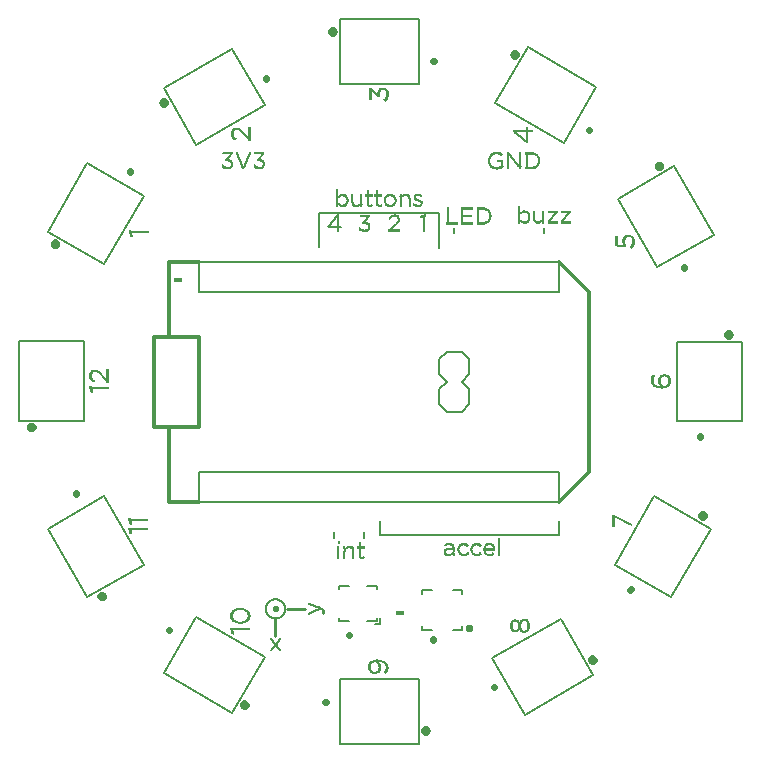
<source format=gto>
G75*
%MOIN*%
%OFA0B0*%
%FSLAX25Y25*%
%IPPOS*%
%LPD*%
%AMOC8*
5,1,8,0,0,1.08239X$1,22.5*
%
%ADD10C,0.00800*%
%ADD11C,0.01000*%
%ADD12R,0.00520X0.00026*%
%ADD13R,0.00910X0.00026*%
%ADD14R,0.01144X0.00026*%
%ADD15R,0.01352X0.00026*%
%ADD16R,0.00624X0.00026*%
%ADD17R,0.03822X0.00026*%
%ADD18R,0.01508X0.00026*%
%ADD19R,0.00598X0.00026*%
%ADD20R,0.01664X0.00026*%
%ADD21R,0.00624X0.00026*%
%ADD22R,0.03822X0.00026*%
%ADD23R,0.01794X0.00026*%
%ADD24R,0.00598X0.00026*%
%ADD25R,0.01898X0.00026*%
%ADD26R,0.02028X0.00026*%
%ADD27R,0.02132X0.00026*%
%ADD28R,0.02236X0.00026*%
%ADD29R,0.02314X0.00026*%
%ADD30R,0.02392X0.00026*%
%ADD31R,0.02470X0.00026*%
%ADD32R,0.02574X0.00026*%
%ADD33R,0.02652X0.00026*%
%ADD34R,0.02704X0.00026*%
%ADD35R,0.02756X0.00026*%
%ADD36R,0.02834X0.00026*%
%ADD37R,0.02886X0.00026*%
%ADD38R,0.02938X0.00026*%
%ADD39R,0.03016X0.00026*%
%ADD40R,0.01378X0.00026*%
%ADD41R,0.01144X0.00026*%
%ADD42R,0.03796X0.00026*%
%ADD43R,0.01248X0.00026*%
%ADD44R,0.01040X0.00026*%
%ADD45R,0.03744X0.00026*%
%ADD46R,0.01196X0.00026*%
%ADD47R,0.00988X0.00026*%
%ADD48R,0.03718X0.00026*%
%ADD49R,0.01118X0.00026*%
%ADD50R,0.00962X0.00026*%
%ADD51R,0.00832X0.00026*%
%ADD52R,0.01066X0.00026*%
%ADD53R,0.00832X0.00026*%
%ADD54R,0.01040X0.00026*%
%ADD55R,0.00858X0.00026*%
%ADD56R,0.01014X0.00026*%
%ADD57R,0.00988X0.00026*%
%ADD58R,0.00962X0.00026*%
%ADD59R,0.00780X0.00026*%
%ADD60R,0.00806X0.00026*%
%ADD61R,0.00936X0.00026*%
%ADD62R,0.00780X0.00026*%
%ADD63R,0.00806X0.00026*%
%ADD64R,0.00936X0.00026*%
%ADD65R,0.00806X0.00026*%
%ADD66R,0.00754X0.00026*%
%ADD67R,0.00806X0.00026*%
%ADD68R,0.00884X0.00026*%
%ADD69R,0.00754X0.00026*%
%ADD70R,0.00884X0.00026*%
%ADD71R,0.00728X0.00026*%
%ADD72R,0.00858X0.00026*%
%ADD73R,0.00728X0.00026*%
%ADD74R,0.00702X0.00026*%
%ADD75R,0.00702X0.00026*%
%ADD76R,0.00676X0.00026*%
%ADD77R,0.00676X0.00026*%
%ADD78R,0.00572X0.00026*%
%ADD79R,0.00650X0.00026*%
%ADD80R,0.00676X0.00026*%
%ADD81R,0.00468X0.00026*%
%ADD82R,0.00416X0.00026*%
%ADD83R,0.00650X0.00026*%
%ADD84R,0.00364X0.00026*%
%ADD85R,0.00286X0.00026*%
%ADD86R,0.00234X0.00026*%
%ADD87R,0.00182X0.00026*%
%ADD88R,0.00130X0.00026*%
%ADD89R,0.00078X0.00026*%
%ADD90R,0.00026X0.00026*%
%ADD91R,0.04342X0.00026*%
%ADD92R,0.04342X0.00026*%
%ADD93R,0.04368X0.00026*%
%ADD94R,0.04368X0.00026*%
%ADD95R,0.04394X0.00026*%
%ADD96R,0.04420X0.00026*%
%ADD97R,0.04420X0.00026*%
%ADD98R,0.04446X0.00026*%
%ADD99R,0.04446X0.00026*%
%ADD100R,0.04472X0.00026*%
%ADD101R,0.04472X0.00026*%
%ADD102R,0.04498X0.00026*%
%ADD103R,0.00676X0.00026*%
%ADD104R,0.01014X0.00026*%
%ADD105R,0.01170X0.00026*%
%ADD106R,0.01274X0.00026*%
%ADD107R,0.01430X0.00026*%
%ADD108R,0.02054X0.00026*%
%ADD109R,0.02002X0.00026*%
%ADD110R,0.01976X0.00026*%
%ADD111R,0.01924X0.00026*%
%ADD112R,0.01872X0.00026*%
%ADD113R,0.00754X0.00026*%
%ADD114R,0.01820X0.00026*%
%ADD115R,0.00728X0.00026*%
%ADD116R,0.01768X0.00026*%
%ADD117R,0.01742X0.00026*%
%ADD118R,0.01690X0.00026*%
%ADD119R,0.01638X0.00026*%
%ADD120R,0.01586X0.00026*%
%ADD121R,0.01534X0.00026*%
%ADD122R,0.01404X0.00026*%
%ADD123R,0.01300X0.00026*%
%ADD124R,0.00026X0.00026*%
%ADD125R,0.00052X0.00026*%
%ADD126R,0.00338X0.00026*%
%ADD127R,0.00416X0.00026*%
%ADD128R,0.00572X0.00026*%
%ADD129R,0.00728X0.00026*%
%ADD130R,0.00754X0.00026*%
%ADD131R,0.00234X0.00026*%
%ADD132R,0.00312X0.00026*%
%ADD133R,0.01222X0.00026*%
%ADD134R,0.00494X0.00026*%
%ADD135R,0.01222X0.00026*%
%ADD136R,0.00598X0.00026*%
%ADD137R,0.01196X0.00026*%
%ADD138R,0.01170X0.00026*%
%ADD139R,0.01118X0.00026*%
%ADD140R,0.00884X0.00026*%
%ADD141R,0.01092X0.00026*%
%ADD142R,0.01742X0.00026*%
%ADD143R,0.00910X0.00026*%
%ADD144R,0.01066X0.00026*%
%ADD145R,0.01040X0.00026*%
%ADD146R,0.01768X0.00026*%
%ADD147R,0.03380X0.00026*%
%ADD148R,0.01092X0.00026*%
%ADD149R,0.03406X0.00026*%
%ADD150R,0.03432X0.00026*%
%ADD151R,0.01794X0.00026*%
%ADD152R,0.03458X0.00026*%
%ADD153R,0.02704X0.00026*%
%ADD154R,0.03484X0.00026*%
%ADD155R,0.01690X0.00026*%
%ADD156R,0.02600X0.00026*%
%ADD157R,0.03484X0.00026*%
%ADD158R,0.01638X0.00026*%
%ADD159R,0.02548X0.00026*%
%ADD160R,0.01560X0.00026*%
%ADD161R,0.02470X0.00026*%
%ADD162R,0.01482X0.00026*%
%ADD163R,0.02418X0.00026*%
%ADD164R,0.02366X0.00026*%
%ADD165R,0.01326X0.00026*%
%ADD166R,0.02262X0.00026*%
%ADD167R,0.02210X0.00026*%
%ADD168R,0.01170X0.00026*%
%ADD169R,0.02106X0.00026*%
%ADD170R,0.01950X0.00026*%
%ADD171R,0.01820X0.00026*%
%ADD172R,0.01716X0.00026*%
%ADD173R,0.01456X0.00026*%
%ADD174R,0.00494X0.00026*%
%ADD175R,0.00546X0.00026*%
%ADD176R,0.00026X0.00416*%
%ADD177R,0.00026X0.00728*%
%ADD178R,0.00026X0.00910*%
%ADD179R,0.00026X0.01066*%
%ADD180R,0.00026X0.01222*%
%ADD181R,0.00026X0.01326*%
%ADD182R,0.00026X0.01404*%
%ADD183R,0.00026X0.01508*%
%ADD184R,0.00026X0.01560*%
%ADD185R,0.00026X0.01612*%
%ADD186R,0.00026X0.01612*%
%ADD187R,0.00026X0.01638*%
%ADD188R,0.00026X0.01638*%
%ADD189R,0.00026X0.01664*%
%ADD190R,0.00026X0.01690*%
%ADD191R,0.00026X0.01690*%
%ADD192R,0.00026X0.01716*%
%ADD193R,0.00026X0.01716*%
%ADD194R,0.00026X0.01742*%
%ADD195R,0.00026X0.00442*%
%ADD196R,0.00026X0.00884*%
%ADD197R,0.00026X0.00286*%
%ADD198R,0.00026X0.00806*%
%ADD199R,0.00026X0.00208*%
%ADD200R,0.00026X0.00780*%
%ADD201R,0.00026X0.00130*%
%ADD202R,0.00026X0.00728*%
%ADD203R,0.00026X0.00052*%
%ADD204R,0.00026X0.00728*%
%ADD205R,0.00026X0.00702*%
%ADD206R,0.00026X0.00676*%
%ADD207R,0.00026X0.00676*%
%ADD208R,0.00026X0.00650*%
%ADD209R,0.00026X0.00676*%
%ADD210R,0.00026X0.00624*%
%ADD211R,0.00026X0.00650*%
%ADD212R,0.00026X0.00624*%
%ADD213R,0.00026X0.00598*%
%ADD214R,0.00026X0.00598*%
%ADD215R,0.00026X0.00598*%
%ADD216R,0.00026X0.00598*%
%ADD217R,0.00026X0.00702*%
%ADD218R,0.00026X0.00754*%
%ADD219R,0.00026X0.00806*%
%ADD220R,0.00026X0.00858*%
%ADD221R,0.00026X0.00884*%
%ADD222R,0.00026X0.00962*%
%ADD223R,0.00026X0.00962*%
%ADD224R,0.00026X0.01014*%
%ADD225R,0.00026X0.01040*%
%ADD226R,0.00026X0.01092*%
%ADD227R,0.00026X0.01118*%
%ADD228R,0.00026X0.01118*%
%ADD229R,0.00026X0.01144*%
%ADD230R,0.00026X0.00572*%
%ADD231R,0.00026X0.00572*%
%ADD232R,0.00026X0.00546*%
%ADD233R,0.01326X0.00026*%
%ADD234R,0.01274X0.00026*%
%ADD235R,0.00884X0.00026*%
%ADD236R,0.01300X0.00026*%
%ADD237R,0.00520X0.00026*%
%ADD238R,0.00520X0.00026*%
%ADD239R,0.01508X0.00026*%
%ADD240R,0.01898X0.00026*%
%ADD241R,0.01898X0.00026*%
%ADD242R,0.02132X0.00026*%
%ADD243R,0.02314X0.00026*%
%ADD244R,0.02392X0.00026*%
%ADD245R,0.02470X0.00026*%
%ADD246R,0.02574X0.00026*%
%ADD247R,0.02704X0.00026*%
%ADD248R,0.02756X0.00026*%
%ADD249R,0.02834X0.00026*%
%ADD250R,0.02834X0.00026*%
%ADD251R,0.02938X0.00026*%
%ADD252R,0.03016X0.00026*%
%ADD253R,0.01378X0.00026*%
%ADD254R,0.01248X0.00026*%
%ADD255R,0.00962X0.00026*%
%ADD256R,0.00962X0.00026*%
%ADD257R,0.00598X0.00026*%
%ADD258R,0.00364X0.00026*%
%ADD259R,0.00234X0.00026*%
%ADD260R,0.00182X0.00026*%
%ADD261R,0.00130X0.00026*%
%ADD262R,0.00078X0.00026*%
%ADD263R,0.00026X0.00026*%
%ADD264R,0.02054X0.00026*%
%ADD265R,0.02054X0.00026*%
%ADD266R,0.02028X0.00026*%
%ADD267R,0.02002X0.00026*%
%ADD268R,0.01976X0.00026*%
%ADD269R,0.01976X0.00026*%
%ADD270R,0.01924X0.00026*%
%ADD271R,0.01898X0.00026*%
%ADD272R,0.01872X0.00026*%
%ADD273R,0.01820X0.00026*%
%ADD274R,0.01534X0.00026*%
%ADD275R,0.01534X0.00026*%
%ADD276R,0.01170X0.00026*%
%ADD277R,0.03380X0.00026*%
%ADD278R,0.03406X0.00026*%
%ADD279R,0.03432X0.00026*%
%ADD280R,0.03458X0.00026*%
%ADD281R,0.03484X0.00026*%
%ADD282R,0.03484X0.00026*%
%ADD283R,0.01742X0.00026*%
%ADD284R,0.02184X0.00026*%
%ADD285R,0.00520X0.00026*%
%ADD286R,0.02080X0.00026*%
%ADD287R,0.02548X0.00026*%
%ADD288R,0.02366X0.00026*%
%ADD289R,0.02782X0.00026*%
%ADD290R,0.02496X0.00026*%
%ADD291R,0.02860X0.00026*%
%ADD292R,0.02600X0.00026*%
%ADD293R,0.02834X0.00026*%
%ADD294R,0.03094X0.00026*%
%ADD295R,0.03146X0.00026*%
%ADD296R,0.03198X0.00026*%
%ADD297R,0.03120X0.00026*%
%ADD298R,0.03250X0.00026*%
%ADD299R,0.03198X0.00026*%
%ADD300R,0.03328X0.00026*%
%ADD301R,0.03276X0.00026*%
%ADD302R,0.03354X0.00026*%
%ADD303R,0.03536X0.00026*%
%ADD304R,0.03510X0.00026*%
%ADD305R,0.01326X0.00026*%
%ADD306R,0.01404X0.00026*%
%ADD307R,0.03588X0.00026*%
%ADD308R,0.03614X0.00026*%
%ADD309R,0.03666X0.00026*%
%ADD310R,0.03692X0.00026*%
%ADD311R,0.01092X0.00026*%
%ADD312R,0.01560X0.00026*%
%ADD313R,0.01404X0.00026*%
%ADD314R,0.02262X0.00026*%
%ADD315R,0.02262X0.00026*%
%ADD316R,0.00052X0.00026*%
%ADD317R,0.00234X0.00026*%
%ADD318R,0.00312X0.00026*%
%ADD319R,0.00442X0.00026*%
%ADD320R,0.01404X0.00026*%
%ADD321R,0.01014X0.00026*%
%ADD322R,0.01430X0.00026*%
%ADD323R,0.03640X0.00026*%
%ADD324R,0.03588X0.00026*%
%ADD325R,0.03562X0.00026*%
%ADD326R,0.03510X0.00026*%
%ADD327R,0.03328X0.00026*%
%ADD328R,0.03042X0.00026*%
%ADD329R,0.02860X0.00026*%
%ADD330R,0.03146X0.00026*%
%ADD331R,0.02444X0.00026*%
%ADD332R,0.02782X0.00026*%
%ADD333R,0.02678X0.00026*%
%ADD334R,0.02548X0.00026*%
%ADD335R,0.02184X0.00026*%
%ADD336R,0.01534X0.00026*%
%ADD337R,0.03978X0.00026*%
%ADD338R,0.02184X0.00026*%
%ADD339R,0.03692X0.00026*%
%ADD340R,0.03978X0.00026*%
%ADD341R,0.02392X0.00026*%
%ADD342R,0.03094X0.00026*%
%ADD343R,0.03250X0.00026*%
%ADD344R,0.03614X0.00026*%
%ADD345R,0.03952X0.00026*%
%ADD346R,0.03952X0.00026*%
%ADD347R,0.00442X0.00026*%
%ADD348R,0.01612X0.00026*%
%ADD349R,0.01716X0.00026*%
%ADD350R,0.01846X0.00026*%
%ADD351R,0.02080X0.00026*%
%ADD352R,0.02158X0.00026*%
%ADD353R,0.02288X0.00026*%
%ADD354R,0.02184X0.00026*%
%ADD355R,0.02444X0.00026*%
%ADD356R,0.02288X0.00026*%
%ADD357R,0.02340X0.00026*%
%ADD358R,0.02548X0.00026*%
%ADD359R,0.02418X0.00026*%
%ADD360R,0.00546X0.00026*%
%ADD361R,0.01040X0.00026*%
%ADD362R,0.01092X0.00026*%
%ADD363R,0.03302X0.00026*%
%ADD364R,0.03328X0.00026*%
%ADD365R,0.02522X0.00026*%
%ADD366R,0.03328X0.00026*%
%ADD367R,0.02340X0.00026*%
%ADD368R,0.01742X0.00026*%
%ADD369R,0.00390X0.00026*%
%ADD370R,0.00442X0.00026*%
%ADD371R,0.01248X0.00026*%
%ADD372R,0.01248X0.00026*%
%ADD373R,0.01664X0.00026*%
%ADD374R,0.01612X0.00026*%
%ADD375R,0.02340X0.00026*%
%ADD376R,0.02392X0.00026*%
%ADD377R,0.02626X0.00026*%
%ADD378R,0.02730X0.00026*%
%ADD379R,0.00260X0.00026*%
%ADD380R,0.00104X0.00026*%
%ADD381R,0.00468X0.00026*%
%ADD382R,0.00390X0.00026*%
%ADD383R,0.00338X0.00026*%
%ADD384R,0.00208X0.00026*%
%ADD385R,0.00156X0.00026*%
%ADD386R,0.00078X0.00026*%
%ADD387R,0.00078X0.00026*%
%ADD388R,0.03224X0.00026*%
%ADD389R,0.03172X0.00026*%
%ADD390R,0.03068X0.00026*%
%ADD391R,0.02990X0.00026*%
%ADD392R,0.03770X0.00026*%
%ADD393R,0.03770X0.00026*%
%ADD394R,0.01612X0.00026*%
%ADD395R,0.00104X0.00026*%
%ADD396R,0.02340X0.00026*%
%ADD397R,0.02730X0.00026*%
%ADD398R,0.02626X0.00026*%
%ADD399R,0.02626X0.00026*%
%ADD400R,0.02158X0.00026*%
%ADD401R,0.02704X0.00026*%
%ADD402R,0.02470X0.00026*%
%ADD403R,0.02106X0.00026*%
%ADD404R,0.01976X0.00026*%
%ADD405R,0.02626X0.00026*%
%ADD406R,0.02262X0.00026*%
%ADD407R,0.02106X0.00026*%
%ADD408R,0.01456X0.00026*%
%ADD409R,0.01456X0.00026*%
%ADD410R,0.01690X0.00026*%
%ADD411R,0.01664X0.00026*%
%ADD412R,0.00364X0.00026*%
%ADD413R,0.00104X0.00026*%
%ADD414R,0.00156X0.00026*%
%ADD415R,0.00026X0.00026*%
%ADD416R,0.01482X0.00026*%
%ADD417R,0.01612X0.00026*%
%ADD418R,0.00312X0.00026*%
%ADD419R,0.02808X0.00026*%
%ADD420R,0.02496X0.00026*%
%ADD421R,0.02054X0.00026*%
%ADD422R,0.01586X0.00026*%
%ADD423R,0.01378X0.00026*%
%ADD424R,0.00030X0.00600*%
%ADD425R,0.00030X0.00570*%
%ADD426R,0.00030X0.00960*%
%ADD427R,0.00030X0.00930*%
%ADD428R,0.00030X0.01260*%
%ADD429R,0.00030X0.01230*%
%ADD430R,0.00030X0.01470*%
%ADD431R,0.00030X0.01410*%
%ADD432R,0.00030X0.01650*%
%ADD433R,0.00030X0.00720*%
%ADD434R,0.00030X0.01620*%
%ADD435R,0.00030X0.00720*%
%ADD436R,0.00030X0.04410*%
%ADD437R,0.00030X0.01830*%
%ADD438R,0.00030X0.01770*%
%ADD439R,0.00030X0.01950*%
%ADD440R,0.00030X0.01920*%
%ADD441R,0.00030X0.02100*%
%ADD442R,0.00030X0.02040*%
%ADD443R,0.00030X0.02250*%
%ADD444R,0.00030X0.02190*%
%ADD445R,0.00030X0.02340*%
%ADD446R,0.00030X0.02310*%
%ADD447R,0.00030X0.02460*%
%ADD448R,0.00030X0.02400*%
%ADD449R,0.00030X0.02580*%
%ADD450R,0.00030X0.02490*%
%ADD451R,0.00030X0.02670*%
%ADD452R,0.00030X0.02610*%
%ADD453R,0.00030X0.02760*%
%ADD454R,0.00030X0.02700*%
%ADD455R,0.00030X0.02850*%
%ADD456R,0.00030X0.02790*%
%ADD457R,0.00030X0.02940*%
%ADD458R,0.00030X0.03030*%
%ADD459R,0.00030X0.02940*%
%ADD460R,0.00030X0.03090*%
%ADD461R,0.00030X0.03180*%
%ADD462R,0.00030X0.03240*%
%ADD463R,0.00030X0.03150*%
%ADD464R,0.00030X0.03330*%
%ADD465R,0.00030X0.03210*%
%ADD466R,0.00030X0.03390*%
%ADD467R,0.00030X0.03300*%
%ADD468R,0.00030X0.01530*%
%ADD469R,0.00030X0.01350*%
%ADD470R,0.00030X0.01380*%
%ADD471R,0.00030X0.01290*%
%ADD472R,0.00030X0.04380*%
%ADD473R,0.00030X0.01200*%
%ADD474R,0.00030X0.04320*%
%ADD475R,0.00030X0.01290*%
%ADD476R,0.00030X0.01110*%
%ADD477R,0.00030X0.01170*%
%ADD478R,0.00030X0.04290*%
%ADD479R,0.00030X0.01080*%
%ADD480R,0.00030X0.01140*%
%ADD481R,0.00030X0.01050*%
%ADD482R,0.00030X0.01020*%
%ADD483R,0.00030X0.01020*%
%ADD484R,0.00030X0.00990*%
%ADD485R,0.00030X0.00870*%
%ADD486R,0.00030X0.00810*%
%ADD487R,0.00030X0.00990*%
%ADD488R,0.00030X0.00660*%
%ADD489R,0.00030X0.00900*%
%ADD490R,0.00030X0.00510*%
%ADD491R,0.00030X0.00450*%
%ADD492R,0.00030X0.00870*%
%ADD493R,0.00030X0.00420*%
%ADD494R,0.00030X0.00330*%
%ADD495R,0.00030X0.00840*%
%ADD496R,0.00030X0.00270*%
%ADD497R,0.00030X0.00840*%
%ADD498R,0.00030X0.00210*%
%ADD499R,0.00030X0.00150*%
%ADD500R,0.00030X0.00090*%
%ADD501R,0.00030X0.00030*%
%ADD502R,0.00030X0.00780*%
%ADD503R,0.00030X0.00750*%
%ADD504R,0.00030X0.00690*%
%ADD505R,0.00030X0.00690*%
%ADD506R,0.00030X0.01590*%
%ADD507R,0.00030X0.01890*%
%ADD508R,0.00030X0.02040*%
%ADD509R,0.00030X0.02160*%
%ADD510R,0.00030X0.02520*%
%ADD511R,0.00030X0.02730*%
%ADD512R,0.00030X0.02910*%
%ADD513R,0.00030X0.02970*%
%ADD514R,0.00030X0.01470*%
%ADD515R,0.00030X0.01140*%
%ADD516R,0.00030X0.01320*%
%ADD517R,0.00030X0.00630*%
%ADD518R,0.00030X0.01320*%
%ADD519R,0.00030X0.01170*%
%ADD520R,0.00030X0.00060*%
%ADD521R,0.00030X0.00390*%
%ADD522R,0.00030X0.00480*%
%ADD523R,0.00030X0.00540*%
%ADD524R,0.00030X0.00270*%
%ADD525R,0.00030X0.00360*%
%ADD526R,0.00030X0.00570*%
%ADD527R,0.00030X0.02010*%
%ADD528R,0.00030X0.02070*%
%ADD529R,0.00030X0.03270*%
%ADD530R,0.00030X0.02070*%
%ADD531R,0.00030X0.03270*%
%ADD532R,0.00030X0.03120*%
%ADD533R,0.00030X0.03060*%
%ADD534R,0.00030X0.03000*%
%ADD535R,0.00030X0.01890*%
%ADD536R,0.00030X0.01800*%
%ADD537R,0.00030X0.01710*%
%ADD538R,0.00030X0.01620*%
%ADD539R,0.00030X0.02670*%
%ADD540R,0.00030X0.01440*%
%ADD541R,0.00030X0.02550*%
%ADD542R,0.00030X0.02430*%
%ADD543R,0.00030X0.02370*%
%ADD544R,0.00030X0.02370*%
%ADD545R,0.00030X0.02280*%
%ADD546R,0.00030X0.02130*%
%ADD547R,0.00030X0.01980*%
%ADD548R,0.00030X0.01860*%
%ADD549R,0.00030X0.01680*%
%ADD550R,0.00030X0.01590*%
%ADD551R,0.00030X0.01500*%
%ADD552R,0.00030X0.01560*%
%ADD553R,0.00030X0.01740*%
%ADD554R,0.00030X0.01920*%
%ADD555R,0.00030X0.02340*%
%ADD556R,0.00030X0.02880*%
%ADD557R,0.00030X0.02970*%
%ADD558R,0.00030X0.03450*%
%ADD559R,0.00030X0.03360*%
%ADD560R,0.00030X0.03510*%
%ADD561R,0.00030X0.03390*%
%ADD562R,0.00030X0.03570*%
%ADD563R,0.00030X0.03480*%
%ADD564R,0.00030X0.03630*%
%ADD565R,0.00030X0.04320*%
%ADD566R,0.00030X0.00300*%
%ADD567R,0.00030X0.00240*%
%ADD568R,0.00030X0.00180*%
%ADD569R,0.00030X0.00120*%
%ADD570R,0.00030X0.05010*%
%ADD571R,0.00030X0.05040*%
%ADD572R,0.00030X0.05070*%
%ADD573R,0.00030X0.05100*%
%ADD574R,0.00030X0.05130*%
%ADD575R,0.00030X0.05160*%
%ADD576R,0.00030X0.05190*%
%ADD577R,0.00030X0.02220*%
%ADD578R,0.00030X0.03540*%
%ADD579R,0.00030X0.03090*%
%ADD580R,0.00030X0.03420*%
%ADD581R,0.00030X0.01770*%
%ADD582R,0.00030X0.03120*%
%ADD583R,0.00030X0.00390*%
%ADD584R,0.00030X0.00420*%
%ADD585R,0.00030X0.03660*%
%ADD586R,0.00030X0.04230*%
%ADD587R,0.00030X0.03900*%
%ADD588R,0.00030X0.03930*%
%ADD589R,0.00030X0.04260*%
%ADD590R,0.00030X0.03960*%
%ADD591R,0.00030X0.03990*%
%ADD592R,0.00030X0.04020*%
%ADD593R,0.00030X0.01440*%
%ADD594R,0.00030X0.02640*%
%ADD595C,0.00500*%
%ADD596C,0.02000*%
%ADD597C,0.02200*%
%ADD598R,0.03000X0.01800*%
%ADD599C,0.01200*%
%ADD600C,0.01600*%
D10*
X0145107Y0049107D02*
X0145107Y0050485D01*
X0145107Y0049107D02*
X0148257Y0049107D01*
X0155343Y0049107D02*
X0158493Y0049107D01*
X0158493Y0050485D01*
X0158493Y0061115D02*
X0158493Y0062493D01*
X0155343Y0062493D01*
X0148257Y0062493D02*
X0145107Y0062493D01*
X0145107Y0061115D01*
X0093000Y0056100D02*
X0093002Y0056213D01*
X0093008Y0056326D01*
X0093018Y0056438D01*
X0093032Y0056550D01*
X0093050Y0056662D01*
X0093072Y0056773D01*
X0093097Y0056883D01*
X0093127Y0056992D01*
X0093160Y0057100D01*
X0093197Y0057206D01*
X0093238Y0057312D01*
X0093283Y0057415D01*
X0093331Y0057517D01*
X0093383Y0057618D01*
X0093438Y0057716D01*
X0093497Y0057813D01*
X0093559Y0057907D01*
X0093624Y0057999D01*
X0093693Y0058089D01*
X0093765Y0058176D01*
X0093840Y0058261D01*
X0093917Y0058343D01*
X0093998Y0058422D01*
X0094081Y0058498D01*
X0094167Y0058571D01*
X0094256Y0058642D01*
X0094347Y0058709D01*
X0094440Y0058772D01*
X0094535Y0058833D01*
X0094633Y0058890D01*
X0094732Y0058943D01*
X0094833Y0058994D01*
X0094936Y0059040D01*
X0095041Y0059083D01*
X0095147Y0059122D01*
X0095254Y0059157D01*
X0095363Y0059189D01*
X0095472Y0059216D01*
X0095583Y0059240D01*
X0095694Y0059260D01*
X0095806Y0059276D01*
X0095918Y0059288D01*
X0096031Y0059296D01*
X0096144Y0059300D01*
X0096256Y0059300D01*
X0096369Y0059296D01*
X0096482Y0059288D01*
X0096594Y0059276D01*
X0096706Y0059260D01*
X0096817Y0059240D01*
X0096928Y0059216D01*
X0097037Y0059189D01*
X0097146Y0059157D01*
X0097253Y0059122D01*
X0097359Y0059083D01*
X0097464Y0059040D01*
X0097567Y0058994D01*
X0097668Y0058943D01*
X0097767Y0058890D01*
X0097865Y0058833D01*
X0097960Y0058772D01*
X0098053Y0058709D01*
X0098144Y0058642D01*
X0098233Y0058571D01*
X0098319Y0058498D01*
X0098402Y0058422D01*
X0098483Y0058343D01*
X0098560Y0058261D01*
X0098635Y0058176D01*
X0098707Y0058089D01*
X0098776Y0057999D01*
X0098841Y0057907D01*
X0098903Y0057813D01*
X0098962Y0057716D01*
X0099017Y0057618D01*
X0099069Y0057517D01*
X0099117Y0057415D01*
X0099162Y0057312D01*
X0099203Y0057206D01*
X0099240Y0057100D01*
X0099273Y0056992D01*
X0099303Y0056883D01*
X0099328Y0056773D01*
X0099350Y0056662D01*
X0099368Y0056550D01*
X0099382Y0056438D01*
X0099392Y0056326D01*
X0099398Y0056213D01*
X0099400Y0056100D01*
X0099398Y0055987D01*
X0099392Y0055874D01*
X0099382Y0055762D01*
X0099368Y0055650D01*
X0099350Y0055538D01*
X0099328Y0055427D01*
X0099303Y0055317D01*
X0099273Y0055208D01*
X0099240Y0055100D01*
X0099203Y0054994D01*
X0099162Y0054888D01*
X0099117Y0054785D01*
X0099069Y0054683D01*
X0099017Y0054582D01*
X0098962Y0054484D01*
X0098903Y0054387D01*
X0098841Y0054293D01*
X0098776Y0054201D01*
X0098707Y0054111D01*
X0098635Y0054024D01*
X0098560Y0053939D01*
X0098483Y0053857D01*
X0098402Y0053778D01*
X0098319Y0053702D01*
X0098233Y0053629D01*
X0098144Y0053558D01*
X0098053Y0053491D01*
X0097960Y0053428D01*
X0097865Y0053367D01*
X0097767Y0053310D01*
X0097668Y0053257D01*
X0097567Y0053206D01*
X0097464Y0053160D01*
X0097359Y0053117D01*
X0097253Y0053078D01*
X0097146Y0053043D01*
X0097037Y0053011D01*
X0096928Y0052984D01*
X0096817Y0052960D01*
X0096706Y0052940D01*
X0096594Y0052924D01*
X0096482Y0052912D01*
X0096369Y0052904D01*
X0096256Y0052900D01*
X0096144Y0052900D01*
X0096031Y0052904D01*
X0095918Y0052912D01*
X0095806Y0052924D01*
X0095694Y0052940D01*
X0095583Y0052960D01*
X0095472Y0052984D01*
X0095363Y0053011D01*
X0095254Y0053043D01*
X0095147Y0053078D01*
X0095041Y0053117D01*
X0094936Y0053160D01*
X0094833Y0053206D01*
X0094732Y0053257D01*
X0094633Y0053310D01*
X0094535Y0053367D01*
X0094440Y0053428D01*
X0094347Y0053491D01*
X0094256Y0053558D01*
X0094167Y0053629D01*
X0094081Y0053702D01*
X0093998Y0053778D01*
X0093917Y0053857D01*
X0093840Y0053939D01*
X0093765Y0054024D01*
X0093693Y0054111D01*
X0093624Y0054201D01*
X0093559Y0054293D01*
X0093497Y0054387D01*
X0093438Y0054484D01*
X0093383Y0054582D01*
X0093331Y0054683D01*
X0093283Y0054785D01*
X0093238Y0054888D01*
X0093197Y0054994D01*
X0093160Y0055100D01*
X0093127Y0055208D01*
X0093097Y0055317D01*
X0093072Y0055427D01*
X0093050Y0055538D01*
X0093032Y0055650D01*
X0093018Y0055762D01*
X0093008Y0055874D01*
X0093002Y0055987D01*
X0093000Y0056100D01*
X0115800Y0079500D02*
X0115800Y0081800D01*
X0125800Y0081800D02*
X0125800Y0079500D01*
X0130900Y0080500D02*
X0190800Y0080500D01*
X0190800Y0085200D01*
X0190800Y0091800D02*
X0190800Y0101800D01*
X0070800Y0101800D01*
X0070800Y0091800D01*
X0190800Y0091800D01*
X0130900Y0085200D02*
X0130900Y0080500D01*
X0153300Y0121800D02*
X0150800Y0124300D01*
X0150800Y0129300D01*
X0153300Y0131800D01*
X0150800Y0134300D01*
X0150800Y0139300D01*
X0153300Y0141800D01*
X0158300Y0141800D01*
X0160800Y0139300D01*
X0160800Y0134300D01*
X0158300Y0131800D01*
X0160800Y0129300D01*
X0160800Y0124300D01*
X0158300Y0121800D01*
X0153300Y0121800D01*
X0190800Y0161800D02*
X0070800Y0161800D01*
X0070800Y0171800D01*
X0190800Y0171800D01*
X0190800Y0161800D01*
X0150700Y0176300D02*
X0150700Y0188000D01*
X0110800Y0188000D01*
X0110800Y0176500D01*
X0155800Y0181300D02*
X0155800Y0183000D01*
X0185800Y0183000D02*
X0185800Y0181300D01*
D11*
X0106100Y0056100D02*
X0099900Y0056100D01*
X0095617Y0056100D02*
X0095619Y0056148D01*
X0095625Y0056196D01*
X0095635Y0056243D01*
X0095649Y0056289D01*
X0095666Y0056334D01*
X0095687Y0056377D01*
X0095712Y0056419D01*
X0095740Y0056458D01*
X0095771Y0056495D01*
X0095805Y0056529D01*
X0095842Y0056560D01*
X0095881Y0056588D01*
X0095923Y0056613D01*
X0095966Y0056634D01*
X0096011Y0056651D01*
X0096057Y0056665D01*
X0096104Y0056675D01*
X0096152Y0056681D01*
X0096200Y0056683D01*
X0096248Y0056681D01*
X0096296Y0056675D01*
X0096343Y0056665D01*
X0096389Y0056651D01*
X0096434Y0056634D01*
X0096477Y0056613D01*
X0096519Y0056588D01*
X0096558Y0056560D01*
X0096595Y0056529D01*
X0096629Y0056495D01*
X0096660Y0056458D01*
X0096688Y0056419D01*
X0096713Y0056377D01*
X0096734Y0056334D01*
X0096751Y0056289D01*
X0096765Y0056243D01*
X0096775Y0056196D01*
X0096781Y0056148D01*
X0096783Y0056100D01*
X0096781Y0056052D01*
X0096775Y0056004D01*
X0096765Y0055957D01*
X0096751Y0055911D01*
X0096734Y0055866D01*
X0096713Y0055823D01*
X0096688Y0055781D01*
X0096660Y0055742D01*
X0096629Y0055705D01*
X0096595Y0055671D01*
X0096558Y0055640D01*
X0096519Y0055612D01*
X0096477Y0055587D01*
X0096434Y0055566D01*
X0096389Y0055549D01*
X0096343Y0055535D01*
X0096296Y0055525D01*
X0096248Y0055519D01*
X0096200Y0055517D01*
X0096152Y0055519D01*
X0096104Y0055525D01*
X0096057Y0055535D01*
X0096011Y0055549D01*
X0095966Y0055566D01*
X0095923Y0055587D01*
X0095881Y0055612D01*
X0095842Y0055640D01*
X0095805Y0055671D01*
X0095771Y0055705D01*
X0095740Y0055742D01*
X0095712Y0055781D01*
X0095687Y0055823D01*
X0095666Y0055866D01*
X0095649Y0055911D01*
X0095635Y0055957D01*
X0095625Y0056004D01*
X0095619Y0056052D01*
X0095617Y0056100D01*
X0096200Y0052600D02*
X0096200Y0047100D01*
D12*
X0164521Y0074424D03*
X0125947Y0181580D03*
X0124361Y0182698D03*
X0134367Y0185974D03*
X0124185Y0190628D03*
X0144725Y0193410D03*
X0184785Y0185108D03*
X0171449Y0207166D03*
D13*
X0168316Y0207244D03*
X0168238Y0203344D03*
X0177624Y0203084D03*
X0183292Y0203474D03*
X0183318Y0207062D03*
X0183292Y0207088D03*
X0138134Y0193176D03*
X0135612Y0193384D03*
X0135586Y0190576D03*
X0130932Y0189978D03*
X0127786Y0189978D03*
X0122248Y0190576D03*
X0116918Y0190992D03*
X0116918Y0192994D03*
X0116918Y0193020D03*
X0116776Y0186728D03*
X0124478Y0182438D03*
X0125934Y0181606D03*
X0127026Y0182256D03*
X0127078Y0184076D03*
X0134796Y0186520D03*
X0136928Y0186520D03*
X0144634Y0191616D03*
X0167082Y0188648D03*
X0167108Y0188622D03*
X0167108Y0185060D03*
X0167082Y0185034D03*
X0177518Y0185472D03*
X0177518Y0185498D03*
X0177518Y0187474D03*
X0182848Y0185056D03*
X0185240Y0185316D03*
X0091918Y0203176D03*
X0090826Y0202526D03*
X0089370Y0203358D03*
X0081284Y0203176D03*
X0080192Y0202526D03*
X0078736Y0203358D03*
X0157904Y0077076D03*
X0157878Y0074216D03*
X0155408Y0074398D03*
X0152964Y0074138D03*
X0162194Y0074216D03*
X0162220Y0077076D03*
X0121738Y0076076D03*
X0119372Y0075816D03*
X0096236Y0044028D03*
X0096236Y0043742D03*
D14*
X0159789Y0074086D03*
X0164105Y0074086D03*
X0125921Y0181632D03*
X0136707Y0186650D03*
X0123093Y0190004D03*
X0118621Y0190004D03*
X0085509Y0203254D03*
X0174049Y0207296D03*
X0177507Y0203396D03*
X0182967Y0207296D03*
D15*
X0174153Y0207010D03*
X0144283Y0191798D03*
X0143269Y0192292D03*
X0125921Y0181658D03*
X0090813Y0202578D03*
X0080179Y0202578D03*
X0153835Y0073670D03*
D16*
X0152639Y0074606D03*
X0152613Y0074684D03*
X0152613Y0074710D03*
X0152613Y0074762D03*
X0152613Y0074788D03*
X0152613Y0074840D03*
X0152613Y0074866D03*
X0152613Y0074892D03*
X0152613Y0074944D03*
X0152613Y0074970D03*
X0152639Y0075022D03*
X0152639Y0075048D03*
X0152639Y0075074D03*
X0152665Y0075152D03*
X0155551Y0074892D03*
X0155551Y0074866D03*
X0155551Y0074840D03*
X0155525Y0076452D03*
X0155525Y0076478D03*
X0155499Y0076530D03*
X0155499Y0076556D03*
X0157241Y0076088D03*
X0157241Y0076062D03*
X0157267Y0076140D03*
X0157267Y0076166D03*
X0157267Y0076192D03*
X0157293Y0076244D03*
X0157293Y0076270D03*
X0157319Y0076322D03*
X0157215Y0075984D03*
X0157215Y0075958D03*
X0157215Y0075906D03*
X0157215Y0075880D03*
X0157189Y0075802D03*
X0157189Y0075776D03*
X0157189Y0075724D03*
X0157189Y0075698D03*
X0157189Y0075672D03*
X0157189Y0075620D03*
X0157189Y0075594D03*
X0157189Y0075542D03*
X0157189Y0075516D03*
X0157189Y0075490D03*
X0157189Y0075438D03*
X0157215Y0075360D03*
X0157215Y0075334D03*
X0157215Y0075308D03*
X0157215Y0075256D03*
X0157241Y0075230D03*
X0157241Y0075178D03*
X0157241Y0075152D03*
X0157267Y0075074D03*
X0160205Y0074372D03*
X0161583Y0075074D03*
X0161557Y0075152D03*
X0161557Y0075178D03*
X0161557Y0075230D03*
X0161531Y0075256D03*
X0161531Y0075308D03*
X0161531Y0075334D03*
X0161531Y0075360D03*
X0161505Y0075438D03*
X0161505Y0075490D03*
X0161505Y0075516D03*
X0161505Y0075542D03*
X0161505Y0075594D03*
X0161505Y0075620D03*
X0161505Y0075672D03*
X0161505Y0075698D03*
X0161505Y0075724D03*
X0161505Y0075776D03*
X0161505Y0075802D03*
X0161531Y0075880D03*
X0161531Y0075906D03*
X0161531Y0075958D03*
X0161531Y0075984D03*
X0161557Y0076062D03*
X0161557Y0076088D03*
X0161583Y0076140D03*
X0161583Y0076166D03*
X0161583Y0076192D03*
X0161609Y0076244D03*
X0161609Y0076270D03*
X0161635Y0076322D03*
X0164521Y0074372D03*
X0165977Y0074866D03*
X0165977Y0074892D03*
X0165951Y0074944D03*
X0165951Y0074970D03*
X0165925Y0075022D03*
X0165925Y0075048D03*
X0165899Y0075126D03*
X0165899Y0075152D03*
X0165873Y0075256D03*
X0166029Y0074762D03*
X0166055Y0074710D03*
X0165873Y0076010D03*
X0165899Y0076140D03*
X0165899Y0076166D03*
X0165925Y0076244D03*
X0165925Y0076270D03*
X0165951Y0076322D03*
X0165951Y0076348D03*
X0165977Y0076374D03*
X0165977Y0076426D03*
X0166003Y0076452D03*
X0166003Y0076478D03*
X0166029Y0076530D03*
X0168863Y0076556D03*
X0168889Y0076478D03*
X0168915Y0076452D03*
X0168915Y0076426D03*
X0168941Y0076374D03*
X0168941Y0076348D03*
X0168967Y0076270D03*
X0168993Y0076166D03*
X0124273Y0073476D03*
X0124247Y0073502D03*
X0124247Y0073528D03*
X0124247Y0073580D03*
X0124273Y0073424D03*
X0122115Y0075244D03*
X0122115Y0075270D03*
X0122115Y0075322D03*
X0122115Y0075348D03*
X0122089Y0075374D03*
X0122089Y0075426D03*
X0122089Y0075452D03*
X0119229Y0075270D03*
X0119229Y0075244D03*
X0119229Y0075192D03*
X0119229Y0075166D03*
X0145877Y0181684D03*
X0145877Y0181710D03*
X0145877Y0181762D03*
X0145877Y0181788D03*
X0145877Y0181840D03*
X0145877Y0181866D03*
X0145877Y0181892D03*
X0145877Y0181944D03*
X0145877Y0181970D03*
X0145877Y0182022D03*
X0145877Y0182048D03*
X0145877Y0182074D03*
X0145877Y0182126D03*
X0145877Y0182152D03*
X0145877Y0182178D03*
X0145877Y0182230D03*
X0145877Y0182256D03*
X0145877Y0182308D03*
X0145877Y0182334D03*
X0145877Y0182360D03*
X0145877Y0182412D03*
X0145877Y0182438D03*
X0145877Y0182490D03*
X0145877Y0182516D03*
X0145877Y0182542D03*
X0145877Y0182594D03*
X0145877Y0182620D03*
X0145877Y0182672D03*
X0145877Y0182698D03*
X0145877Y0182724D03*
X0145877Y0182776D03*
X0145877Y0182802D03*
X0145877Y0182828D03*
X0145877Y0182880D03*
X0145877Y0182906D03*
X0145877Y0182958D03*
X0145877Y0182984D03*
X0145877Y0183010D03*
X0145877Y0183062D03*
X0145877Y0183088D03*
X0145877Y0183140D03*
X0145877Y0183166D03*
X0145877Y0183192D03*
X0145877Y0183244D03*
X0145877Y0183270D03*
X0145877Y0183322D03*
X0145877Y0183348D03*
X0145877Y0183374D03*
X0145877Y0183426D03*
X0145877Y0183452D03*
X0145877Y0183478D03*
X0145877Y0183530D03*
X0145877Y0183556D03*
X0145877Y0183608D03*
X0145877Y0183634D03*
X0145877Y0183660D03*
X0145877Y0183712D03*
X0145877Y0183738D03*
X0145877Y0183790D03*
X0145877Y0183816D03*
X0145877Y0183842D03*
X0145877Y0183894D03*
X0145877Y0183920D03*
X0145877Y0183972D03*
X0145877Y0183998D03*
X0145877Y0184024D03*
X0145877Y0184076D03*
X0145877Y0184102D03*
X0145877Y0184128D03*
X0145877Y0184180D03*
X0145877Y0184206D03*
X0145877Y0184258D03*
X0145877Y0184284D03*
X0145877Y0184310D03*
X0145877Y0184362D03*
X0145877Y0184388D03*
X0145877Y0184440D03*
X0145877Y0184466D03*
X0145877Y0184492D03*
X0145877Y0184544D03*
X0145877Y0184570D03*
X0145877Y0184622D03*
X0145877Y0184648D03*
X0145877Y0184674D03*
X0145877Y0184726D03*
X0145877Y0184752D03*
X0145877Y0184778D03*
X0145877Y0184830D03*
X0145877Y0184856D03*
X0145877Y0184908D03*
X0145877Y0184934D03*
X0145877Y0184960D03*
X0145877Y0185012D03*
X0145877Y0185038D03*
X0145877Y0185090D03*
X0145877Y0185116D03*
X0145877Y0185142D03*
X0145877Y0185194D03*
X0145877Y0185220D03*
X0145877Y0185272D03*
X0145877Y0185298D03*
X0145877Y0185324D03*
X0145877Y0185376D03*
X0145877Y0185402D03*
X0145877Y0185428D03*
X0145877Y0185480D03*
X0145877Y0185506D03*
X0145877Y0185558D03*
X0145877Y0185584D03*
X0145877Y0185610D03*
X0145877Y0185662D03*
X0145877Y0185688D03*
X0145877Y0185740D03*
X0145877Y0185766D03*
X0145877Y0185792D03*
X0145877Y0185844D03*
X0145877Y0185870D03*
X0145877Y0185922D03*
X0145877Y0185948D03*
X0145877Y0185974D03*
X0145877Y0186026D03*
X0145877Y0186052D03*
X0145877Y0186078D03*
X0145877Y0186130D03*
X0145877Y0186156D03*
X0145877Y0186208D03*
X0145877Y0186234D03*
X0145877Y0186260D03*
X0145877Y0186312D03*
X0145877Y0186338D03*
X0145877Y0186390D03*
X0145877Y0186416D03*
X0145877Y0186442D03*
X0145877Y0186494D03*
X0145877Y0186520D03*
X0153679Y0186516D03*
X0153679Y0186542D03*
X0153679Y0186594D03*
X0153679Y0186620D03*
X0153679Y0186672D03*
X0153679Y0186698D03*
X0153679Y0186724D03*
X0153679Y0186776D03*
X0153679Y0186802D03*
X0153679Y0186828D03*
X0153679Y0186880D03*
X0153679Y0186906D03*
X0153679Y0186958D03*
X0153679Y0186984D03*
X0153679Y0187010D03*
X0153679Y0187062D03*
X0153679Y0187088D03*
X0153679Y0187140D03*
X0153679Y0187166D03*
X0153679Y0187192D03*
X0153679Y0187244D03*
X0153679Y0187270D03*
X0153679Y0187322D03*
X0153679Y0187348D03*
X0153679Y0187374D03*
X0153679Y0187426D03*
X0153679Y0187452D03*
X0153679Y0187478D03*
X0153679Y0187530D03*
X0153679Y0187556D03*
X0153679Y0187608D03*
X0153679Y0187634D03*
X0153679Y0187660D03*
X0153679Y0187712D03*
X0153679Y0187738D03*
X0153679Y0187790D03*
X0153679Y0187816D03*
X0153679Y0187842D03*
X0153679Y0187894D03*
X0153679Y0187920D03*
X0153679Y0187972D03*
X0153679Y0187998D03*
X0153679Y0188024D03*
X0153679Y0188076D03*
X0153679Y0188102D03*
X0153679Y0188128D03*
X0153679Y0188180D03*
X0153679Y0188206D03*
X0153679Y0188258D03*
X0153679Y0188284D03*
X0153679Y0188310D03*
X0153679Y0188362D03*
X0153679Y0188388D03*
X0153679Y0188440D03*
X0153679Y0188466D03*
X0153679Y0188492D03*
X0153679Y0188544D03*
X0153679Y0188570D03*
X0153679Y0188622D03*
X0153679Y0188648D03*
X0153679Y0188674D03*
X0153679Y0188726D03*
X0153679Y0188752D03*
X0153679Y0188778D03*
X0153679Y0188830D03*
X0153679Y0188856D03*
X0153679Y0188908D03*
X0153679Y0188934D03*
X0153679Y0188960D03*
X0153679Y0189012D03*
X0153679Y0189038D03*
X0153679Y0189090D03*
X0153679Y0189116D03*
X0153679Y0189142D03*
X0153679Y0189194D03*
X0153679Y0189220D03*
X0153679Y0189272D03*
X0153679Y0189298D03*
X0153679Y0189324D03*
X0153679Y0189376D03*
X0153679Y0189402D03*
X0153679Y0189428D03*
X0153679Y0189480D03*
X0153679Y0189506D03*
X0153679Y0189558D03*
X0153679Y0186490D03*
X0153679Y0186438D03*
X0153679Y0186412D03*
X0153679Y0186360D03*
X0153679Y0186334D03*
X0153679Y0186308D03*
X0153679Y0186256D03*
X0153679Y0186230D03*
X0153679Y0186178D03*
X0153679Y0186152D03*
X0153679Y0186126D03*
X0153679Y0186074D03*
X0153679Y0186048D03*
X0153679Y0186022D03*
X0153679Y0185970D03*
X0153679Y0185944D03*
X0153679Y0185892D03*
X0153679Y0185866D03*
X0153679Y0185840D03*
X0153679Y0185788D03*
X0153679Y0185762D03*
X0153679Y0185710D03*
X0153679Y0185684D03*
X0153679Y0185658D03*
X0153679Y0185606D03*
X0153679Y0185580D03*
X0153679Y0185528D03*
X0153679Y0185502D03*
X0153679Y0185476D03*
X0153679Y0185424D03*
X0153679Y0185398D03*
X0153679Y0185372D03*
X0153679Y0185320D03*
X0153679Y0185294D03*
X0153679Y0185242D03*
X0153679Y0185216D03*
X0153679Y0185190D03*
X0153679Y0185138D03*
X0153679Y0185112D03*
X0153679Y0185060D03*
X0153679Y0185034D03*
X0153679Y0185008D03*
X0153679Y0184956D03*
X0153679Y0184930D03*
X0153679Y0184878D03*
X0153679Y0184852D03*
X0153679Y0184826D03*
X0153679Y0184774D03*
X0153679Y0184748D03*
X0153679Y0184722D03*
X0158515Y0184722D03*
X0158515Y0184748D03*
X0158515Y0184774D03*
X0158515Y0184826D03*
X0158515Y0184852D03*
X0158515Y0184878D03*
X0158515Y0184930D03*
X0158515Y0184956D03*
X0158515Y0185008D03*
X0158515Y0185034D03*
X0158515Y0185060D03*
X0158515Y0185112D03*
X0158515Y0185138D03*
X0158515Y0185190D03*
X0158515Y0185216D03*
X0158515Y0185242D03*
X0158515Y0185294D03*
X0158515Y0185320D03*
X0158515Y0185372D03*
X0158515Y0185398D03*
X0158515Y0185424D03*
X0158515Y0185476D03*
X0158515Y0185502D03*
X0158515Y0185528D03*
X0158515Y0185580D03*
X0158515Y0185606D03*
X0158515Y0185658D03*
X0158515Y0185684D03*
X0158515Y0185710D03*
X0158515Y0185762D03*
X0158515Y0185788D03*
X0158515Y0185840D03*
X0158515Y0185866D03*
X0158515Y0185892D03*
X0158515Y0185944D03*
X0158515Y0185970D03*
X0158515Y0186022D03*
X0158515Y0186048D03*
X0158515Y0186074D03*
X0158515Y0186126D03*
X0158515Y0186152D03*
X0158515Y0186178D03*
X0158515Y0186230D03*
X0158515Y0186256D03*
X0158515Y0186308D03*
X0158515Y0186334D03*
X0158515Y0186360D03*
X0158515Y0186412D03*
X0158515Y0186438D03*
X0158515Y0186490D03*
X0158515Y0186516D03*
X0158515Y0186542D03*
X0158515Y0187166D03*
X0158515Y0187192D03*
X0158515Y0187244D03*
X0158515Y0187270D03*
X0158515Y0187322D03*
X0158515Y0187348D03*
X0158515Y0187374D03*
X0158515Y0187426D03*
X0158515Y0187452D03*
X0158515Y0187478D03*
X0158515Y0187530D03*
X0158515Y0187556D03*
X0158515Y0187608D03*
X0158515Y0187634D03*
X0158515Y0187660D03*
X0158515Y0187712D03*
X0158515Y0187738D03*
X0158515Y0187790D03*
X0158515Y0187816D03*
X0158515Y0187842D03*
X0158515Y0187894D03*
X0158515Y0187920D03*
X0158515Y0187972D03*
X0158515Y0187998D03*
X0158515Y0188024D03*
X0158515Y0188076D03*
X0158515Y0188102D03*
X0158515Y0188128D03*
X0158515Y0188180D03*
X0158515Y0188206D03*
X0158515Y0188258D03*
X0158515Y0188284D03*
X0158515Y0188310D03*
X0158515Y0188362D03*
X0158515Y0188388D03*
X0158515Y0188440D03*
X0158515Y0188466D03*
X0158515Y0188492D03*
X0158515Y0188544D03*
X0158515Y0188570D03*
X0158515Y0188622D03*
X0158515Y0188648D03*
X0158515Y0188674D03*
X0158515Y0188726D03*
X0158515Y0188752D03*
X0158515Y0188778D03*
X0158515Y0188830D03*
X0158515Y0188856D03*
X0158515Y0188908D03*
X0158515Y0188934D03*
X0158515Y0188960D03*
X0163741Y0188960D03*
X0163741Y0188934D03*
X0163741Y0188908D03*
X0163741Y0188856D03*
X0163741Y0188830D03*
X0163741Y0188778D03*
X0163741Y0188752D03*
X0163741Y0188726D03*
X0163741Y0188674D03*
X0163741Y0188648D03*
X0163741Y0188622D03*
X0163741Y0188570D03*
X0163741Y0188544D03*
X0163741Y0188492D03*
X0163741Y0188466D03*
X0163741Y0188440D03*
X0163741Y0188388D03*
X0163741Y0188362D03*
X0163741Y0188310D03*
X0163741Y0188284D03*
X0163741Y0188258D03*
X0163741Y0188206D03*
X0163741Y0188180D03*
X0163741Y0188128D03*
X0163741Y0188102D03*
X0163741Y0188076D03*
X0163741Y0188024D03*
X0163741Y0187998D03*
X0163741Y0187972D03*
X0163741Y0187920D03*
X0163741Y0187894D03*
X0163741Y0187842D03*
X0163741Y0187816D03*
X0163741Y0187790D03*
X0163741Y0187738D03*
X0163741Y0187712D03*
X0163741Y0187660D03*
X0163741Y0187634D03*
X0163741Y0187608D03*
X0163741Y0187556D03*
X0163741Y0187530D03*
X0163741Y0187478D03*
X0163741Y0187452D03*
X0163741Y0187426D03*
X0163741Y0187374D03*
X0163741Y0187348D03*
X0163741Y0187322D03*
X0163741Y0187270D03*
X0163741Y0187244D03*
X0163741Y0187192D03*
X0163741Y0187166D03*
X0163741Y0187140D03*
X0163741Y0187088D03*
X0163741Y0187062D03*
X0163741Y0187010D03*
X0163741Y0186984D03*
X0163741Y0186958D03*
X0163741Y0186906D03*
X0163741Y0186880D03*
X0163741Y0186828D03*
X0163741Y0186802D03*
X0163741Y0186776D03*
X0163741Y0186724D03*
X0163741Y0186698D03*
X0163741Y0186672D03*
X0163741Y0186620D03*
X0163741Y0186594D03*
X0163741Y0186542D03*
X0163741Y0186516D03*
X0163741Y0186490D03*
X0163741Y0186438D03*
X0163741Y0186412D03*
X0163741Y0186360D03*
X0163741Y0186334D03*
X0163741Y0186308D03*
X0163741Y0186256D03*
X0163741Y0186230D03*
X0163741Y0186178D03*
X0163741Y0186152D03*
X0163741Y0186126D03*
X0163741Y0186074D03*
X0163741Y0186048D03*
X0163741Y0186022D03*
X0163741Y0185970D03*
X0163741Y0185944D03*
X0163741Y0185892D03*
X0163741Y0185866D03*
X0163741Y0185840D03*
X0163741Y0185788D03*
X0163741Y0185762D03*
X0163741Y0185710D03*
X0163741Y0185684D03*
X0163741Y0185658D03*
X0163741Y0185606D03*
X0163741Y0185580D03*
X0163741Y0185528D03*
X0163741Y0185502D03*
X0163741Y0185476D03*
X0163741Y0185424D03*
X0163741Y0185398D03*
X0163741Y0185372D03*
X0163741Y0185320D03*
X0163741Y0185294D03*
X0163741Y0185242D03*
X0163741Y0185216D03*
X0163741Y0185190D03*
X0163741Y0185138D03*
X0163741Y0185112D03*
X0163741Y0185060D03*
X0163741Y0185034D03*
X0163741Y0185008D03*
X0163741Y0184956D03*
X0163741Y0184930D03*
X0163741Y0184878D03*
X0163741Y0184852D03*
X0163741Y0184826D03*
X0163741Y0184774D03*
X0163741Y0184748D03*
X0163741Y0184722D03*
X0167849Y0186412D03*
X0167875Y0186594D03*
X0167875Y0186620D03*
X0167875Y0187062D03*
X0167875Y0187088D03*
X0177375Y0186928D03*
X0177375Y0186902D03*
X0177375Y0186876D03*
X0177375Y0186122D03*
X0177375Y0186070D03*
X0177375Y0186044D03*
X0178025Y0185160D03*
X0178077Y0187838D03*
X0180755Y0187058D03*
X0180781Y0186980D03*
X0180781Y0186928D03*
X0180807Y0186876D03*
X0180807Y0186824D03*
X0180807Y0186798D03*
X0180807Y0186772D03*
X0180833Y0186642D03*
X0180833Y0186616D03*
X0180833Y0186590D03*
X0180833Y0186538D03*
X0180833Y0186512D03*
X0180833Y0186460D03*
X0180833Y0186434D03*
X0180833Y0186408D03*
X0180833Y0186356D03*
X0180833Y0186330D03*
X0180807Y0186174D03*
X0180807Y0186148D03*
X0180807Y0186122D03*
X0180781Y0186044D03*
X0180781Y0185992D03*
X0180781Y0185966D03*
X0180755Y0185940D03*
X0180755Y0185888D03*
X0180729Y0185810D03*
X0182471Y0185810D03*
X0182471Y0185784D03*
X0182497Y0185758D03*
X0182497Y0185706D03*
X0182497Y0185680D03*
X0182471Y0185862D03*
X0182471Y0185888D03*
X0184681Y0185030D03*
X0185383Y0185862D03*
X0185383Y0185888D03*
X0185383Y0185940D03*
X0185383Y0185966D03*
X0144907Y0191278D03*
X0144881Y0191330D03*
X0144829Y0190706D03*
X0144829Y0190680D03*
X0142671Y0192760D03*
X0142645Y0192812D03*
X0142697Y0193306D03*
X0142723Y0193358D03*
X0140851Y0192812D03*
X0140851Y0192760D03*
X0140851Y0192734D03*
X0140877Y0192708D03*
X0140877Y0192656D03*
X0140877Y0192630D03*
X0140877Y0192578D03*
X0137991Y0192578D03*
X0137991Y0192552D03*
X0137991Y0192526D03*
X0137991Y0192630D03*
X0136249Y0192344D03*
X0136249Y0192292D03*
X0136249Y0192266D03*
X0136249Y0192240D03*
X0136275Y0192188D03*
X0136275Y0192162D03*
X0136275Y0192110D03*
X0136275Y0192084D03*
X0136275Y0192058D03*
X0136275Y0192006D03*
X0136275Y0191980D03*
X0136275Y0191928D03*
X0136275Y0191902D03*
X0136275Y0191876D03*
X0136275Y0191824D03*
X0136249Y0191720D03*
X0136249Y0191694D03*
X0136249Y0191642D03*
X0136249Y0191616D03*
X0136223Y0191590D03*
X0136223Y0191538D03*
X0136223Y0191512D03*
X0136197Y0191460D03*
X0136197Y0191434D03*
X0136171Y0191356D03*
X0136223Y0192422D03*
X0136223Y0192448D03*
X0136197Y0192526D03*
X0132791Y0192630D03*
X0132765Y0192552D03*
X0132765Y0192526D03*
X0132739Y0192474D03*
X0132739Y0192448D03*
X0132739Y0192422D03*
X0132713Y0192344D03*
X0132713Y0192292D03*
X0132713Y0192266D03*
X0132713Y0192240D03*
X0132687Y0192162D03*
X0132687Y0192110D03*
X0132687Y0192084D03*
X0132687Y0192058D03*
X0132687Y0192006D03*
X0132687Y0191980D03*
X0132687Y0191928D03*
X0132687Y0191902D03*
X0132687Y0191876D03*
X0132687Y0191824D03*
X0132687Y0191798D03*
X0132713Y0191720D03*
X0132713Y0191694D03*
X0132713Y0191642D03*
X0132713Y0191616D03*
X0132739Y0191590D03*
X0132739Y0191538D03*
X0132739Y0191512D03*
X0132765Y0191460D03*
X0132765Y0191434D03*
X0130113Y0190940D03*
X0130113Y0190888D03*
X0130113Y0190862D03*
X0130139Y0190810D03*
X0130139Y0190784D03*
X0126993Y0190784D03*
X0126993Y0190810D03*
X0126967Y0190862D03*
X0126967Y0190888D03*
X0126967Y0190940D03*
X0124783Y0191408D03*
X0124783Y0191434D03*
X0124783Y0191460D03*
X0121897Y0191278D03*
X0121897Y0191252D03*
X0121897Y0191226D03*
X0121871Y0191330D03*
X0121871Y0191356D03*
X0121871Y0191408D03*
X0121871Y0191434D03*
X0120207Y0191616D03*
X0120207Y0191642D03*
X0120207Y0191694D03*
X0120207Y0191720D03*
X0120233Y0191824D03*
X0120233Y0191876D03*
X0120233Y0191902D03*
X0120233Y0191928D03*
X0120233Y0191980D03*
X0120233Y0192006D03*
X0120233Y0192058D03*
X0120233Y0192084D03*
X0120233Y0192110D03*
X0120233Y0192162D03*
X0120233Y0192188D03*
X0120207Y0192266D03*
X0120207Y0192292D03*
X0120207Y0192344D03*
X0120207Y0192370D03*
X0120181Y0192448D03*
X0120181Y0192474D03*
X0120155Y0192578D03*
X0120181Y0191538D03*
X0120181Y0191512D03*
X0120155Y0191460D03*
X0120155Y0191434D03*
X0120155Y0191408D03*
X0120129Y0191330D03*
X0117425Y0190680D03*
X0116775Y0191590D03*
X0116775Y0191616D03*
X0116775Y0191642D03*
X0116775Y0192370D03*
X0116775Y0192422D03*
X0116775Y0192448D03*
X0117477Y0193358D03*
X0117503Y0193384D03*
X0116919Y0187092D03*
X0116919Y0187066D03*
X0127455Y0183478D03*
X0127455Y0183452D03*
X0127455Y0183426D03*
X0127481Y0183374D03*
X0127481Y0183348D03*
X0127481Y0183322D03*
X0127481Y0183270D03*
X0127481Y0183244D03*
X0127481Y0183192D03*
X0127481Y0183166D03*
X0127481Y0183140D03*
X0127481Y0183088D03*
X0127481Y0183062D03*
X0127455Y0183010D03*
X0127455Y0182984D03*
X0127455Y0182958D03*
X0127455Y0182906D03*
X0127429Y0182828D03*
X0127403Y0182776D03*
X0134341Y0186026D03*
X0137305Y0185428D03*
X0177767Y0202720D03*
X0179951Y0203162D03*
X0179951Y0203188D03*
X0179951Y0203240D03*
X0179951Y0203266D03*
X0179951Y0203292D03*
X0179951Y0203344D03*
X0179951Y0203370D03*
X0179951Y0203422D03*
X0179951Y0203448D03*
X0179951Y0203474D03*
X0179951Y0203526D03*
X0179951Y0203552D03*
X0179951Y0203578D03*
X0179951Y0203630D03*
X0179951Y0203656D03*
X0179951Y0203708D03*
X0179951Y0203734D03*
X0179951Y0203760D03*
X0179951Y0203812D03*
X0179951Y0203838D03*
X0179951Y0203890D03*
X0179951Y0203916D03*
X0179951Y0203942D03*
X0179951Y0203994D03*
X0179951Y0204020D03*
X0179951Y0204072D03*
X0179951Y0204098D03*
X0179951Y0204124D03*
X0179951Y0204176D03*
X0179951Y0204202D03*
X0179951Y0204228D03*
X0179951Y0204280D03*
X0179951Y0204306D03*
X0179951Y0204358D03*
X0179951Y0204384D03*
X0179951Y0204410D03*
X0179951Y0204462D03*
X0179951Y0204488D03*
X0179951Y0204540D03*
X0179951Y0204566D03*
X0179951Y0204592D03*
X0179951Y0204644D03*
X0179951Y0204670D03*
X0179951Y0204722D03*
X0179951Y0204748D03*
X0179951Y0204774D03*
X0179951Y0204826D03*
X0179951Y0204852D03*
X0179951Y0204878D03*
X0179951Y0204930D03*
X0179951Y0204956D03*
X0179951Y0205008D03*
X0179951Y0205034D03*
X0179951Y0205060D03*
X0179951Y0205112D03*
X0179951Y0205138D03*
X0179951Y0205190D03*
X0179951Y0205216D03*
X0179951Y0205242D03*
X0179951Y0205294D03*
X0179951Y0205320D03*
X0179951Y0205372D03*
X0179951Y0205398D03*
X0179951Y0205424D03*
X0179951Y0205476D03*
X0179951Y0205502D03*
X0179951Y0205528D03*
X0179951Y0205580D03*
X0179951Y0205606D03*
X0179951Y0205658D03*
X0179951Y0205684D03*
X0179951Y0205710D03*
X0179951Y0205762D03*
X0179951Y0205788D03*
X0179951Y0205840D03*
X0179951Y0205866D03*
X0179951Y0205892D03*
X0179951Y0205944D03*
X0179951Y0205970D03*
X0179951Y0206022D03*
X0179951Y0206048D03*
X0179951Y0206074D03*
X0179951Y0206126D03*
X0179951Y0206152D03*
X0179951Y0206178D03*
X0179951Y0206230D03*
X0179951Y0206256D03*
X0179951Y0206308D03*
X0179951Y0206334D03*
X0179951Y0206360D03*
X0179951Y0206412D03*
X0179951Y0206438D03*
X0179951Y0206490D03*
X0179951Y0206516D03*
X0179951Y0206542D03*
X0179951Y0206594D03*
X0179951Y0206620D03*
X0179951Y0206672D03*
X0179951Y0206698D03*
X0179951Y0206724D03*
X0179951Y0206776D03*
X0179951Y0206802D03*
X0179951Y0206828D03*
X0179951Y0206880D03*
X0179951Y0206906D03*
X0179951Y0206958D03*
X0179951Y0206984D03*
X0179951Y0207010D03*
X0179951Y0207062D03*
X0179951Y0207088D03*
X0179951Y0207140D03*
X0179951Y0207166D03*
X0179951Y0207192D03*
X0179951Y0207244D03*
X0179951Y0207270D03*
X0179951Y0207322D03*
X0179951Y0207348D03*
X0179951Y0207374D03*
X0179951Y0207426D03*
X0184085Y0205528D03*
X0184085Y0205502D03*
X0184085Y0205060D03*
X0184085Y0205034D03*
X0184085Y0205008D03*
X0184059Y0204852D03*
X0184059Y0204826D03*
X0171787Y0203526D03*
X0167445Y0205008D03*
X0167445Y0205034D03*
X0167445Y0205476D03*
X0167445Y0205502D03*
X0167445Y0205528D03*
X0092373Y0204294D03*
X0092373Y0204242D03*
X0092373Y0204216D03*
X0092373Y0204190D03*
X0092373Y0204138D03*
X0092373Y0204112D03*
X0092373Y0204060D03*
X0092373Y0204034D03*
X0092373Y0204008D03*
X0092347Y0203930D03*
X0092347Y0203878D03*
X0092347Y0203852D03*
X0092347Y0203826D03*
X0092321Y0203774D03*
X0092321Y0203748D03*
X0092347Y0204372D03*
X0092347Y0204398D03*
X0089253Y0203566D03*
X0086471Y0204866D03*
X0086471Y0204892D03*
X0086497Y0204944D03*
X0086497Y0204970D03*
X0086523Y0205022D03*
X0086549Y0205048D03*
X0086549Y0205074D03*
X0086575Y0205126D03*
X0086575Y0205152D03*
X0086601Y0205178D03*
X0086627Y0205256D03*
X0086653Y0205308D03*
X0086653Y0205334D03*
X0086679Y0205360D03*
X0086705Y0205438D03*
X0086731Y0205490D03*
X0086731Y0205516D03*
X0086783Y0205620D03*
X0086809Y0205698D03*
X0086861Y0205802D03*
X0086861Y0205828D03*
X0086887Y0205880D03*
X0086939Y0206010D03*
X0086965Y0206062D03*
X0087017Y0206192D03*
X0087043Y0206244D03*
X0087095Y0206374D03*
X0087173Y0206556D03*
X0086445Y0204840D03*
X0086419Y0204788D03*
X0086419Y0204762D03*
X0086393Y0204710D03*
X0086393Y0204684D03*
X0086367Y0204658D03*
X0086341Y0204606D03*
X0086341Y0204580D03*
X0086315Y0204528D03*
X0086315Y0204502D03*
X0086289Y0204476D03*
X0086263Y0204398D03*
X0086263Y0204372D03*
X0086237Y0204320D03*
X0086185Y0204216D03*
X0086185Y0204190D03*
X0086159Y0204138D03*
X0086107Y0204034D03*
X0086107Y0204008D03*
X0086081Y0203956D03*
X0086029Y0203852D03*
X0086029Y0203826D03*
X0086003Y0203774D03*
X0085977Y0203722D03*
X0085951Y0203644D03*
X0085925Y0203592D03*
X0085873Y0203462D03*
X0085847Y0203410D03*
X0085197Y0203384D03*
X0085197Y0203358D03*
X0085171Y0203410D03*
X0085145Y0203462D03*
X0085145Y0203488D03*
X0085119Y0203540D03*
X0085119Y0203566D03*
X0085093Y0203592D03*
X0085067Y0203644D03*
X0085067Y0203670D03*
X0085041Y0203722D03*
X0085041Y0203748D03*
X0085015Y0203774D03*
X0084989Y0203852D03*
X0084989Y0203878D03*
X0084963Y0203930D03*
X0084937Y0203956D03*
X0084911Y0204034D03*
X0084911Y0204060D03*
X0084885Y0204112D03*
X0084833Y0204216D03*
X0084833Y0204242D03*
X0084807Y0204294D03*
X0084755Y0204398D03*
X0084755Y0204424D03*
X0084729Y0204476D03*
X0084703Y0204528D03*
X0084677Y0204606D03*
X0084651Y0204658D03*
X0084599Y0204788D03*
X0084573Y0204840D03*
X0084521Y0204970D03*
X0085509Y0202656D03*
X0085509Y0202630D03*
X0081713Y0203826D03*
X0081713Y0203852D03*
X0081713Y0203878D03*
X0081713Y0203930D03*
X0081739Y0204008D03*
X0081739Y0204034D03*
X0081739Y0204060D03*
X0081739Y0204112D03*
X0081739Y0204138D03*
X0081739Y0204190D03*
X0081739Y0204216D03*
X0081739Y0204242D03*
X0081739Y0204294D03*
X0081713Y0204372D03*
X0081713Y0204398D03*
X0081687Y0203774D03*
X0081687Y0203748D03*
X0078619Y0203566D03*
D17*
X0135784Y0182152D03*
X0135784Y0182126D03*
X0135784Y0182074D03*
X0135784Y0182048D03*
X0135784Y0182022D03*
X0135784Y0181970D03*
X0135784Y0181944D03*
X0135784Y0181892D03*
X0135784Y0181866D03*
X0135784Y0181840D03*
X0135784Y0181788D03*
X0135784Y0181762D03*
X0135784Y0181710D03*
X0135784Y0181684D03*
X0167446Y0075828D03*
X0167446Y0075802D03*
X0167446Y0075776D03*
X0167446Y0075724D03*
X0167446Y0075698D03*
X0167446Y0075672D03*
X0167446Y0075620D03*
X0167446Y0075594D03*
X0167446Y0075542D03*
X0167446Y0075516D03*
X0167446Y0075490D03*
D18*
X0125053Y0072774D03*
X0120893Y0076570D03*
X0125921Y0181684D03*
X0127773Y0190134D03*
X0130919Y0190134D03*
X0139655Y0193930D03*
X0118621Y0193930D03*
X0179221Y0188410D03*
X0183693Y0184562D03*
D19*
X0185396Y0184562D03*
X0185396Y0184588D03*
X0185396Y0184640D03*
X0185396Y0184666D03*
X0185396Y0184692D03*
X0185396Y0184744D03*
X0185396Y0184770D03*
X0185396Y0184822D03*
X0185396Y0184848D03*
X0185396Y0184874D03*
X0185396Y0184926D03*
X0185396Y0184952D03*
X0185396Y0184978D03*
X0185396Y0185030D03*
X0185396Y0185056D03*
X0185396Y0185108D03*
X0185396Y0185134D03*
X0185396Y0184510D03*
X0185396Y0184484D03*
X0185396Y0185992D03*
X0185396Y0186044D03*
X0185396Y0186070D03*
X0185396Y0186122D03*
X0185396Y0186148D03*
X0185396Y0186174D03*
X0185396Y0186226D03*
X0185396Y0186252D03*
X0185396Y0186278D03*
X0185396Y0186330D03*
X0185396Y0186356D03*
X0185396Y0186408D03*
X0185396Y0186434D03*
X0185396Y0186460D03*
X0185396Y0186512D03*
X0185396Y0186538D03*
X0185396Y0186590D03*
X0185396Y0186616D03*
X0185396Y0186642D03*
X0185396Y0186694D03*
X0185396Y0186720D03*
X0185396Y0186772D03*
X0185396Y0186798D03*
X0185396Y0186824D03*
X0185396Y0186876D03*
X0185396Y0186902D03*
X0185396Y0186928D03*
X0185396Y0186980D03*
X0185396Y0187006D03*
X0185396Y0187058D03*
X0185396Y0187084D03*
X0185396Y0187110D03*
X0185396Y0187162D03*
X0185396Y0187188D03*
X0185396Y0187240D03*
X0185396Y0187266D03*
X0185396Y0187292D03*
X0185396Y0187344D03*
X0185396Y0187370D03*
X0185396Y0187422D03*
X0185396Y0187448D03*
X0185396Y0187474D03*
X0185396Y0187526D03*
X0185396Y0187552D03*
X0185396Y0187578D03*
X0185396Y0187630D03*
X0185396Y0187656D03*
X0185396Y0187708D03*
X0185396Y0187734D03*
X0185396Y0187760D03*
X0185396Y0187812D03*
X0185396Y0187838D03*
X0185396Y0187890D03*
X0185396Y0187916D03*
X0185396Y0187942D03*
X0185396Y0187994D03*
X0185396Y0188020D03*
X0185396Y0188072D03*
X0185396Y0188098D03*
X0185396Y0188124D03*
X0185396Y0188176D03*
X0185396Y0188202D03*
X0185396Y0188228D03*
X0185396Y0188280D03*
X0185396Y0188306D03*
X0185396Y0188358D03*
X0185396Y0188384D03*
X0185396Y0188410D03*
X0185396Y0188462D03*
X0185396Y0188488D03*
X0144868Y0190758D03*
X0144868Y0190784D03*
X0142554Y0190680D03*
X0140890Y0190680D03*
X0140890Y0190706D03*
X0140890Y0190758D03*
X0140890Y0190784D03*
X0140890Y0190810D03*
X0140890Y0190862D03*
X0140890Y0190888D03*
X0140890Y0190940D03*
X0140890Y0190966D03*
X0140890Y0190992D03*
X0140890Y0191044D03*
X0140890Y0191070D03*
X0140890Y0191122D03*
X0140890Y0191148D03*
X0140890Y0191174D03*
X0140890Y0191226D03*
X0140890Y0191252D03*
X0140890Y0191278D03*
X0140890Y0191330D03*
X0140890Y0191356D03*
X0140890Y0191408D03*
X0140890Y0191434D03*
X0140890Y0191460D03*
X0140890Y0191512D03*
X0140890Y0191538D03*
X0140890Y0191590D03*
X0140890Y0191616D03*
X0140890Y0191642D03*
X0140890Y0191694D03*
X0140890Y0191720D03*
X0140890Y0191772D03*
X0140890Y0191798D03*
X0140890Y0191824D03*
X0140890Y0191876D03*
X0140890Y0191902D03*
X0140890Y0191928D03*
X0140890Y0191980D03*
X0140890Y0192006D03*
X0140890Y0192058D03*
X0140890Y0192084D03*
X0140890Y0192110D03*
X0140890Y0192162D03*
X0140890Y0192188D03*
X0140890Y0192240D03*
X0140890Y0192266D03*
X0140890Y0192292D03*
X0140890Y0192344D03*
X0140890Y0192370D03*
X0140890Y0192422D03*
X0140890Y0192448D03*
X0140890Y0192474D03*
X0140890Y0192526D03*
X0140890Y0192552D03*
X0142632Y0192838D03*
X0140890Y0190628D03*
X0140890Y0190602D03*
X0140890Y0190576D03*
X0140890Y0190524D03*
X0140890Y0190498D03*
X0140890Y0190472D03*
X0140890Y0190420D03*
X0140890Y0190394D03*
X0140890Y0190342D03*
X0140890Y0190316D03*
X0140890Y0190290D03*
X0140890Y0190238D03*
X0140890Y0190212D03*
X0140890Y0190160D03*
X0140890Y0190134D03*
X0140890Y0190108D03*
X0140890Y0190056D03*
X0140890Y0190030D03*
X0137978Y0190030D03*
X0137978Y0190056D03*
X0137978Y0190108D03*
X0137978Y0190134D03*
X0137978Y0190160D03*
X0137978Y0190212D03*
X0137978Y0190238D03*
X0137978Y0190290D03*
X0137978Y0190316D03*
X0137978Y0190342D03*
X0137978Y0190394D03*
X0137978Y0190420D03*
X0137978Y0190472D03*
X0137978Y0190498D03*
X0137978Y0190524D03*
X0137978Y0190576D03*
X0137978Y0190602D03*
X0137978Y0190628D03*
X0137978Y0190680D03*
X0137978Y0190706D03*
X0137978Y0190758D03*
X0137978Y0190784D03*
X0137978Y0190810D03*
X0137978Y0190862D03*
X0137978Y0190888D03*
X0137978Y0190940D03*
X0137978Y0190966D03*
X0137978Y0190992D03*
X0137978Y0191044D03*
X0137978Y0191070D03*
X0137978Y0191122D03*
X0137978Y0191148D03*
X0137978Y0191174D03*
X0137978Y0191226D03*
X0137978Y0191252D03*
X0137978Y0191278D03*
X0137978Y0191330D03*
X0137978Y0191356D03*
X0137978Y0191408D03*
X0137978Y0191434D03*
X0137978Y0191460D03*
X0137978Y0191512D03*
X0137978Y0191538D03*
X0137978Y0191590D03*
X0137978Y0191616D03*
X0137978Y0191642D03*
X0137978Y0191694D03*
X0137978Y0191720D03*
X0137978Y0191772D03*
X0137978Y0191798D03*
X0137978Y0191824D03*
X0137978Y0191876D03*
X0137978Y0191902D03*
X0137978Y0191928D03*
X0137978Y0191980D03*
X0137978Y0192006D03*
X0137978Y0192058D03*
X0137978Y0192084D03*
X0137978Y0192110D03*
X0137978Y0192162D03*
X0137978Y0192188D03*
X0137978Y0192240D03*
X0137978Y0192266D03*
X0137978Y0192292D03*
X0137978Y0192344D03*
X0137978Y0192370D03*
X0137978Y0192422D03*
X0137978Y0192448D03*
X0137978Y0192474D03*
X0137978Y0193358D03*
X0137978Y0193384D03*
X0137978Y0193410D03*
X0137978Y0193462D03*
X0137978Y0193488D03*
X0137978Y0193540D03*
X0137978Y0193566D03*
X0137978Y0193592D03*
X0137978Y0193644D03*
X0137978Y0193670D03*
X0137978Y0193722D03*
X0137978Y0193748D03*
X0137978Y0193774D03*
X0137978Y0193826D03*
X0137978Y0193852D03*
X0137978Y0193878D03*
X0137978Y0193930D03*
X0137978Y0193956D03*
X0137978Y0194008D03*
X0132700Y0192188D03*
X0132700Y0191772D03*
X0130100Y0191772D03*
X0130100Y0191798D03*
X0130100Y0191824D03*
X0130100Y0191876D03*
X0130100Y0191902D03*
X0130100Y0191928D03*
X0130100Y0191980D03*
X0130100Y0192006D03*
X0130100Y0192058D03*
X0130100Y0192084D03*
X0130100Y0192110D03*
X0130100Y0192162D03*
X0130100Y0192188D03*
X0130100Y0192240D03*
X0130100Y0192266D03*
X0130100Y0192292D03*
X0130100Y0192344D03*
X0130100Y0192370D03*
X0130100Y0192422D03*
X0130100Y0192448D03*
X0130100Y0192474D03*
X0130100Y0192526D03*
X0130100Y0192552D03*
X0130100Y0192578D03*
X0130100Y0192630D03*
X0130100Y0192656D03*
X0130100Y0192708D03*
X0130100Y0192734D03*
X0130100Y0192760D03*
X0130100Y0192812D03*
X0130100Y0192838D03*
X0130100Y0192890D03*
X0130100Y0192916D03*
X0130100Y0192942D03*
X0130100Y0192994D03*
X0130100Y0193020D03*
X0130100Y0193072D03*
X0130100Y0193098D03*
X0130100Y0193124D03*
X0130100Y0193176D03*
X0130100Y0193202D03*
X0130100Y0193228D03*
X0130100Y0193280D03*
X0130100Y0193306D03*
X0130100Y0193358D03*
X0130100Y0193384D03*
X0130100Y0193410D03*
X0130100Y0193462D03*
X0130100Y0194034D03*
X0130100Y0194060D03*
X0130100Y0194112D03*
X0130100Y0194138D03*
X0130100Y0194190D03*
X0130100Y0194216D03*
X0130100Y0194242D03*
X0130100Y0194294D03*
X0130100Y0194320D03*
X0130100Y0194372D03*
X0130100Y0194398D03*
X0130100Y0194424D03*
X0130100Y0194476D03*
X0130100Y0194502D03*
X0130100Y0194528D03*
X0130100Y0194580D03*
X0130100Y0194606D03*
X0130100Y0194658D03*
X0130100Y0194684D03*
X0130100Y0194710D03*
X0130100Y0194762D03*
X0130100Y0194788D03*
X0130100Y0194840D03*
X0130100Y0194866D03*
X0130100Y0194892D03*
X0130100Y0194944D03*
X0130100Y0194970D03*
X0130100Y0195022D03*
X0130100Y0195048D03*
X0130100Y0195074D03*
X0130100Y0195126D03*
X0130100Y0195152D03*
X0130100Y0195178D03*
X0130100Y0195230D03*
X0126954Y0195230D03*
X0126954Y0195178D03*
X0126954Y0195152D03*
X0126954Y0195126D03*
X0126954Y0195074D03*
X0126954Y0195048D03*
X0126954Y0195022D03*
X0126954Y0194970D03*
X0126954Y0194944D03*
X0126954Y0194892D03*
X0126954Y0194866D03*
X0126954Y0194840D03*
X0126954Y0194788D03*
X0126954Y0194762D03*
X0126954Y0194710D03*
X0126954Y0194684D03*
X0126954Y0194658D03*
X0126954Y0194606D03*
X0126954Y0194580D03*
X0126954Y0194528D03*
X0126954Y0194502D03*
X0126954Y0194476D03*
X0126954Y0194424D03*
X0126954Y0194398D03*
X0126954Y0194372D03*
X0126954Y0194320D03*
X0126954Y0194294D03*
X0126954Y0194242D03*
X0126954Y0194216D03*
X0126954Y0194190D03*
X0126954Y0194138D03*
X0126954Y0194112D03*
X0126954Y0194060D03*
X0126954Y0194034D03*
X0126954Y0193462D03*
X0126954Y0193410D03*
X0126954Y0193384D03*
X0126954Y0193358D03*
X0126954Y0193306D03*
X0126954Y0193280D03*
X0126954Y0193228D03*
X0126954Y0193202D03*
X0126954Y0193176D03*
X0126954Y0193124D03*
X0126954Y0193098D03*
X0126954Y0193072D03*
X0126954Y0193020D03*
X0126954Y0192994D03*
X0126954Y0192942D03*
X0126954Y0192916D03*
X0126954Y0192890D03*
X0126954Y0192838D03*
X0126954Y0192812D03*
X0126954Y0192760D03*
X0126954Y0192734D03*
X0126954Y0192708D03*
X0126954Y0192656D03*
X0126954Y0192630D03*
X0126954Y0192578D03*
X0126954Y0192552D03*
X0126954Y0192526D03*
X0126954Y0192474D03*
X0126954Y0192448D03*
X0126954Y0192422D03*
X0126954Y0192370D03*
X0126954Y0192344D03*
X0126954Y0192292D03*
X0126954Y0192266D03*
X0126954Y0192240D03*
X0126954Y0192188D03*
X0126954Y0192162D03*
X0126954Y0192110D03*
X0126954Y0192084D03*
X0126954Y0192058D03*
X0126954Y0192006D03*
X0126954Y0191980D03*
X0126954Y0191928D03*
X0126954Y0191902D03*
X0126954Y0191876D03*
X0126954Y0191824D03*
X0126954Y0191798D03*
X0126954Y0191772D03*
X0126954Y0191720D03*
X0126954Y0191694D03*
X0126954Y0191642D03*
X0126954Y0191616D03*
X0126954Y0191590D03*
X0126954Y0191538D03*
X0126954Y0191512D03*
X0126954Y0191460D03*
X0126954Y0191434D03*
X0126954Y0191408D03*
X0126954Y0191356D03*
X0126954Y0191330D03*
X0126954Y0191278D03*
X0126954Y0191252D03*
X0126954Y0191226D03*
X0126954Y0191174D03*
X0126954Y0191148D03*
X0126954Y0191122D03*
X0126954Y0191070D03*
X0126954Y0191044D03*
X0126954Y0190992D03*
X0126954Y0190966D03*
X0124796Y0190628D03*
X0124796Y0190602D03*
X0124796Y0190576D03*
X0124796Y0190524D03*
X0124796Y0190498D03*
X0124796Y0190472D03*
X0124796Y0190420D03*
X0124796Y0190394D03*
X0124796Y0190342D03*
X0124796Y0190316D03*
X0124796Y0190290D03*
X0124796Y0190238D03*
X0124796Y0190212D03*
X0124796Y0190160D03*
X0124796Y0190134D03*
X0124796Y0190108D03*
X0124796Y0190056D03*
X0124796Y0190030D03*
X0124796Y0191512D03*
X0124796Y0191538D03*
X0124796Y0191590D03*
X0124796Y0191616D03*
X0124796Y0191642D03*
X0124796Y0191694D03*
X0124796Y0191720D03*
X0124796Y0191772D03*
X0124796Y0191798D03*
X0124796Y0191824D03*
X0124796Y0191876D03*
X0124796Y0191902D03*
X0124796Y0191928D03*
X0124796Y0191980D03*
X0124796Y0192006D03*
X0124796Y0192058D03*
X0124796Y0192084D03*
X0124796Y0192110D03*
X0124796Y0192162D03*
X0124796Y0192188D03*
X0124796Y0192240D03*
X0124796Y0192266D03*
X0124796Y0192292D03*
X0124796Y0192344D03*
X0124796Y0192370D03*
X0124796Y0192422D03*
X0124796Y0192448D03*
X0124796Y0192474D03*
X0124796Y0192526D03*
X0124796Y0192552D03*
X0124796Y0192578D03*
X0124796Y0192630D03*
X0124796Y0192656D03*
X0124796Y0192708D03*
X0124796Y0192734D03*
X0124796Y0192760D03*
X0124796Y0192812D03*
X0124796Y0192838D03*
X0124796Y0192890D03*
X0124796Y0192916D03*
X0124796Y0192942D03*
X0124796Y0192994D03*
X0124796Y0193020D03*
X0124796Y0193072D03*
X0124796Y0193098D03*
X0124796Y0193124D03*
X0124796Y0193176D03*
X0124796Y0193202D03*
X0124796Y0193228D03*
X0124796Y0193280D03*
X0124796Y0193306D03*
X0124796Y0193358D03*
X0124796Y0193384D03*
X0124796Y0193410D03*
X0124796Y0193462D03*
X0124796Y0193488D03*
X0124796Y0193540D03*
X0124796Y0193566D03*
X0124796Y0193592D03*
X0124796Y0193644D03*
X0124796Y0193670D03*
X0124796Y0193722D03*
X0124796Y0193748D03*
X0124796Y0193774D03*
X0124796Y0193826D03*
X0124796Y0193852D03*
X0124796Y0193878D03*
X0124796Y0193930D03*
X0124796Y0193956D03*
X0124796Y0194008D03*
X0130100Y0191720D03*
X0130100Y0191694D03*
X0130100Y0191642D03*
X0130100Y0191616D03*
X0130100Y0191590D03*
X0130100Y0191538D03*
X0130100Y0191512D03*
X0130100Y0191460D03*
X0130100Y0191434D03*
X0130100Y0191408D03*
X0130100Y0191356D03*
X0130100Y0191330D03*
X0130100Y0191278D03*
X0130100Y0191252D03*
X0130100Y0191226D03*
X0130100Y0191174D03*
X0130100Y0191148D03*
X0130100Y0191122D03*
X0130100Y0191070D03*
X0130100Y0191044D03*
X0130100Y0190992D03*
X0130100Y0190966D03*
X0116932Y0186260D03*
X0116932Y0186234D03*
X0116932Y0186208D03*
X0116932Y0186156D03*
X0116932Y0186130D03*
X0116932Y0186078D03*
X0116932Y0186052D03*
X0116932Y0186026D03*
X0116932Y0185974D03*
X0116932Y0185948D03*
X0116932Y0185922D03*
X0116932Y0185870D03*
X0116932Y0185844D03*
X0116932Y0185792D03*
X0116932Y0185766D03*
X0116932Y0185740D03*
X0116932Y0185688D03*
X0116932Y0185662D03*
X0116932Y0185610D03*
X0116932Y0185584D03*
X0116932Y0185558D03*
X0116932Y0185506D03*
X0116932Y0185480D03*
X0116932Y0185428D03*
X0116932Y0185402D03*
X0116932Y0185376D03*
X0116932Y0185324D03*
X0116932Y0185298D03*
X0116932Y0185272D03*
X0116932Y0185220D03*
X0116932Y0185194D03*
X0116932Y0185142D03*
X0116932Y0185116D03*
X0116932Y0185090D03*
X0116932Y0185038D03*
X0116932Y0185012D03*
X0116932Y0184960D03*
X0116932Y0184934D03*
X0116932Y0184908D03*
X0116932Y0184856D03*
X0116932Y0184830D03*
X0116932Y0184778D03*
X0116932Y0184752D03*
X0116932Y0184726D03*
X0116932Y0184674D03*
X0116932Y0184648D03*
X0116932Y0184622D03*
X0116932Y0184570D03*
X0116932Y0184544D03*
X0116932Y0184492D03*
X0116932Y0184466D03*
X0116932Y0184440D03*
X0116932Y0184388D03*
X0116932Y0184362D03*
X0116932Y0184310D03*
X0116932Y0184284D03*
X0116932Y0184258D03*
X0116932Y0184206D03*
X0116932Y0184180D03*
X0116932Y0184128D03*
X0116932Y0184102D03*
X0116932Y0184076D03*
X0116932Y0184024D03*
X0116932Y0183998D03*
X0116932Y0183972D03*
X0116932Y0183920D03*
X0116932Y0183894D03*
X0116932Y0183842D03*
X0116932Y0183816D03*
X0116932Y0183790D03*
X0116932Y0183738D03*
X0116932Y0183712D03*
X0116932Y0183660D03*
X0116932Y0183634D03*
X0116932Y0183608D03*
X0116932Y0183556D03*
X0116932Y0183530D03*
X0116932Y0182958D03*
X0116932Y0182906D03*
X0116932Y0182880D03*
X0116932Y0182828D03*
X0116932Y0182802D03*
X0116932Y0182776D03*
X0116932Y0182724D03*
X0116932Y0182698D03*
X0116932Y0182672D03*
X0116932Y0182620D03*
X0116932Y0182594D03*
X0116932Y0182542D03*
X0116932Y0182516D03*
X0116932Y0182490D03*
X0116932Y0182438D03*
X0116932Y0182412D03*
X0116932Y0182360D03*
X0116932Y0182334D03*
X0116932Y0182308D03*
X0116932Y0182256D03*
X0116932Y0182230D03*
X0116932Y0182178D03*
X0116932Y0182152D03*
X0116932Y0182126D03*
X0116932Y0182074D03*
X0116932Y0182048D03*
X0116932Y0182022D03*
X0116932Y0181970D03*
X0116932Y0181944D03*
X0116932Y0181892D03*
X0116932Y0181866D03*
X0116932Y0181840D03*
X0116932Y0181788D03*
X0116932Y0181762D03*
X0116932Y0181710D03*
X0116932Y0181684D03*
X0092360Y0203956D03*
X0086146Y0204112D03*
X0086068Y0203930D03*
X0085990Y0203748D03*
X0085964Y0203670D03*
X0085886Y0203488D03*
X0171436Y0207192D03*
X0171800Y0204878D03*
X0171800Y0204852D03*
X0171800Y0204826D03*
X0171800Y0204774D03*
X0171800Y0204748D03*
X0171800Y0204722D03*
X0171800Y0204670D03*
X0171800Y0204644D03*
X0171800Y0204592D03*
X0171800Y0204566D03*
X0171800Y0204540D03*
X0171800Y0204488D03*
X0171800Y0204462D03*
X0171800Y0204410D03*
X0171800Y0204384D03*
X0171800Y0204358D03*
X0171800Y0204306D03*
X0171800Y0204280D03*
X0171800Y0204228D03*
X0171800Y0204202D03*
X0171800Y0204176D03*
X0171800Y0204124D03*
X0171800Y0204098D03*
X0171800Y0204072D03*
X0171800Y0204020D03*
X0171800Y0203994D03*
X0171800Y0203942D03*
X0171800Y0203916D03*
X0171800Y0203890D03*
X0171800Y0203838D03*
X0171800Y0203812D03*
X0171800Y0203760D03*
X0171800Y0203734D03*
X0171800Y0203708D03*
X0171800Y0203656D03*
X0171800Y0203630D03*
X0171800Y0203578D03*
X0171800Y0203552D03*
X0160140Y0076894D03*
X0161518Y0075828D03*
X0161518Y0075412D03*
X0157228Y0076010D03*
X0155564Y0076010D03*
X0155564Y0075984D03*
X0155564Y0076062D03*
X0155564Y0076088D03*
X0155564Y0076140D03*
X0155564Y0076166D03*
X0155564Y0076192D03*
X0155564Y0076244D03*
X0155564Y0076270D03*
X0155564Y0075490D03*
X0155564Y0075438D03*
X0155564Y0075412D03*
X0155564Y0075360D03*
X0155564Y0075334D03*
X0155564Y0075308D03*
X0155564Y0075256D03*
X0155564Y0075230D03*
X0155564Y0075178D03*
X0155564Y0075152D03*
X0155564Y0075126D03*
X0155564Y0075074D03*
X0155564Y0075048D03*
X0155564Y0075022D03*
X0155564Y0074970D03*
X0155564Y0074944D03*
X0155564Y0074216D03*
X0155564Y0074190D03*
X0155564Y0074138D03*
X0155564Y0074112D03*
X0155564Y0074060D03*
X0155564Y0074034D03*
X0155564Y0074008D03*
X0155564Y0073956D03*
X0155564Y0073930D03*
X0155564Y0073878D03*
X0155564Y0073852D03*
X0155564Y0073826D03*
X0155564Y0073774D03*
X0155564Y0073748D03*
X0155564Y0073722D03*
X0155564Y0073670D03*
X0155564Y0073644D03*
X0165860Y0075308D03*
X0165860Y0075334D03*
X0165860Y0075360D03*
X0165886Y0075230D03*
X0165886Y0075178D03*
X0165860Y0075906D03*
X0165860Y0075958D03*
X0165860Y0075984D03*
X0165886Y0076062D03*
X0165886Y0076088D03*
X0168954Y0076322D03*
X0169032Y0076010D03*
X0169032Y0075984D03*
X0169032Y0075958D03*
X0169032Y0075906D03*
X0153068Y0077102D03*
X0122128Y0075192D03*
X0122128Y0075166D03*
X0122128Y0075140D03*
X0122128Y0075088D03*
X0122128Y0075062D03*
X0122128Y0075010D03*
X0122128Y0074984D03*
X0122128Y0074958D03*
X0122128Y0074906D03*
X0122128Y0074880D03*
X0122128Y0074828D03*
X0122128Y0074802D03*
X0122128Y0074776D03*
X0122128Y0074724D03*
X0122128Y0074698D03*
X0122128Y0074672D03*
X0122128Y0074620D03*
X0122128Y0074594D03*
X0122128Y0074542D03*
X0122128Y0074516D03*
X0122128Y0074490D03*
X0122128Y0074438D03*
X0122128Y0074412D03*
X0122128Y0074360D03*
X0122128Y0074334D03*
X0122128Y0074308D03*
X0122128Y0074256D03*
X0122128Y0074230D03*
X0122128Y0074178D03*
X0122128Y0074152D03*
X0122128Y0074126D03*
X0122128Y0074074D03*
X0122128Y0074048D03*
X0122128Y0074022D03*
X0122128Y0073970D03*
X0122128Y0073944D03*
X0122128Y0073892D03*
X0122128Y0073866D03*
X0122128Y0073840D03*
X0122128Y0073788D03*
X0122128Y0073762D03*
X0122128Y0073710D03*
X0122128Y0073684D03*
X0122128Y0073658D03*
X0122128Y0073606D03*
X0122128Y0073580D03*
X0122128Y0073528D03*
X0122128Y0073502D03*
X0122128Y0073476D03*
X0122128Y0073424D03*
X0122128Y0073398D03*
X0122128Y0073372D03*
X0122128Y0073320D03*
X0122128Y0073294D03*
X0122128Y0073242D03*
X0122128Y0073216D03*
X0122128Y0073190D03*
X0122128Y0073138D03*
X0122128Y0073112D03*
X0122128Y0073060D03*
X0122128Y0073034D03*
X0122128Y0073008D03*
X0122128Y0072956D03*
X0122128Y0072930D03*
X0122128Y0072878D03*
X0122128Y0072852D03*
X0122128Y0072826D03*
X0122128Y0072774D03*
X0122128Y0072748D03*
X0122128Y0072722D03*
X0122128Y0072670D03*
X0122128Y0072644D03*
X0119918Y0076102D03*
X0117214Y0076102D03*
X0117214Y0076128D03*
X0117214Y0076180D03*
X0117214Y0076206D03*
X0117214Y0076258D03*
X0117214Y0076284D03*
X0117214Y0076310D03*
X0117214Y0076362D03*
X0117214Y0076388D03*
X0117214Y0076440D03*
X0117214Y0076466D03*
X0117214Y0076492D03*
X0117214Y0076544D03*
X0117214Y0076570D03*
X0117214Y0076622D03*
X0117214Y0076648D03*
X0117214Y0076076D03*
X0117214Y0076024D03*
X0117214Y0075998D03*
X0117214Y0075972D03*
X0117214Y0075920D03*
X0117214Y0075894D03*
X0117214Y0075842D03*
X0117214Y0075816D03*
X0117214Y0075790D03*
X0117214Y0075738D03*
X0117214Y0075712D03*
X0117214Y0075660D03*
X0117214Y0075634D03*
X0117214Y0075608D03*
X0117214Y0075556D03*
X0117214Y0075530D03*
X0117214Y0075478D03*
X0117214Y0075452D03*
X0117214Y0075426D03*
X0117214Y0075374D03*
X0117214Y0075348D03*
X0117214Y0075322D03*
X0117214Y0075270D03*
X0117214Y0075244D03*
X0117214Y0075192D03*
X0117214Y0075166D03*
X0117214Y0075140D03*
X0117214Y0075088D03*
X0117214Y0075062D03*
X0117214Y0075010D03*
X0117214Y0074984D03*
X0117214Y0074958D03*
X0117214Y0074906D03*
X0117214Y0074880D03*
X0117214Y0074828D03*
X0117214Y0074802D03*
X0117214Y0074776D03*
X0117214Y0074724D03*
X0117214Y0074698D03*
X0117214Y0074672D03*
X0117214Y0074620D03*
X0117214Y0074594D03*
X0117214Y0074542D03*
X0117214Y0074516D03*
X0117214Y0074490D03*
X0117214Y0074438D03*
X0117214Y0074412D03*
X0117214Y0074360D03*
X0117214Y0074334D03*
X0117214Y0074308D03*
X0117214Y0074256D03*
X0117214Y0074230D03*
X0117214Y0074178D03*
X0117214Y0074152D03*
X0117214Y0074126D03*
X0117214Y0074074D03*
X0117214Y0074048D03*
X0117214Y0074022D03*
X0117214Y0073970D03*
X0117214Y0073944D03*
X0117214Y0073892D03*
X0117214Y0073866D03*
X0117214Y0073840D03*
X0117214Y0073788D03*
X0117214Y0073762D03*
X0117214Y0073710D03*
X0117214Y0073684D03*
X0117214Y0073658D03*
X0117214Y0073606D03*
X0117214Y0073580D03*
X0117214Y0073528D03*
X0117214Y0073502D03*
X0117214Y0073476D03*
X0117214Y0073424D03*
X0117214Y0073398D03*
X0117214Y0073372D03*
X0117214Y0073320D03*
X0117214Y0073294D03*
X0117214Y0073242D03*
X0117214Y0073216D03*
X0117214Y0073190D03*
X0117214Y0073138D03*
X0117214Y0073112D03*
X0117214Y0073060D03*
X0117214Y0073034D03*
X0117214Y0073008D03*
X0117214Y0072956D03*
X0117214Y0072930D03*
X0117214Y0072878D03*
X0117214Y0072852D03*
X0117214Y0072826D03*
X0117214Y0072774D03*
X0117214Y0072748D03*
X0117214Y0072722D03*
X0117214Y0072670D03*
X0117214Y0072644D03*
D20*
X0124975Y0072930D03*
X0124975Y0072956D03*
X0158957Y0077570D03*
X0163273Y0077570D03*
X0125921Y0181710D03*
X0127695Y0190290D03*
X0127695Y0190316D03*
X0134481Y0193930D03*
X0143737Y0192058D03*
X0090813Y0202630D03*
X0080179Y0202630D03*
D21*
X0081661Y0203696D03*
X0081713Y0203904D03*
X0081739Y0203982D03*
X0081739Y0204086D03*
X0081739Y0204164D03*
X0081739Y0204268D03*
X0081713Y0204346D03*
X0084391Y0205282D03*
X0084469Y0205100D03*
X0084547Y0204918D03*
X0084781Y0204346D03*
X0084859Y0204164D03*
X0084885Y0204086D03*
X0084937Y0203982D03*
X0084963Y0203904D03*
X0085015Y0203800D03*
X0085067Y0203696D03*
X0085093Y0203618D03*
X0085145Y0203514D03*
X0085171Y0203436D03*
X0085509Y0202604D03*
X0086055Y0203904D03*
X0086133Y0204086D03*
X0086159Y0204164D03*
X0086211Y0204268D03*
X0086237Y0204346D03*
X0086289Y0204450D03*
X0086341Y0204554D03*
X0086367Y0204632D03*
X0086419Y0204736D03*
X0086445Y0204814D03*
X0086471Y0204918D03*
X0086523Y0204996D03*
X0086549Y0205100D03*
X0086601Y0205204D03*
X0086627Y0205282D03*
X0086679Y0205386D03*
X0086705Y0205464D03*
X0086757Y0205568D03*
X0086783Y0205646D03*
X0086835Y0205750D03*
X0086913Y0205932D03*
X0086991Y0206114D03*
X0087225Y0206686D03*
X0087303Y0206868D03*
X0092347Y0204346D03*
X0092373Y0204268D03*
X0092373Y0204164D03*
X0092373Y0204086D03*
X0092373Y0203982D03*
X0092347Y0203904D03*
X0092295Y0203696D03*
X0120181Y0192500D03*
X0120207Y0192396D03*
X0120207Y0192318D03*
X0120233Y0192136D03*
X0120233Y0192032D03*
X0120233Y0191954D03*
X0120233Y0191850D03*
X0120207Y0191668D03*
X0120181Y0191564D03*
X0120181Y0191486D03*
X0121871Y0191382D03*
X0121871Y0191304D03*
X0121897Y0191200D03*
X0124081Y0190550D03*
X0124783Y0191382D03*
X0124783Y0191486D03*
X0126967Y0190914D03*
X0126993Y0190836D03*
X0130113Y0190914D03*
X0130139Y0190836D03*
X0132739Y0191564D03*
X0132713Y0191668D03*
X0132713Y0191746D03*
X0132687Y0191850D03*
X0132687Y0191954D03*
X0132687Y0192032D03*
X0132687Y0192136D03*
X0132713Y0192318D03*
X0132739Y0192396D03*
X0132765Y0192500D03*
X0132791Y0192604D03*
X0132817Y0192682D03*
X0136223Y0192396D03*
X0136249Y0192318D03*
X0136275Y0192136D03*
X0136275Y0192032D03*
X0136275Y0191954D03*
X0136275Y0191850D03*
X0136249Y0191668D03*
X0136223Y0191564D03*
X0136197Y0191486D03*
X0136171Y0191382D03*
X0136145Y0191304D03*
X0137991Y0192604D03*
X0140851Y0192786D03*
X0140877Y0192682D03*
X0140877Y0192604D03*
X0142645Y0192786D03*
X0144855Y0190732D03*
X0153679Y0189532D03*
X0153679Y0189454D03*
X0153679Y0189350D03*
X0153679Y0189246D03*
X0153679Y0189168D03*
X0153679Y0189064D03*
X0153679Y0188986D03*
X0153679Y0188882D03*
X0153679Y0188804D03*
X0153679Y0188700D03*
X0153679Y0188596D03*
X0153679Y0188518D03*
X0153679Y0188414D03*
X0153679Y0188336D03*
X0153679Y0188232D03*
X0153679Y0188154D03*
X0153679Y0188050D03*
X0153679Y0187946D03*
X0153679Y0187868D03*
X0153679Y0187764D03*
X0153679Y0187686D03*
X0153679Y0187582D03*
X0153679Y0187504D03*
X0153679Y0187400D03*
X0153679Y0187296D03*
X0153679Y0187218D03*
X0153679Y0187114D03*
X0153679Y0187036D03*
X0153679Y0186932D03*
X0153679Y0186854D03*
X0153679Y0186750D03*
X0153679Y0186646D03*
X0153679Y0186568D03*
X0153679Y0186464D03*
X0153679Y0186386D03*
X0153679Y0186282D03*
X0153679Y0186204D03*
X0153679Y0186100D03*
X0153679Y0185996D03*
X0153679Y0185918D03*
X0153679Y0185814D03*
X0153679Y0185736D03*
X0153679Y0185632D03*
X0153679Y0185554D03*
X0153679Y0185450D03*
X0153679Y0185346D03*
X0153679Y0185268D03*
X0153679Y0185164D03*
X0153679Y0185086D03*
X0153679Y0184982D03*
X0153679Y0184904D03*
X0153679Y0184800D03*
X0153679Y0184696D03*
X0158515Y0184696D03*
X0158515Y0184800D03*
X0158515Y0184904D03*
X0158515Y0184982D03*
X0158515Y0185086D03*
X0158515Y0185164D03*
X0158515Y0185268D03*
X0158515Y0185346D03*
X0158515Y0185450D03*
X0158515Y0185554D03*
X0158515Y0185632D03*
X0158515Y0185736D03*
X0158515Y0185814D03*
X0158515Y0185918D03*
X0158515Y0185996D03*
X0158515Y0186100D03*
X0158515Y0186204D03*
X0158515Y0186282D03*
X0158515Y0186386D03*
X0158515Y0186464D03*
X0158515Y0186568D03*
X0158515Y0187218D03*
X0158515Y0187296D03*
X0158515Y0187400D03*
X0158515Y0187504D03*
X0158515Y0187582D03*
X0158515Y0187686D03*
X0158515Y0187764D03*
X0158515Y0187868D03*
X0158515Y0187946D03*
X0158515Y0188050D03*
X0158515Y0188154D03*
X0158515Y0188232D03*
X0158515Y0188336D03*
X0158515Y0188414D03*
X0158515Y0188518D03*
X0158515Y0188596D03*
X0158515Y0188700D03*
X0158515Y0188804D03*
X0158515Y0188882D03*
X0158515Y0188986D03*
X0163741Y0188986D03*
X0163741Y0188882D03*
X0163741Y0188804D03*
X0163741Y0188700D03*
X0163741Y0188596D03*
X0163741Y0188518D03*
X0163741Y0188414D03*
X0163741Y0188336D03*
X0163741Y0188232D03*
X0163741Y0188154D03*
X0163741Y0188050D03*
X0163741Y0187946D03*
X0163741Y0187868D03*
X0163741Y0187764D03*
X0163741Y0187686D03*
X0163741Y0187582D03*
X0163741Y0187504D03*
X0163741Y0187400D03*
X0163741Y0187296D03*
X0163741Y0187218D03*
X0163741Y0187114D03*
X0163741Y0187036D03*
X0163741Y0186932D03*
X0163741Y0186854D03*
X0163741Y0186750D03*
X0163741Y0186646D03*
X0163741Y0186568D03*
X0163741Y0186464D03*
X0163741Y0186386D03*
X0163741Y0186282D03*
X0163741Y0186204D03*
X0163741Y0186100D03*
X0163741Y0185996D03*
X0163741Y0185918D03*
X0163741Y0185814D03*
X0163741Y0185736D03*
X0163741Y0185632D03*
X0163741Y0185554D03*
X0163741Y0185450D03*
X0163741Y0185346D03*
X0163741Y0185268D03*
X0163741Y0185164D03*
X0163741Y0185086D03*
X0163741Y0184982D03*
X0163741Y0184904D03*
X0163741Y0184800D03*
X0163741Y0184696D03*
X0167849Y0186386D03*
X0167875Y0186568D03*
X0167875Y0186646D03*
X0177375Y0186850D03*
X0177375Y0186096D03*
X0178103Y0187864D03*
X0180781Y0186954D03*
X0180807Y0186850D03*
X0180807Y0186746D03*
X0180833Y0186668D03*
X0180833Y0186564D03*
X0180833Y0186486D03*
X0180833Y0186382D03*
X0180833Y0186304D03*
X0180807Y0186200D03*
X0180807Y0186096D03*
X0180781Y0186018D03*
X0180755Y0185914D03*
X0182471Y0185914D03*
X0182471Y0185836D03*
X0182497Y0185732D03*
X0185383Y0185914D03*
X0145877Y0185896D03*
X0145877Y0185818D03*
X0145877Y0185714D03*
X0145877Y0185636D03*
X0145877Y0185532D03*
X0145877Y0185454D03*
X0145877Y0185350D03*
X0145877Y0185246D03*
X0145877Y0185168D03*
X0145877Y0185064D03*
X0145877Y0184986D03*
X0145877Y0184882D03*
X0145877Y0184804D03*
X0145877Y0184700D03*
X0145877Y0184596D03*
X0145877Y0184518D03*
X0145877Y0184414D03*
X0145877Y0184336D03*
X0145877Y0184232D03*
X0145877Y0184154D03*
X0145877Y0184050D03*
X0145877Y0183946D03*
X0145877Y0183868D03*
X0145877Y0183764D03*
X0145877Y0183686D03*
X0145877Y0183582D03*
X0145877Y0183504D03*
X0145877Y0183400D03*
X0145877Y0183296D03*
X0145877Y0183218D03*
X0145877Y0183114D03*
X0145877Y0183036D03*
X0145877Y0182932D03*
X0145877Y0182854D03*
X0145877Y0182750D03*
X0145877Y0182646D03*
X0145877Y0182568D03*
X0145877Y0182464D03*
X0145877Y0182386D03*
X0145877Y0182282D03*
X0145877Y0182204D03*
X0145877Y0182100D03*
X0145877Y0181996D03*
X0145877Y0181918D03*
X0145877Y0181814D03*
X0145877Y0181736D03*
X0145877Y0186000D03*
X0145877Y0186104D03*
X0145877Y0186182D03*
X0145877Y0186286D03*
X0145877Y0186364D03*
X0145877Y0186468D03*
X0137305Y0185454D03*
X0127481Y0183296D03*
X0127481Y0183218D03*
X0127481Y0183114D03*
X0127455Y0182932D03*
X0127429Y0182854D03*
X0124361Y0182646D03*
X0116775Y0191564D03*
X0116775Y0192396D03*
X0167445Y0204982D03*
X0167445Y0205554D03*
X0167471Y0205736D03*
X0173789Y0207946D03*
X0179951Y0207400D03*
X0179951Y0207296D03*
X0179951Y0207218D03*
X0179951Y0207114D03*
X0179951Y0207036D03*
X0179951Y0206932D03*
X0179951Y0206854D03*
X0179951Y0206750D03*
X0179951Y0206646D03*
X0179951Y0206568D03*
X0179951Y0206464D03*
X0179951Y0206386D03*
X0179951Y0206282D03*
X0179951Y0206204D03*
X0179951Y0206100D03*
X0179951Y0205996D03*
X0179951Y0205918D03*
X0179951Y0205814D03*
X0179951Y0205736D03*
X0179951Y0205632D03*
X0179951Y0205554D03*
X0179951Y0205450D03*
X0179951Y0205346D03*
X0179951Y0205268D03*
X0179951Y0205164D03*
X0179951Y0205086D03*
X0179951Y0204982D03*
X0179951Y0204904D03*
X0179951Y0204800D03*
X0179951Y0204696D03*
X0179951Y0204618D03*
X0179951Y0204514D03*
X0179951Y0204436D03*
X0179951Y0204332D03*
X0179951Y0204254D03*
X0179951Y0204150D03*
X0179951Y0204046D03*
X0179951Y0203968D03*
X0179951Y0203864D03*
X0179951Y0203786D03*
X0179951Y0203682D03*
X0179951Y0203604D03*
X0179951Y0203500D03*
X0179951Y0203396D03*
X0179951Y0203318D03*
X0179951Y0203214D03*
X0179951Y0203136D03*
X0184085Y0205086D03*
X0168889Y0076504D03*
X0168967Y0076296D03*
X0169019Y0076036D03*
X0168837Y0074346D03*
X0166003Y0074814D03*
X0165951Y0074918D03*
X0165873Y0075282D03*
X0165873Y0076036D03*
X0165977Y0076400D03*
X0161557Y0076114D03*
X0161557Y0076036D03*
X0161531Y0075932D03*
X0161505Y0075750D03*
X0161505Y0075646D03*
X0161505Y0075568D03*
X0161505Y0075464D03*
X0161531Y0075386D03*
X0161531Y0075282D03*
X0161557Y0075204D03*
X0161583Y0075100D03*
X0157267Y0075100D03*
X0157241Y0075204D03*
X0157215Y0075282D03*
X0157215Y0075386D03*
X0157189Y0075464D03*
X0157189Y0075568D03*
X0157189Y0075646D03*
X0157189Y0075750D03*
X0157215Y0075932D03*
X0157241Y0076036D03*
X0157241Y0076114D03*
X0155525Y0076504D03*
X0155499Y0076582D03*
X0154901Y0074164D03*
X0152639Y0074632D03*
X0152613Y0074736D03*
X0152613Y0074814D03*
X0152613Y0074918D03*
X0152639Y0075100D03*
X0124273Y0073450D03*
X0124247Y0073554D03*
X0122115Y0075218D03*
X0122115Y0075296D03*
X0122089Y0075400D03*
X0119229Y0075218D03*
D22*
X0167446Y0075464D03*
X0167446Y0075568D03*
X0167446Y0075646D03*
X0167446Y0075750D03*
X0135784Y0181736D03*
X0135784Y0181814D03*
X0135784Y0181918D03*
X0135784Y0181996D03*
X0135784Y0182100D03*
D23*
X0125908Y0181736D03*
X0134468Y0190082D03*
X0134494Y0193904D03*
X0154082Y0077596D03*
D24*
X0154082Y0076114D03*
X0155564Y0076114D03*
X0155564Y0076036D03*
X0155564Y0076218D03*
X0155564Y0076296D03*
X0155564Y0075464D03*
X0155564Y0075386D03*
X0155564Y0075282D03*
X0155564Y0075204D03*
X0155564Y0075100D03*
X0155564Y0074996D03*
X0155564Y0074918D03*
X0155564Y0074164D03*
X0155564Y0074086D03*
X0155564Y0073982D03*
X0155564Y0073904D03*
X0155564Y0073800D03*
X0155564Y0073696D03*
X0161518Y0075854D03*
X0165860Y0075932D03*
X0165886Y0076114D03*
X0165860Y0075386D03*
X0165886Y0075204D03*
X0169032Y0075932D03*
X0168928Y0076400D03*
X0122128Y0075114D03*
X0122128Y0075036D03*
X0122128Y0074932D03*
X0122128Y0074854D03*
X0122128Y0074750D03*
X0122128Y0074646D03*
X0122128Y0074568D03*
X0122128Y0074464D03*
X0122128Y0074386D03*
X0122128Y0074282D03*
X0122128Y0074204D03*
X0122128Y0074100D03*
X0122128Y0073996D03*
X0122128Y0073918D03*
X0122128Y0073814D03*
X0122128Y0073736D03*
X0122128Y0073632D03*
X0122128Y0073554D03*
X0122128Y0073450D03*
X0122128Y0073346D03*
X0122128Y0073268D03*
X0122128Y0073164D03*
X0122128Y0073086D03*
X0122128Y0072982D03*
X0122128Y0072904D03*
X0122128Y0072800D03*
X0122128Y0072696D03*
X0117214Y0072696D03*
X0117214Y0072800D03*
X0117214Y0072904D03*
X0117214Y0072982D03*
X0117214Y0073086D03*
X0117214Y0073164D03*
X0117214Y0073268D03*
X0117214Y0073346D03*
X0117214Y0073450D03*
X0117214Y0073554D03*
X0117214Y0073632D03*
X0117214Y0073736D03*
X0117214Y0073814D03*
X0117214Y0073918D03*
X0117214Y0073996D03*
X0117214Y0074100D03*
X0117214Y0074204D03*
X0117214Y0074282D03*
X0117214Y0074386D03*
X0117214Y0074464D03*
X0117214Y0074568D03*
X0117214Y0074646D03*
X0117214Y0074750D03*
X0117214Y0074854D03*
X0117214Y0074932D03*
X0117214Y0075036D03*
X0117214Y0075114D03*
X0117214Y0075218D03*
X0117214Y0075296D03*
X0117214Y0075400D03*
X0117214Y0075504D03*
X0117214Y0075582D03*
X0117214Y0075686D03*
X0117214Y0075764D03*
X0117214Y0075868D03*
X0117214Y0075946D03*
X0117214Y0076050D03*
X0117214Y0076154D03*
X0117214Y0076232D03*
X0117214Y0076336D03*
X0117214Y0076414D03*
X0117214Y0076518D03*
X0117214Y0076596D03*
X0116932Y0181736D03*
X0116932Y0181814D03*
X0116932Y0181918D03*
X0116932Y0181996D03*
X0116932Y0182100D03*
X0116932Y0182204D03*
X0116932Y0182282D03*
X0116932Y0182386D03*
X0116932Y0182464D03*
X0116932Y0182568D03*
X0116932Y0182646D03*
X0116932Y0182750D03*
X0116932Y0182854D03*
X0116932Y0182932D03*
X0116932Y0183504D03*
X0116932Y0183582D03*
X0116932Y0183686D03*
X0116932Y0183764D03*
X0116932Y0183868D03*
X0116932Y0183946D03*
X0116932Y0184050D03*
X0116932Y0184154D03*
X0116932Y0184232D03*
X0116932Y0184336D03*
X0116932Y0184414D03*
X0116932Y0184518D03*
X0116932Y0184596D03*
X0116932Y0184700D03*
X0116932Y0184804D03*
X0116932Y0184882D03*
X0116932Y0184986D03*
X0116932Y0185064D03*
X0116932Y0185168D03*
X0116932Y0185246D03*
X0116932Y0185350D03*
X0116932Y0185454D03*
X0116932Y0185532D03*
X0116932Y0185636D03*
X0116932Y0185714D03*
X0116932Y0185818D03*
X0116932Y0185896D03*
X0116932Y0186000D03*
X0116932Y0186104D03*
X0116932Y0186182D03*
X0116932Y0186286D03*
X0116932Y0187118D03*
X0127468Y0183036D03*
X0124796Y0190004D03*
X0124796Y0190082D03*
X0124796Y0190186D03*
X0124796Y0190264D03*
X0124796Y0190368D03*
X0124796Y0190446D03*
X0124796Y0190550D03*
X0124796Y0190654D03*
X0124796Y0191564D03*
X0124796Y0191668D03*
X0124796Y0191746D03*
X0124796Y0191850D03*
X0124796Y0191954D03*
X0124796Y0192032D03*
X0124796Y0192136D03*
X0124796Y0192214D03*
X0124796Y0192318D03*
X0124796Y0192396D03*
X0124796Y0192500D03*
X0124796Y0192604D03*
X0124796Y0192682D03*
X0124796Y0192786D03*
X0124796Y0192864D03*
X0124796Y0192968D03*
X0124796Y0193046D03*
X0124796Y0193150D03*
X0124796Y0193254D03*
X0124796Y0193332D03*
X0124796Y0193436D03*
X0124796Y0193514D03*
X0124796Y0193618D03*
X0124796Y0193696D03*
X0124796Y0193800D03*
X0124796Y0193904D03*
X0124796Y0193982D03*
X0126954Y0194086D03*
X0126954Y0194164D03*
X0126954Y0194268D03*
X0126954Y0194346D03*
X0126954Y0194450D03*
X0126954Y0194554D03*
X0126954Y0194632D03*
X0126954Y0194736D03*
X0126954Y0194814D03*
X0126954Y0194918D03*
X0126954Y0194996D03*
X0126954Y0195100D03*
X0126954Y0195204D03*
X0126954Y0193436D03*
X0126954Y0193332D03*
X0126954Y0193254D03*
X0126954Y0193150D03*
X0126954Y0193046D03*
X0126954Y0192968D03*
X0126954Y0192864D03*
X0126954Y0192786D03*
X0126954Y0192682D03*
X0126954Y0192604D03*
X0126954Y0192500D03*
X0126954Y0192396D03*
X0126954Y0192318D03*
X0126954Y0192214D03*
X0126954Y0192136D03*
X0126954Y0192032D03*
X0126954Y0191954D03*
X0126954Y0191850D03*
X0126954Y0191746D03*
X0126954Y0191668D03*
X0126954Y0191564D03*
X0126954Y0191486D03*
X0126954Y0191382D03*
X0126954Y0191304D03*
X0126954Y0191200D03*
X0126954Y0191096D03*
X0126954Y0191018D03*
X0130100Y0191018D03*
X0130100Y0191096D03*
X0130100Y0191200D03*
X0130100Y0191304D03*
X0130100Y0191382D03*
X0130100Y0191486D03*
X0130100Y0191564D03*
X0130100Y0191668D03*
X0130100Y0191746D03*
X0130100Y0191850D03*
X0130100Y0191954D03*
X0130100Y0192032D03*
X0130100Y0192136D03*
X0130100Y0192214D03*
X0130100Y0192318D03*
X0130100Y0192396D03*
X0130100Y0192500D03*
X0130100Y0192604D03*
X0130100Y0192682D03*
X0130100Y0192786D03*
X0130100Y0192864D03*
X0130100Y0192968D03*
X0130100Y0193046D03*
X0130100Y0193150D03*
X0130100Y0193254D03*
X0130100Y0193332D03*
X0130100Y0193436D03*
X0130100Y0194086D03*
X0130100Y0194164D03*
X0130100Y0194268D03*
X0130100Y0194346D03*
X0130100Y0194450D03*
X0130100Y0194554D03*
X0130100Y0194632D03*
X0130100Y0194736D03*
X0130100Y0194814D03*
X0130100Y0194918D03*
X0130100Y0194996D03*
X0130100Y0195100D03*
X0130100Y0195204D03*
X0137978Y0193982D03*
X0137978Y0193904D03*
X0137978Y0193800D03*
X0137978Y0193696D03*
X0137978Y0193618D03*
X0137978Y0193514D03*
X0137978Y0193436D03*
X0137978Y0192500D03*
X0137978Y0192396D03*
X0137978Y0192318D03*
X0137978Y0192214D03*
X0137978Y0192136D03*
X0137978Y0192032D03*
X0137978Y0191954D03*
X0137978Y0191850D03*
X0137978Y0191746D03*
X0137978Y0191668D03*
X0137978Y0191564D03*
X0137978Y0191486D03*
X0137978Y0191382D03*
X0137978Y0191304D03*
X0137978Y0191200D03*
X0137978Y0191096D03*
X0137978Y0191018D03*
X0137978Y0190914D03*
X0137978Y0190836D03*
X0137978Y0190732D03*
X0137978Y0190654D03*
X0137978Y0190550D03*
X0137978Y0190446D03*
X0137978Y0190368D03*
X0137978Y0190264D03*
X0137978Y0190186D03*
X0137978Y0190082D03*
X0137978Y0190004D03*
X0140890Y0190004D03*
X0140890Y0190082D03*
X0140890Y0190186D03*
X0140890Y0190264D03*
X0140890Y0190368D03*
X0140890Y0190446D03*
X0140890Y0190550D03*
X0140890Y0190654D03*
X0140890Y0190732D03*
X0140890Y0190836D03*
X0140890Y0190914D03*
X0140890Y0191018D03*
X0140890Y0191096D03*
X0140890Y0191200D03*
X0140890Y0191304D03*
X0140890Y0191382D03*
X0140890Y0191486D03*
X0140890Y0191564D03*
X0140890Y0191668D03*
X0140890Y0191746D03*
X0140890Y0191850D03*
X0140890Y0191954D03*
X0140890Y0192032D03*
X0140890Y0192136D03*
X0140890Y0192214D03*
X0140890Y0192318D03*
X0140890Y0192396D03*
X0140890Y0192500D03*
X0142632Y0192864D03*
X0142710Y0193332D03*
X0132700Y0192214D03*
X0171800Y0203604D03*
X0171800Y0203682D03*
X0171800Y0203786D03*
X0171800Y0203864D03*
X0171800Y0203968D03*
X0171800Y0204046D03*
X0171800Y0204150D03*
X0171800Y0204254D03*
X0171800Y0204332D03*
X0171800Y0204436D03*
X0171800Y0204514D03*
X0171800Y0204618D03*
X0171800Y0204696D03*
X0171800Y0204800D03*
X0171800Y0204904D03*
X0185396Y0188436D03*
X0185396Y0188332D03*
X0185396Y0188254D03*
X0185396Y0188150D03*
X0185396Y0188046D03*
X0185396Y0187968D03*
X0185396Y0187864D03*
X0185396Y0187786D03*
X0185396Y0187682D03*
X0185396Y0187604D03*
X0185396Y0187500D03*
X0185396Y0187396D03*
X0185396Y0187318D03*
X0185396Y0187214D03*
X0185396Y0187136D03*
X0185396Y0187032D03*
X0185396Y0186954D03*
X0185396Y0186850D03*
X0185396Y0186746D03*
X0185396Y0186668D03*
X0185396Y0186564D03*
X0185396Y0186486D03*
X0185396Y0186382D03*
X0185396Y0186304D03*
X0185396Y0186200D03*
X0185396Y0186096D03*
X0185396Y0186018D03*
X0185396Y0185082D03*
X0185396Y0185004D03*
X0185396Y0184900D03*
X0185396Y0184796D03*
X0185396Y0184718D03*
X0185396Y0184614D03*
X0185396Y0184536D03*
X0085964Y0203696D03*
X0085886Y0203514D03*
X0085860Y0203436D03*
D25*
X0080452Y0205360D03*
X0134494Y0193878D03*
X0143724Y0190134D03*
X0126194Y0184440D03*
X0125908Y0181762D03*
X0167576Y0073748D03*
D26*
X0167485Y0077440D03*
X0125895Y0181788D03*
X0126285Y0184310D03*
X0135901Y0186962D03*
X0118621Y0190212D03*
X0090787Y0202708D03*
X0080543Y0205230D03*
X0080153Y0202708D03*
X0179221Y0184692D03*
D27*
X0143815Y0193800D03*
X0125895Y0181814D03*
D28*
X0125895Y0181840D03*
X0123093Y0190342D03*
X0118621Y0190290D03*
X0143815Y0193774D03*
X0179221Y0184770D03*
X0183693Y0184822D03*
X0090787Y0202760D03*
X0080153Y0202760D03*
X0153835Y0073930D03*
X0158957Y0073852D03*
X0163273Y0073852D03*
D29*
X0163286Y0077388D03*
X0158970Y0077388D03*
X0153822Y0073956D03*
X0120906Y0076258D03*
X0125882Y0181866D03*
X0143828Y0193748D03*
X0169928Y0207894D03*
D30*
X0139655Y0193566D03*
X0125895Y0181892D03*
D31*
X0125882Y0181918D03*
X0163286Y0077336D03*
D32*
X0125882Y0181944D03*
X0134468Y0190316D03*
X0143646Y0190342D03*
X0118634Y0193566D03*
D33*
X0135875Y0186728D03*
X0125869Y0181970D03*
X0164755Y0184202D03*
X0180965Y0202642D03*
X0169941Y0207816D03*
X0090761Y0202890D03*
X0080127Y0202890D03*
X0158957Y0074008D03*
X0163273Y0074008D03*
D34*
X0125869Y0181996D03*
X0134481Y0190368D03*
X0134481Y0193618D03*
X0169915Y0202746D03*
D35*
X0134481Y0193592D03*
X0135875Y0186676D03*
X0125869Y0182022D03*
X0090761Y0202942D03*
D36*
X0125856Y0182048D03*
D37*
X0125856Y0182074D03*
X0090748Y0202994D03*
X0080114Y0202994D03*
X0154420Y0075906D03*
D38*
X0125856Y0182100D03*
D39*
X0125843Y0182126D03*
X0164937Y0184306D03*
X0164937Y0189376D03*
X0169941Y0202824D03*
X0181147Y0207816D03*
X0154355Y0075828D03*
D40*
X0124998Y0182152D03*
D41*
X0126805Y0182152D03*
X0116659Y0186442D03*
X0118621Y0194008D03*
X0140305Y0193540D03*
X0142723Y0190498D03*
X0144439Y0191720D03*
X0144517Y0193566D03*
X0166757Y0188856D03*
X0166757Y0184826D03*
X0179221Y0184484D03*
X0183693Y0184484D03*
X0179221Y0188488D03*
X0182967Y0203266D03*
X0174049Y0207270D03*
X0168589Y0203110D03*
X0091697Y0203072D03*
X0090813Y0202552D03*
X0085509Y0203228D03*
X0081063Y0203072D03*
X0080179Y0202552D03*
X0121543Y0076180D03*
X0153133Y0074060D03*
X0096223Y0044184D03*
D42*
X0167459Y0075412D03*
X0167459Y0075438D03*
X0135797Y0182178D03*
D43*
X0145565Y0186910D03*
X0166653Y0188908D03*
X0124907Y0182178D03*
X0116607Y0186312D03*
X0079165Y0203098D03*
X0171189Y0207452D03*
X0158957Y0077648D03*
D44*
X0159919Y0077128D03*
X0157995Y0074138D03*
X0163273Y0073592D03*
X0164235Y0077128D03*
X0096223Y0044106D03*
X0126883Y0182178D03*
X0119479Y0190524D03*
X0116983Y0190862D03*
X0134481Y0194034D03*
X0138199Y0193306D03*
X0143009Y0192422D03*
X0166887Y0188778D03*
X0177583Y0187630D03*
X0177583Y0185342D03*
X0177559Y0203240D03*
X0177559Y0203266D03*
X0173997Y0207426D03*
X0168485Y0203162D03*
X0089591Y0203202D03*
X0085509Y0203124D03*
X0085509Y0203098D03*
X0081141Y0203098D03*
D45*
X0135823Y0182204D03*
D46*
X0135043Y0186650D03*
X0124855Y0182204D03*
X0144387Y0191746D03*
X0166705Y0188882D03*
X0174075Y0207218D03*
X0085509Y0203332D03*
D47*
X0085509Y0203046D03*
X0089513Y0203254D03*
X0078879Y0203254D03*
X0116957Y0190914D03*
X0119531Y0190550D03*
X0116737Y0186650D03*
X0126935Y0182204D03*
X0138173Y0193254D03*
X0168407Y0203214D03*
X0169889Y0202486D03*
X0182939Y0185004D03*
D48*
X0135836Y0182230D03*
D49*
X0135914Y0187144D03*
X0126896Y0184180D03*
X0124790Y0182230D03*
X0116672Y0186494D03*
X0117022Y0190784D03*
X0133558Y0190472D03*
X0139668Y0194008D03*
X0171410Y0203162D03*
X0174036Y0207322D03*
X0177520Y0203370D03*
X0177520Y0203344D03*
X0168602Y0207426D03*
X0180014Y0187994D03*
X0120906Y0076648D03*
X0155304Y0074242D03*
X0158060Y0074112D03*
X0162376Y0074112D03*
X0096236Y0044158D03*
X0096236Y0043612D03*
D50*
X0124520Y0073112D03*
X0153016Y0074112D03*
X0157956Y0077102D03*
X0160010Y0077076D03*
X0162220Y0074190D03*
X0164326Y0077076D03*
X0166588Y0074138D03*
X0179208Y0184458D03*
X0180170Y0185056D03*
X0177544Y0185420D03*
X0177544Y0187552D03*
X0178402Y0188020D03*
X0180170Y0187916D03*
X0138160Y0193228D03*
X0135508Y0190524D03*
X0127240Y0190472D03*
X0119570Y0190576D03*
X0118608Y0189978D03*
X0116944Y0190940D03*
X0116944Y0193072D03*
X0117802Y0193540D03*
X0118608Y0194034D03*
X0126974Y0182230D03*
X0089474Y0203280D03*
X0078840Y0203280D03*
X0173958Y0207530D03*
X0177598Y0203162D03*
D51*
X0177663Y0203006D03*
X0177663Y0202980D03*
X0183461Y0203630D03*
X0183513Y0206880D03*
X0183487Y0206906D03*
X0183435Y0206958D03*
X0171683Y0203370D03*
X0168121Y0203448D03*
X0168095Y0203474D03*
X0168121Y0207062D03*
X0168147Y0207088D03*
X0142931Y0193540D03*
X0142827Y0192552D03*
X0143763Y0189952D03*
X0138095Y0193072D03*
X0138095Y0193098D03*
X0133233Y0190680D03*
X0133207Y0190706D03*
X0130295Y0190524D03*
X0127149Y0190524D03*
X0124679Y0190940D03*
X0123925Y0190472D03*
X0119739Y0190706D03*
X0119713Y0190680D03*
X0116879Y0191122D03*
X0116879Y0192890D03*
X0116879Y0192916D03*
X0134627Y0186390D03*
X0134653Y0186416D03*
X0137019Y0186442D03*
X0137045Y0186416D03*
X0136083Y0183738D03*
X0135875Y0183556D03*
X0135849Y0183530D03*
X0135667Y0183374D03*
X0135641Y0183348D03*
X0135615Y0183322D03*
X0135433Y0183166D03*
X0135407Y0183140D03*
X0135199Y0182958D03*
X0135147Y0182906D03*
X0134991Y0182776D03*
X0134939Y0182724D03*
X0134913Y0182698D03*
X0134731Y0182542D03*
X0134705Y0182516D03*
X0134679Y0182490D03*
X0134523Y0182360D03*
X0134497Y0182334D03*
X0134471Y0182308D03*
X0134419Y0182256D03*
X0127117Y0182334D03*
X0127091Y0182308D03*
X0127169Y0183998D03*
X0124361Y0182542D03*
X0167251Y0185190D03*
X0167303Y0188440D03*
X0167277Y0188466D03*
X0167251Y0188492D03*
X0177479Y0187370D03*
X0177479Y0185602D03*
X0177479Y0185576D03*
X0180313Y0185160D03*
X0182783Y0185134D03*
X0184525Y0184952D03*
X0185279Y0185420D03*
X0091983Y0203228D03*
X0089253Y0203462D03*
X0085509Y0202890D03*
X0081349Y0203228D03*
X0078619Y0203462D03*
X0157761Y0076972D03*
X0157735Y0074320D03*
X0155447Y0074476D03*
X0152899Y0074190D03*
X0152873Y0074216D03*
X0152899Y0075490D03*
X0160179Y0074294D03*
X0162051Y0074320D03*
X0164495Y0074294D03*
X0166497Y0077102D03*
X0168447Y0077102D03*
X0168473Y0077076D03*
X0168759Y0074242D03*
X0162077Y0076972D03*
X0119333Y0075738D03*
X0119333Y0075712D03*
X0096223Y0043976D03*
D52*
X0096236Y0043638D03*
X0167576Y0073592D03*
X0164196Y0074112D03*
X0163286Y0077674D03*
X0166692Y0077206D03*
X0168252Y0077206D03*
X0159880Y0074112D03*
X0158970Y0077674D03*
X0119450Y0075972D03*
X0124738Y0182256D03*
X0136772Y0186624D03*
X0144980Y0186520D03*
X0143776Y0189978D03*
X0142684Y0190524D03*
X0144504Y0191694D03*
X0135456Y0193488D03*
X0134468Y0189952D03*
X0122378Y0190498D03*
X0119466Y0193488D03*
X0116996Y0193176D03*
X0089630Y0203176D03*
X0078996Y0203176D03*
X0166848Y0184878D03*
X0177596Y0185316D03*
X0177596Y0187656D03*
X0182978Y0184978D03*
X0177546Y0203292D03*
X0174010Y0207374D03*
X0183058Y0207244D03*
D53*
X0183461Y0206932D03*
X0183435Y0203604D03*
X0173893Y0207686D03*
X0168173Y0207114D03*
X0168095Y0207036D03*
X0168069Y0203500D03*
X0133259Y0193332D03*
X0135703Y0190654D03*
X0144699Y0191564D03*
X0136993Y0186468D03*
X0136109Y0183764D03*
X0135381Y0183114D03*
X0135173Y0182932D03*
X0134965Y0182750D03*
X0134757Y0182568D03*
X0134445Y0182282D03*
X0116815Y0186832D03*
X0116879Y0191096D03*
X0122183Y0190654D03*
X0085509Y0202864D03*
X0081375Y0203254D03*
X0081427Y0204918D03*
X0092061Y0204918D03*
X0092009Y0203254D03*
X0167225Y0188518D03*
X0167225Y0185164D03*
X0177479Y0187396D03*
X0180339Y0185186D03*
X0163273Y0077700D03*
X0162051Y0076946D03*
X0162025Y0074346D03*
X0157709Y0074346D03*
X0157735Y0076946D03*
X0158957Y0077700D03*
X0124429Y0073164D03*
D54*
X0119437Y0075946D03*
X0096249Y0043664D03*
X0124699Y0182282D03*
X0116983Y0193150D03*
X0085509Y0203150D03*
X0173997Y0207400D03*
X0183097Y0207218D03*
X0180079Y0185004D03*
D55*
X0177492Y0185550D03*
X0180326Y0187786D03*
X0185266Y0185368D03*
X0144902Y0186468D03*
X0134718Y0186468D03*
X0127052Y0182282D03*
X0124666Y0190914D03*
X0119674Y0190654D03*
X0119700Y0193332D03*
X0117724Y0193514D03*
X0133272Y0190654D03*
X0135690Y0193332D03*
X0144608Y0193514D03*
X0168186Y0203396D03*
X0171384Y0207296D03*
X0177650Y0203032D03*
X0089292Y0203436D03*
X0078658Y0203436D03*
X0155200Y0077050D03*
X0155434Y0074450D03*
X0157800Y0074268D03*
X0160140Y0074268D03*
X0162116Y0074268D03*
X0164456Y0074268D03*
X0119346Y0075764D03*
D56*
X0119424Y0075920D03*
X0153068Y0075594D03*
X0153250Y0077180D03*
X0155356Y0074320D03*
X0159932Y0074138D03*
X0164248Y0074138D03*
X0166640Y0074112D03*
X0168538Y0074112D03*
X0096236Y0043690D03*
X0124660Y0182308D03*
X0116724Y0186598D03*
X0116970Y0190888D03*
X0116970Y0193124D03*
X0119518Y0193462D03*
X0133506Y0193488D03*
X0133454Y0190524D03*
X0135456Y0190498D03*
X0138186Y0193280D03*
X0142970Y0192448D03*
X0166926Y0188752D03*
X0180118Y0187942D03*
X0185188Y0185212D03*
X0145682Y0186988D03*
X0136824Y0186598D03*
X0134926Y0186598D03*
X0168446Y0203188D03*
X0171540Y0203240D03*
X0171592Y0203266D03*
X0171358Y0207348D03*
X0183136Y0207192D03*
X0183110Y0203344D03*
X0091840Y0205074D03*
X0089552Y0203228D03*
X0081206Y0205074D03*
X0078918Y0203228D03*
D57*
X0081193Y0203124D03*
X0081245Y0205048D03*
X0080023Y0205672D03*
X0085509Y0203072D03*
X0090657Y0205672D03*
X0091879Y0205048D03*
X0091827Y0203124D03*
X0116957Y0193098D03*
X0117789Y0190472D03*
X0122339Y0190524D03*
X0123093Y0189978D03*
X0124601Y0190758D03*
X0135495Y0193462D03*
X0139655Y0194034D03*
X0140409Y0193488D03*
X0144569Y0193540D03*
X0166965Y0188726D03*
X0166939Y0184930D03*
X0177557Y0185394D03*
X0178389Y0184952D03*
X0180131Y0185030D03*
X0183693Y0184458D03*
X0185201Y0185238D03*
X0177557Y0187578D03*
X0136863Y0186572D03*
X0134887Y0186572D03*
X0126987Y0184128D03*
X0125765Y0184752D03*
X0124621Y0182334D03*
X0116737Y0186624D03*
X0177585Y0203188D03*
X0183149Y0203370D03*
X0183175Y0207166D03*
X0173971Y0207478D03*
X0169915Y0208076D03*
X0168459Y0207348D03*
X0168433Y0207322D03*
X0167485Y0077674D03*
X0168317Y0077180D03*
X0166627Y0077180D03*
X0164287Y0077102D03*
X0162311Y0077128D03*
X0159971Y0077102D03*
X0157995Y0077128D03*
X0155083Y0077128D03*
X0121647Y0076128D03*
X0120893Y0076674D03*
X0119411Y0075894D03*
X0096223Y0044080D03*
D58*
X0096236Y0043716D03*
X0157904Y0074190D03*
X0155122Y0077102D03*
X0162272Y0077102D03*
X0124582Y0182360D03*
X0116750Y0186676D03*
X0124614Y0190784D03*
X0130386Y0190472D03*
X0133454Y0193462D03*
X0142918Y0192474D03*
X0144582Y0191642D03*
X0144928Y0186494D03*
X0166978Y0184956D03*
X0182900Y0185030D03*
X0183214Y0203422D03*
X0183214Y0207140D03*
X0171618Y0203292D03*
X0168368Y0203240D03*
D59*
X0167965Y0203630D03*
X0167939Y0203656D03*
X0168017Y0206958D03*
X0168043Y0206984D03*
X0168069Y0207010D03*
X0173867Y0207738D03*
X0183591Y0206776D03*
X0183617Y0203812D03*
X0183565Y0203760D03*
X0177689Y0202928D03*
X0144647Y0193488D03*
X0144751Y0191512D03*
X0140643Y0193280D03*
X0140617Y0193306D03*
X0138069Y0193020D03*
X0138069Y0192994D03*
X0135807Y0190758D03*
X0135755Y0190706D03*
X0133155Y0190758D03*
X0133129Y0190784D03*
X0133103Y0190810D03*
X0133155Y0193228D03*
X0133207Y0193280D03*
X0122131Y0190706D03*
X0119817Y0190784D03*
X0119791Y0190758D03*
X0119843Y0193176D03*
X0119817Y0193202D03*
X0117685Y0193488D03*
X0116853Y0192812D03*
X0116841Y0186884D03*
X0125687Y0184778D03*
X0127247Y0183920D03*
X0127195Y0182412D03*
X0127143Y0182360D03*
X0134549Y0186312D03*
X0134575Y0186338D03*
X0137097Y0186338D03*
X0137123Y0186312D03*
X0136733Y0184362D03*
X0136681Y0184310D03*
X0136655Y0184284D03*
X0136629Y0184258D03*
X0136577Y0184206D03*
X0136551Y0184180D03*
X0136499Y0184128D03*
X0136473Y0184102D03*
X0136447Y0184076D03*
X0136395Y0184024D03*
X0144863Y0186442D03*
X0167355Y0185320D03*
X0167407Y0185372D03*
X0167407Y0188310D03*
X0177453Y0187292D03*
X0177453Y0185680D03*
X0178207Y0185030D03*
X0180391Y0185238D03*
X0182705Y0185212D03*
X0185305Y0185498D03*
X0180469Y0187630D03*
X0180443Y0187656D03*
X0092061Y0203306D03*
X0092035Y0203280D03*
X0092139Y0204840D03*
X0092113Y0204866D03*
X0090579Y0205698D03*
X0089253Y0203488D03*
X0085509Y0202838D03*
X0085509Y0202812D03*
X0081427Y0203306D03*
X0081401Y0203280D03*
X0081505Y0204840D03*
X0081479Y0204866D03*
X0079945Y0205698D03*
X0078619Y0203488D03*
X0157709Y0076920D03*
X0157683Y0076894D03*
X0157631Y0074424D03*
X0157657Y0074398D03*
X0155473Y0074528D03*
X0155473Y0075542D03*
X0153809Y0073592D03*
X0152847Y0074242D03*
X0152847Y0075438D03*
X0161947Y0074424D03*
X0161973Y0074398D03*
X0161999Y0076894D03*
X0162025Y0076920D03*
X0166341Y0076972D03*
X0166367Y0076998D03*
X0166393Y0077024D03*
X0168551Y0077024D03*
X0166341Y0074320D03*
X0166367Y0074294D03*
X0167563Y0073566D03*
X0124403Y0073190D03*
X0121881Y0075920D03*
X0119307Y0075660D03*
X0119307Y0075634D03*
D60*
X0119320Y0075686D03*
X0168512Y0077050D03*
X0168798Y0074268D03*
X0134562Y0182386D03*
X0134848Y0182646D03*
X0135498Y0183218D03*
X0137084Y0186364D03*
X0119752Y0190732D03*
X0116866Y0192864D03*
X0167316Y0188414D03*
X0167316Y0185268D03*
X0177466Y0185654D03*
X0177466Y0187318D03*
D61*
X0177531Y0185446D03*
X0180209Y0185082D03*
X0145721Y0187014D03*
X0134835Y0186546D03*
X0124543Y0182386D03*
X0135547Y0190550D03*
X0116931Y0193046D03*
X0085509Y0202968D03*
X0089409Y0203332D03*
X0078775Y0203332D03*
X0171631Y0203318D03*
X0177611Y0203136D03*
X0183253Y0207114D03*
X0168369Y0077154D03*
X0166575Y0077154D03*
X0164365Y0077050D03*
X0160049Y0077050D03*
X0153029Y0075568D03*
X0096223Y0044054D03*
D62*
X0096223Y0043950D03*
X0121855Y0075946D03*
X0152821Y0074268D03*
X0152873Y0075464D03*
X0154745Y0074086D03*
X0155473Y0074554D03*
X0157657Y0076868D03*
X0161973Y0076868D03*
X0136421Y0184050D03*
X0136525Y0184154D03*
X0136603Y0184232D03*
X0136707Y0184336D03*
X0134523Y0186286D03*
X0127221Y0183946D03*
X0127169Y0182386D03*
X0124361Y0182568D03*
X0127123Y0190550D03*
X0124705Y0191018D03*
X0122105Y0190732D03*
X0119869Y0193150D03*
X0117607Y0190550D03*
X0116853Y0191200D03*
X0130269Y0190550D03*
X0133181Y0193254D03*
X0135781Y0190732D03*
X0142879Y0193514D03*
X0167381Y0188336D03*
X0167381Y0185346D03*
X0178285Y0187968D03*
X0180417Y0187682D03*
X0180417Y0185264D03*
X0182731Y0185186D03*
X0183591Y0203786D03*
X0183617Y0206750D03*
X0167991Y0206932D03*
X0167939Y0206854D03*
X0167991Y0203604D03*
X0092087Y0203332D03*
X0085509Y0202786D03*
X0081453Y0203332D03*
D63*
X0116866Y0192838D03*
X0116866Y0191174D03*
X0116866Y0191148D03*
X0119752Y0193280D03*
X0135820Y0193202D03*
X0135716Y0190680D03*
X0142788Y0192578D03*
X0143698Y0194060D03*
X0144738Y0191538D03*
X0144634Y0190498D03*
X0136330Y0183972D03*
X0136252Y0183894D03*
X0136148Y0183790D03*
X0135966Y0183634D03*
X0135784Y0183478D03*
X0135316Y0183062D03*
X0135238Y0182984D03*
X0135030Y0182802D03*
X0134588Y0182412D03*
X0177466Y0185628D03*
X0177466Y0187344D03*
X0180352Y0187760D03*
X0180352Y0185212D03*
X0183552Y0203734D03*
X0183552Y0206828D03*
X0173880Y0207712D03*
X0168030Y0203552D03*
X0164430Y0076972D03*
X0162012Y0074372D03*
X0155252Y0076998D03*
X0121816Y0075998D03*
D64*
X0121699Y0076102D03*
X0119385Y0075842D03*
X0155395Y0074372D03*
X0160023Y0074190D03*
X0160101Y0077024D03*
X0164417Y0077024D03*
X0164339Y0074190D03*
X0168603Y0074138D03*
X0124517Y0182412D03*
X0127039Y0184102D03*
X0116763Y0186702D03*
X0116931Y0190966D03*
X0119609Y0190602D03*
X0119609Y0193410D03*
X0124627Y0190810D03*
X0133363Y0190576D03*
X0135573Y0193410D03*
X0138147Y0193202D03*
X0140461Y0193462D03*
X0142983Y0193566D03*
X0167043Y0188674D03*
X0167043Y0185008D03*
X0177531Y0187526D03*
X0180209Y0187890D03*
X0185227Y0185290D03*
X0183253Y0203448D03*
X0177611Y0203110D03*
X0173945Y0207556D03*
X0171371Y0207322D03*
X0168355Y0207270D03*
X0168303Y0203292D03*
X0168329Y0203266D03*
X0091931Y0205022D03*
X0089435Y0203306D03*
X0085509Y0203020D03*
X0085509Y0202994D03*
X0081297Y0205022D03*
X0078801Y0203306D03*
D65*
X0081440Y0204892D03*
X0092074Y0204892D03*
X0119804Y0193228D03*
X0122144Y0190680D03*
X0124692Y0190966D03*
X0124692Y0190992D03*
X0117646Y0190524D03*
X0116828Y0186858D03*
X0127182Y0183972D03*
X0134614Y0182438D03*
X0134796Y0182594D03*
X0134822Y0182620D03*
X0134874Y0182672D03*
X0135056Y0182828D03*
X0135108Y0182880D03*
X0135264Y0183010D03*
X0135342Y0183088D03*
X0135472Y0183192D03*
X0135524Y0183244D03*
X0135550Y0183270D03*
X0135732Y0183426D03*
X0135758Y0183452D03*
X0135940Y0183608D03*
X0135992Y0183660D03*
X0136044Y0183712D03*
X0136174Y0183816D03*
X0136200Y0183842D03*
X0136278Y0183920D03*
X0136356Y0183998D03*
X0137058Y0186390D03*
X0145786Y0187066D03*
X0142606Y0190602D03*
X0140578Y0193358D03*
X0138836Y0193540D03*
X0135794Y0193228D03*
X0135742Y0193280D03*
X0134494Y0194060D03*
X0133246Y0193306D03*
X0134468Y0189926D03*
X0167342Y0188388D03*
X0167368Y0188362D03*
X0167342Y0185294D03*
X0167290Y0185242D03*
X0167264Y0185216D03*
X0180378Y0187734D03*
X0180404Y0187708D03*
X0182744Y0185160D03*
X0185292Y0185472D03*
X0183474Y0203656D03*
X0183526Y0203708D03*
X0183578Y0206802D03*
X0171410Y0207270D03*
X0168004Y0203578D03*
X0168056Y0203526D03*
X0166458Y0077076D03*
X0166432Y0074242D03*
X0163260Y0073566D03*
X0158944Y0073566D03*
X0157696Y0074372D03*
X0155460Y0074502D03*
X0155278Y0076972D03*
X0160114Y0076972D03*
X0121842Y0075972D03*
X0120074Y0076180D03*
X0096236Y0043820D03*
D66*
X0096236Y0043924D03*
X0124390Y0073216D03*
X0121894Y0075894D03*
X0119294Y0075608D03*
X0152808Y0074294D03*
X0155486Y0074580D03*
X0157566Y0074502D03*
X0157592Y0074476D03*
X0157644Y0076842D03*
X0155330Y0076920D03*
X0160192Y0074320D03*
X0161908Y0074476D03*
X0161960Y0076842D03*
X0164508Y0074320D03*
X0168824Y0074294D03*
X0168590Y0076972D03*
X0168564Y0076998D03*
X0136746Y0184388D03*
X0136798Y0184440D03*
X0136824Y0184466D03*
X0136876Y0184544D03*
X0136902Y0184570D03*
X0134510Y0186260D03*
X0134484Y0186234D03*
X0134458Y0186208D03*
X0127260Y0183894D03*
X0127208Y0182438D03*
X0116854Y0186910D03*
X0118608Y0189952D03*
X0119830Y0190810D03*
X0122066Y0190784D03*
X0122092Y0190758D03*
X0123106Y0189952D03*
X0127110Y0190576D03*
X0130256Y0190576D03*
X0133064Y0190862D03*
X0133116Y0193176D03*
X0133142Y0193202D03*
X0135846Y0193176D03*
X0135898Y0193124D03*
X0135924Y0193072D03*
X0138056Y0192942D03*
X0135846Y0190810D03*
X0135820Y0190784D03*
X0142840Y0193488D03*
X0144686Y0190524D03*
X0167420Y0188284D03*
X0167446Y0188258D03*
X0167472Y0188206D03*
X0167498Y0188180D03*
X0167498Y0185502D03*
X0167446Y0185424D03*
X0167420Y0185398D03*
X0177440Y0185706D03*
X0177440Y0187240D03*
X0177440Y0187266D03*
X0179208Y0188540D03*
X0180508Y0187578D03*
X0180456Y0185316D03*
X0180430Y0185290D03*
X0182692Y0185238D03*
X0177702Y0202876D03*
X0177702Y0202902D03*
X0177052Y0203708D03*
X0176974Y0203812D03*
X0176948Y0203838D03*
X0176896Y0203916D03*
X0176870Y0203942D03*
X0176766Y0204072D03*
X0176740Y0204098D03*
X0176688Y0204176D03*
X0176662Y0204202D03*
X0176610Y0204280D03*
X0176584Y0204306D03*
X0176506Y0204410D03*
X0176454Y0204462D03*
X0176402Y0204540D03*
X0176376Y0204566D03*
X0176324Y0204644D03*
X0176298Y0204670D03*
X0176220Y0204774D03*
X0176142Y0204878D03*
X0176090Y0204930D03*
X0176038Y0205008D03*
X0176012Y0205034D03*
X0175986Y0205060D03*
X0175960Y0205112D03*
X0175934Y0205138D03*
X0175856Y0205242D03*
X0175804Y0205294D03*
X0175752Y0205372D03*
X0175726Y0205398D03*
X0175674Y0205476D03*
X0175648Y0205502D03*
X0175622Y0205528D03*
X0175570Y0205606D03*
X0175440Y0205762D03*
X0175414Y0205788D03*
X0175388Y0205840D03*
X0175362Y0205866D03*
X0175336Y0205892D03*
X0175284Y0205970D03*
X0175154Y0206126D03*
X0175128Y0206152D03*
X0175076Y0206230D03*
X0174998Y0206334D03*
X0174972Y0206360D03*
X0174842Y0206516D03*
X0174790Y0206594D03*
X0174764Y0206620D03*
X0174712Y0206698D03*
X0174686Y0206724D03*
X0174608Y0206828D03*
X0174556Y0206880D03*
X0174504Y0206958D03*
X0174478Y0206984D03*
X0173854Y0207790D03*
X0171722Y0203422D03*
X0167874Y0203734D03*
X0167874Y0203760D03*
X0167926Y0206828D03*
X0167952Y0206880D03*
X0167978Y0206906D03*
X0183630Y0206724D03*
X0183656Y0206698D03*
X0183708Y0206620D03*
X0183734Y0206594D03*
X0183708Y0203942D03*
X0183630Y0203838D03*
X0119908Y0193098D03*
X0118608Y0194060D03*
X0116840Y0192760D03*
X0116840Y0191252D03*
X0116840Y0191226D03*
X0092126Y0203384D03*
X0092178Y0204788D03*
X0081544Y0204788D03*
X0081492Y0203384D03*
X0081466Y0203358D03*
D67*
X0119778Y0193254D03*
X0133194Y0190732D03*
X0135768Y0193254D03*
X0138082Y0193046D03*
X0140604Y0193332D03*
X0134614Y0186364D03*
X0136304Y0183946D03*
X0136226Y0183868D03*
X0136018Y0183686D03*
X0135914Y0183582D03*
X0135810Y0183504D03*
X0135706Y0183400D03*
X0135576Y0183296D03*
X0135290Y0183036D03*
X0135082Y0182854D03*
X0134640Y0182464D03*
X0178246Y0185004D03*
X0185292Y0185446D03*
X0177676Y0202954D03*
X0183500Y0203682D03*
X0183526Y0206854D03*
X0171696Y0203396D03*
X0167472Y0077700D03*
X0166432Y0077050D03*
X0166406Y0074268D03*
X0153172Y0077154D03*
D68*
X0152925Y0074164D03*
X0157865Y0077050D03*
X0124439Y0182464D03*
X0127117Y0184050D03*
X0116789Y0186754D03*
X0138121Y0193150D03*
X0167147Y0185086D03*
X0180235Y0187864D03*
X0182835Y0185082D03*
D69*
X0182666Y0185264D03*
X0183706Y0184432D03*
X0179208Y0184432D03*
X0177440Y0185732D03*
X0167524Y0188154D03*
X0167472Y0188232D03*
X0144790Y0191486D03*
X0142762Y0192604D03*
X0140656Y0193254D03*
X0138056Y0192968D03*
X0135872Y0193150D03*
X0135872Y0190836D03*
X0133090Y0190836D03*
X0133090Y0193150D03*
X0119856Y0190836D03*
X0116840Y0192786D03*
X0116854Y0186936D03*
X0127286Y0183868D03*
X0127234Y0182464D03*
X0136772Y0184414D03*
X0136928Y0184596D03*
X0137136Y0186286D03*
X0167848Y0203786D03*
X0167926Y0203682D03*
X0173854Y0207764D03*
X0174530Y0206932D03*
X0174660Y0206750D03*
X0174738Y0206646D03*
X0174816Y0206568D03*
X0174894Y0206464D03*
X0174946Y0206386D03*
X0175024Y0206282D03*
X0175102Y0206204D03*
X0175180Y0206100D03*
X0175258Y0205996D03*
X0175310Y0205918D03*
X0175466Y0205736D03*
X0175544Y0205632D03*
X0175596Y0205554D03*
X0175830Y0205268D03*
X0175908Y0205164D03*
X0176116Y0204904D03*
X0176194Y0204800D03*
X0176272Y0204696D03*
X0176428Y0204514D03*
X0176480Y0204436D03*
X0176558Y0204332D03*
X0176714Y0204150D03*
X0176792Y0204046D03*
X0176844Y0203968D03*
X0177078Y0203682D03*
X0183656Y0203864D03*
X0092152Y0204814D03*
X0120906Y0076700D03*
X0121920Y0075868D03*
X0119294Y0075582D03*
X0155304Y0076946D03*
X0161934Y0074450D03*
X0166328Y0074346D03*
X0168616Y0076946D03*
X0096236Y0043846D03*
D70*
X0096223Y0044002D03*
X0119359Y0075790D03*
X0152977Y0075542D03*
X0162155Y0074242D03*
X0164391Y0074216D03*
X0166523Y0077128D03*
X0168395Y0077128D03*
X0168681Y0074190D03*
X0124413Y0182490D03*
X0116905Y0191044D03*
X0133337Y0190602D03*
X0133337Y0193384D03*
X0133363Y0193410D03*
X0135651Y0193358D03*
X0140513Y0193410D03*
X0142619Y0190576D03*
X0144595Y0190472D03*
X0144673Y0191590D03*
X0167173Y0188570D03*
X0177505Y0187448D03*
X0177505Y0185524D03*
X0177637Y0203058D03*
X0173919Y0207608D03*
X0168251Y0207192D03*
X0168199Y0203370D03*
X0092009Y0204970D03*
X0089331Y0203384D03*
X0089305Y0203410D03*
X0085509Y0202942D03*
X0085509Y0202916D03*
D71*
X0081505Y0203410D03*
X0081557Y0204762D03*
X0080335Y0206192D03*
X0080543Y0206426D03*
X0080569Y0206452D03*
X0080725Y0206634D03*
X0080751Y0206660D03*
X0080803Y0206712D03*
X0080985Y0206920D03*
X0081037Y0206972D03*
X0081115Y0207076D03*
X0081167Y0207128D03*
X0081219Y0207180D03*
X0081245Y0207206D03*
X0081375Y0207362D03*
X0081401Y0207388D03*
X0081453Y0207440D03*
X0081479Y0207466D03*
X0090761Y0205958D03*
X0090969Y0206192D03*
X0091203Y0206452D03*
X0091385Y0206660D03*
X0091437Y0206712D03*
X0091593Y0206894D03*
X0091619Y0206920D03*
X0091671Y0206972D03*
X0091749Y0207076D03*
X0091775Y0207102D03*
X0091801Y0207128D03*
X0091853Y0207180D03*
X0091879Y0207206D03*
X0091957Y0207310D03*
X0092035Y0207388D03*
X0092087Y0207440D03*
X0092113Y0207466D03*
X0092139Y0203410D03*
X0117633Y0193462D03*
X0119921Y0193072D03*
X0119895Y0190888D03*
X0119869Y0190862D03*
X0122053Y0190810D03*
X0124003Y0190498D03*
X0124731Y0191122D03*
X0127071Y0190602D03*
X0127799Y0189952D03*
X0130217Y0190602D03*
X0130945Y0189952D03*
X0132999Y0190940D03*
X0132999Y0190966D03*
X0133051Y0190888D03*
X0133051Y0193098D03*
X0135911Y0193098D03*
X0135963Y0193020D03*
X0138043Y0192916D03*
X0138043Y0192890D03*
X0140695Y0193202D03*
X0140721Y0193176D03*
X0142749Y0192630D03*
X0142593Y0190628D03*
X0144803Y0191460D03*
X0135911Y0190888D03*
X0135885Y0190862D03*
X0137149Y0186260D03*
X0137175Y0186234D03*
X0137175Y0186208D03*
X0137045Y0184752D03*
X0137019Y0184726D03*
X0136993Y0184674D03*
X0136967Y0184648D03*
X0134419Y0186156D03*
X0134393Y0186130D03*
X0127195Y0186520D03*
X0127169Y0186494D03*
X0127117Y0186442D03*
X0127065Y0186390D03*
X0126961Y0186260D03*
X0126935Y0186234D03*
X0126857Y0186156D03*
X0126779Y0186052D03*
X0126753Y0186026D03*
X0126701Y0185974D03*
X0126675Y0185948D03*
X0126545Y0185792D03*
X0126519Y0185766D03*
X0126493Y0185740D03*
X0126285Y0185506D03*
X0125869Y0185038D03*
X0127299Y0183842D03*
X0127247Y0182490D03*
X0124361Y0182594D03*
X0116867Y0186962D03*
X0145825Y0187092D03*
X0167485Y0185476D03*
X0167511Y0185528D03*
X0167563Y0185606D03*
X0167589Y0188024D03*
X0167563Y0188076D03*
X0167537Y0188102D03*
X0167537Y0188128D03*
X0178233Y0187942D03*
X0180521Y0187552D03*
X0180547Y0187526D03*
X0180521Y0185394D03*
X0180469Y0185342D03*
X0182653Y0185290D03*
X0184603Y0184978D03*
X0185331Y0185576D03*
X0185331Y0185602D03*
X0187801Y0185602D03*
X0188243Y0186122D03*
X0188685Y0186642D03*
X0188997Y0187006D03*
X0189283Y0187344D03*
X0189439Y0187526D03*
X0189595Y0187708D03*
X0192143Y0185602D03*
X0192585Y0186122D03*
X0193183Y0186824D03*
X0193339Y0187006D03*
X0193469Y0187162D03*
X0193625Y0187344D03*
X0193781Y0187526D03*
X0193937Y0187708D03*
X0183669Y0203890D03*
X0183695Y0203916D03*
X0183747Y0203994D03*
X0183747Y0206542D03*
X0177039Y0203734D03*
X0177013Y0203760D03*
X0176831Y0203994D03*
X0176805Y0204020D03*
X0176649Y0204228D03*
X0176545Y0204358D03*
X0176519Y0204384D03*
X0176363Y0204592D03*
X0176233Y0204748D03*
X0176155Y0204852D03*
X0175869Y0205216D03*
X0175583Y0205580D03*
X0175505Y0205684D03*
X0175479Y0205710D03*
X0175297Y0205944D03*
X0175219Y0206048D03*
X0175193Y0206074D03*
X0175115Y0206178D03*
X0175011Y0206308D03*
X0174933Y0206412D03*
X0174907Y0206438D03*
X0174829Y0206542D03*
X0174725Y0206672D03*
X0174647Y0206776D03*
X0174621Y0206802D03*
X0174543Y0206906D03*
X0171735Y0203448D03*
X0167835Y0203812D03*
X0167783Y0203890D03*
X0167757Y0203942D03*
X0167783Y0206620D03*
X0167835Y0206698D03*
X0167861Y0206724D03*
X0167887Y0206776D03*
X0166289Y0076920D03*
X0166263Y0076894D03*
X0166237Y0074424D03*
X0166263Y0074398D03*
X0166289Y0074372D03*
X0161869Y0074528D03*
X0161843Y0076712D03*
X0161869Y0076738D03*
X0161895Y0076790D03*
X0161921Y0076816D03*
X0157605Y0076816D03*
X0157579Y0076790D03*
X0157553Y0076738D03*
X0157553Y0074528D03*
X0155499Y0074606D03*
X0154797Y0074112D03*
X0152769Y0074320D03*
X0152821Y0075412D03*
X0155343Y0076894D03*
X0125079Y0072592D03*
X0124351Y0073242D03*
X0121933Y0075842D03*
X0119281Y0075556D03*
X0119281Y0075530D03*
D72*
X0121790Y0076024D03*
X0124468Y0073138D03*
X0152938Y0075516D03*
X0155226Y0077024D03*
X0157800Y0076998D03*
X0157826Y0077024D03*
X0160114Y0076998D03*
X0162116Y0076998D03*
X0162142Y0077024D03*
X0164430Y0076998D03*
X0164430Y0074242D03*
X0166458Y0074216D03*
X0168720Y0074216D03*
X0162090Y0074294D03*
X0160114Y0074242D03*
X0157774Y0074294D03*
X0096236Y0043794D03*
X0124400Y0182516D03*
X0127130Y0184024D03*
X0134692Y0186442D03*
X0135914Y0187170D03*
X0135664Y0190628D03*
X0133298Y0190628D03*
X0133298Y0193358D03*
X0135716Y0193306D03*
X0138108Y0193124D03*
X0140552Y0193384D03*
X0130334Y0190498D03*
X0127188Y0190498D03*
X0124666Y0190888D03*
X0122196Y0190628D03*
X0119726Y0193306D03*
X0116892Y0192942D03*
X0116892Y0191070D03*
X0116802Y0186806D03*
X0116802Y0186780D03*
X0167160Y0185112D03*
X0167186Y0185138D03*
X0167186Y0188544D03*
X0177492Y0187422D03*
X0178324Y0187994D03*
X0180300Y0187812D03*
X0180274Y0185134D03*
X0182796Y0185108D03*
X0185266Y0185394D03*
X0183370Y0203552D03*
X0183396Y0203578D03*
X0183396Y0206984D03*
X0173906Y0207634D03*
X0173906Y0207660D03*
X0168186Y0207140D03*
X0168160Y0203422D03*
X0092022Y0204944D03*
X0091944Y0203202D03*
X0081310Y0203202D03*
X0081388Y0204944D03*
D73*
X0080127Y0205958D03*
X0080959Y0206894D03*
X0081141Y0207102D03*
X0081323Y0207310D03*
X0091177Y0206426D03*
X0091359Y0206634D03*
X0092009Y0207362D03*
X0092191Y0204762D03*
X0085509Y0202760D03*
X0085509Y0202734D03*
X0116827Y0192734D03*
X0116827Y0192708D03*
X0116827Y0191278D03*
X0119973Y0192994D03*
X0122027Y0190862D03*
X0132973Y0190992D03*
X0133077Y0193124D03*
X0142723Y0192656D03*
X0136941Y0184622D03*
X0127273Y0182516D03*
X0126077Y0185272D03*
X0126259Y0185480D03*
X0126909Y0186208D03*
X0127091Y0186416D03*
X0177427Y0185784D03*
X0177427Y0185758D03*
X0177427Y0187188D03*
X0180573Y0187474D03*
X0182627Y0185342D03*
X0182627Y0185316D03*
X0188841Y0186824D03*
X0189127Y0187162D03*
X0193027Y0186642D03*
X0177091Y0203656D03*
X0176909Y0203890D03*
X0176727Y0204124D03*
X0176441Y0204488D03*
X0176259Y0204722D03*
X0176077Y0204956D03*
X0175791Y0205320D03*
X0173841Y0207816D03*
X0171423Y0207244D03*
X0167809Y0206672D03*
X0167809Y0203838D03*
X0183773Y0206516D03*
X0157527Y0076712D03*
X0121959Y0075816D03*
X0121959Y0075790D03*
X0096223Y0043898D03*
D74*
X0096236Y0043872D03*
X0095872Y0044340D03*
X0095794Y0044444D03*
X0095716Y0044548D03*
X0095612Y0044678D03*
X0095378Y0044990D03*
X0095352Y0045016D03*
X0095274Y0045120D03*
X0095196Y0045224D03*
X0095118Y0045328D03*
X0095014Y0045458D03*
X0094936Y0045562D03*
X0094858Y0045666D03*
X0094832Y0045692D03*
X0094780Y0045770D03*
X0094702Y0045848D03*
X0097770Y0045848D03*
X0096860Y0043092D03*
X0096938Y0042988D03*
X0097016Y0042884D03*
X0097302Y0042520D03*
X0097354Y0042442D03*
X0097380Y0042416D03*
X0097432Y0042338D03*
X0097458Y0042312D03*
X0097510Y0042234D03*
X0097536Y0042208D03*
X0097640Y0042078D03*
X0097718Y0041974D03*
X0097796Y0041870D03*
X0097822Y0041844D03*
X0119268Y0075478D03*
X0121998Y0075712D03*
X0121998Y0075738D03*
X0152756Y0075334D03*
X0152782Y0075360D03*
X0152730Y0074398D03*
X0152730Y0074372D03*
X0153120Y0077128D03*
X0155382Y0076842D03*
X0155408Y0076790D03*
X0157462Y0076608D03*
X0157488Y0076660D03*
X0157436Y0074684D03*
X0157462Y0074658D03*
X0157488Y0074606D03*
X0157514Y0074580D03*
X0155512Y0074658D03*
X0155512Y0074684D03*
X0161752Y0074684D03*
X0161778Y0074658D03*
X0161804Y0074606D03*
X0161830Y0074580D03*
X0161778Y0076608D03*
X0161804Y0076660D03*
X0166198Y0076816D03*
X0166224Y0076842D03*
X0166198Y0074476D03*
X0168824Y0074320D03*
X0168720Y0076816D03*
X0168668Y0076894D03*
X0168642Y0076920D03*
X0127286Y0182542D03*
X0127364Y0183738D03*
X0127338Y0183790D03*
X0127312Y0183816D03*
X0125856Y0185012D03*
X0125804Y0184960D03*
X0125778Y0184934D03*
X0125752Y0184908D03*
X0125700Y0184856D03*
X0125674Y0184830D03*
X0125908Y0185090D03*
X0125934Y0185116D03*
X0125960Y0185142D03*
X0126012Y0185194D03*
X0126038Y0185220D03*
X0126090Y0185298D03*
X0126116Y0185324D03*
X0126168Y0185376D03*
X0126194Y0185402D03*
X0126220Y0185428D03*
X0126324Y0185558D03*
X0126350Y0185584D03*
X0126376Y0185610D03*
X0126428Y0185662D03*
X0126454Y0185688D03*
X0126584Y0185844D03*
X0126610Y0185870D03*
X0126662Y0185922D03*
X0126792Y0186078D03*
X0126844Y0186130D03*
X0127000Y0186312D03*
X0127026Y0186338D03*
X0127234Y0186572D03*
X0134328Y0186052D03*
X0134354Y0186078D03*
X0137214Y0186130D03*
X0137214Y0186156D03*
X0137240Y0186078D03*
X0137162Y0184960D03*
X0137136Y0184908D03*
X0137110Y0184856D03*
X0137084Y0184830D03*
X0137058Y0184778D03*
X0144824Y0186416D03*
X0144738Y0190576D03*
X0142814Y0193462D03*
X0140760Y0193098D03*
X0140760Y0193072D03*
X0140734Y0193124D03*
X0138030Y0192838D03*
X0136028Y0192916D03*
X0136002Y0192942D03*
X0135976Y0192994D03*
X0135976Y0190966D03*
X0135950Y0190940D03*
X0132934Y0191044D03*
X0132934Y0191070D03*
X0132986Y0193020D03*
X0133038Y0193072D03*
X0130204Y0190628D03*
X0127058Y0190628D03*
X0124744Y0191148D03*
X0124744Y0191174D03*
X0122014Y0190888D03*
X0121988Y0190940D03*
X0120012Y0191070D03*
X0119960Y0190992D03*
X0119960Y0190966D03*
X0119934Y0190940D03*
X0120038Y0192890D03*
X0120012Y0192942D03*
X0119960Y0193020D03*
X0116814Y0192656D03*
X0116814Y0192630D03*
X0116814Y0191356D03*
X0116814Y0191330D03*
X0117568Y0190576D03*
X0116880Y0186988D03*
X0114566Y0184180D03*
X0114332Y0183894D03*
X0114202Y0183738D03*
X0114098Y0183608D03*
X0167550Y0185580D03*
X0167602Y0185658D03*
X0167602Y0185684D03*
X0167628Y0185710D03*
X0167654Y0185762D03*
X0167706Y0187790D03*
X0167680Y0187842D03*
X0167654Y0187894D03*
X0167654Y0187920D03*
X0167628Y0187972D03*
X0167602Y0187998D03*
X0177414Y0187162D03*
X0177414Y0187110D03*
X0177414Y0185862D03*
X0177414Y0185810D03*
X0178168Y0185056D03*
X0180534Y0185420D03*
X0180560Y0185472D03*
X0180586Y0185498D03*
X0180638Y0187370D03*
X0180612Y0187422D03*
X0180586Y0187448D03*
X0182588Y0185420D03*
X0182588Y0185394D03*
X0185344Y0185628D03*
X0187320Y0185030D03*
X0187346Y0185056D03*
X0187372Y0185108D03*
X0187398Y0185134D03*
X0187424Y0185160D03*
X0187476Y0185212D03*
X0187502Y0185238D03*
X0187528Y0185290D03*
X0187554Y0185316D03*
X0187580Y0185342D03*
X0187632Y0185394D03*
X0187658Y0185420D03*
X0187684Y0185472D03*
X0187710Y0185498D03*
X0187736Y0185524D03*
X0187788Y0185576D03*
X0187814Y0185628D03*
X0187866Y0185680D03*
X0187892Y0185706D03*
X0187944Y0185758D03*
X0187944Y0185784D03*
X0187970Y0185810D03*
X0188022Y0185862D03*
X0188048Y0185888D03*
X0188100Y0185940D03*
X0188100Y0185966D03*
X0188126Y0185992D03*
X0188178Y0186044D03*
X0188204Y0186070D03*
X0188256Y0186148D03*
X0188282Y0186174D03*
X0188334Y0186226D03*
X0188360Y0186252D03*
X0188386Y0186278D03*
X0188412Y0186330D03*
X0188438Y0186356D03*
X0188490Y0186408D03*
X0188516Y0186434D03*
X0188542Y0186460D03*
X0188568Y0186512D03*
X0188594Y0186538D03*
X0188646Y0186590D03*
X0188672Y0186616D03*
X0188724Y0186694D03*
X0188750Y0186720D03*
X0188802Y0186772D03*
X0188828Y0186798D03*
X0188880Y0186876D03*
X0188906Y0186902D03*
X0188932Y0186928D03*
X0188984Y0186980D03*
X0189036Y0187058D03*
X0189062Y0187084D03*
X0189088Y0187110D03*
X0189140Y0187188D03*
X0189192Y0187240D03*
X0189218Y0187266D03*
X0189244Y0187292D03*
X0189296Y0187370D03*
X0189348Y0187422D03*
X0189374Y0187448D03*
X0189400Y0187474D03*
X0189452Y0187552D03*
X0189478Y0187578D03*
X0189530Y0187630D03*
X0189556Y0187656D03*
X0189608Y0187734D03*
X0189634Y0187760D03*
X0189686Y0187812D03*
X0189712Y0187838D03*
X0189738Y0187890D03*
X0189764Y0187916D03*
X0189790Y0187942D03*
X0192286Y0185784D03*
X0192286Y0185758D03*
X0192312Y0185810D03*
X0192364Y0185862D03*
X0192390Y0185888D03*
X0192442Y0185940D03*
X0192442Y0185966D03*
X0192468Y0185992D03*
X0192520Y0186044D03*
X0192546Y0186070D03*
X0192598Y0186148D03*
X0192624Y0186174D03*
X0192676Y0186226D03*
X0192702Y0186252D03*
X0192728Y0186278D03*
X0192754Y0186330D03*
X0192780Y0186356D03*
X0192832Y0186408D03*
X0192858Y0186434D03*
X0192884Y0186460D03*
X0192910Y0186512D03*
X0192936Y0186538D03*
X0192988Y0186590D03*
X0193014Y0186616D03*
X0193066Y0186694D03*
X0193092Y0186720D03*
X0193144Y0186772D03*
X0193170Y0186798D03*
X0193222Y0186876D03*
X0193248Y0186902D03*
X0193274Y0186928D03*
X0193326Y0186980D03*
X0193378Y0187058D03*
X0193404Y0187084D03*
X0193430Y0187110D03*
X0193482Y0187188D03*
X0193534Y0187240D03*
X0193560Y0187266D03*
X0193586Y0187292D03*
X0193638Y0187370D03*
X0193690Y0187422D03*
X0193716Y0187448D03*
X0193742Y0187474D03*
X0193794Y0187552D03*
X0193820Y0187578D03*
X0193872Y0187630D03*
X0193898Y0187656D03*
X0193950Y0187734D03*
X0193976Y0187760D03*
X0194028Y0187812D03*
X0194054Y0187838D03*
X0194080Y0187890D03*
X0194106Y0187916D03*
X0194132Y0187942D03*
X0192234Y0185706D03*
X0192208Y0185680D03*
X0192156Y0185628D03*
X0192130Y0185576D03*
X0192078Y0185524D03*
X0192052Y0185498D03*
X0192026Y0185472D03*
X0192000Y0185420D03*
X0191974Y0185394D03*
X0191922Y0185342D03*
X0191896Y0185316D03*
X0191870Y0185290D03*
X0191844Y0185238D03*
X0191818Y0185212D03*
X0191766Y0185160D03*
X0191740Y0185134D03*
X0191714Y0185108D03*
X0191688Y0185056D03*
X0191662Y0185030D03*
X0177728Y0202824D03*
X0183760Y0204020D03*
X0183786Y0204072D03*
X0183812Y0204098D03*
X0183812Y0204124D03*
X0183838Y0204176D03*
X0183864Y0204202D03*
X0183916Y0206230D03*
X0183890Y0206308D03*
X0183864Y0206334D03*
X0183864Y0206360D03*
X0183838Y0206412D03*
X0183812Y0206438D03*
X0183786Y0206490D03*
X0173828Y0207842D03*
X0167770Y0206594D03*
X0167744Y0206542D03*
X0167718Y0206516D03*
X0167718Y0206490D03*
X0167692Y0206438D03*
X0167640Y0204176D03*
X0167666Y0204124D03*
X0167692Y0204072D03*
X0167718Y0204020D03*
X0167718Y0203994D03*
X0167770Y0203916D03*
X0092256Y0204658D03*
X0092230Y0204684D03*
X0092230Y0204710D03*
X0092204Y0203488D03*
X0092178Y0203462D03*
X0090540Y0205724D03*
X0090592Y0205776D03*
X0090618Y0205802D03*
X0090644Y0205828D03*
X0090696Y0205880D03*
X0090722Y0205906D03*
X0090774Y0205984D03*
X0090800Y0206010D03*
X0090852Y0206062D03*
X0090878Y0206088D03*
X0090930Y0206140D03*
X0090956Y0206166D03*
X0091008Y0206244D03*
X0091034Y0206270D03*
X0091086Y0206322D03*
X0091112Y0206348D03*
X0091138Y0206374D03*
X0091216Y0206478D03*
X0091268Y0206530D03*
X0091294Y0206556D03*
X0091346Y0206608D03*
X0091450Y0206738D03*
X0091502Y0206790D03*
X0091528Y0206816D03*
X0091554Y0206842D03*
X0091684Y0206998D03*
X0091710Y0207024D03*
X0091918Y0207258D03*
X0091944Y0207284D03*
X0092126Y0207492D03*
X0083442Y0207544D03*
X0083390Y0207674D03*
X0083364Y0207726D03*
X0083312Y0207856D03*
X0083286Y0207908D03*
X0083234Y0208038D03*
X0081492Y0207492D03*
X0081310Y0207284D03*
X0081284Y0207258D03*
X0081076Y0207024D03*
X0081050Y0206998D03*
X0080920Y0206842D03*
X0080894Y0206816D03*
X0080868Y0206790D03*
X0080816Y0206738D03*
X0080712Y0206608D03*
X0080660Y0206556D03*
X0080634Y0206530D03*
X0080582Y0206478D03*
X0080504Y0206374D03*
X0080478Y0206348D03*
X0080452Y0206322D03*
X0080400Y0206270D03*
X0080374Y0206244D03*
X0080322Y0206166D03*
X0080296Y0206140D03*
X0080244Y0206088D03*
X0080218Y0206062D03*
X0080166Y0206010D03*
X0080140Y0205984D03*
X0080088Y0205906D03*
X0080062Y0205880D03*
X0080010Y0205828D03*
X0079984Y0205802D03*
X0079958Y0205776D03*
X0079906Y0205724D03*
X0081596Y0204710D03*
X0081596Y0204684D03*
X0081622Y0204658D03*
X0081570Y0203488D03*
X0081544Y0203462D03*
D75*
X0081570Y0204736D03*
X0080114Y0205932D03*
X0080036Y0205854D03*
X0079932Y0205750D03*
X0080192Y0206036D03*
X0080270Y0206114D03*
X0080348Y0206218D03*
X0080426Y0206296D03*
X0080608Y0206504D03*
X0080686Y0206582D03*
X0080842Y0206764D03*
X0081102Y0207050D03*
X0081258Y0207232D03*
X0083260Y0207986D03*
X0090566Y0205750D03*
X0090670Y0205854D03*
X0090748Y0205932D03*
X0090826Y0206036D03*
X0090904Y0206114D03*
X0090982Y0206218D03*
X0091060Y0206296D03*
X0091242Y0206504D03*
X0091320Y0206582D03*
X0091476Y0206764D03*
X0091736Y0207050D03*
X0091892Y0207232D03*
X0092204Y0204736D03*
X0116814Y0192682D03*
X0116814Y0191382D03*
X0119986Y0191018D03*
X0119986Y0192968D03*
X0121988Y0190914D03*
X0132908Y0191096D03*
X0132960Y0191018D03*
X0133012Y0193046D03*
X0136002Y0192968D03*
X0138030Y0192864D03*
X0135924Y0190914D03*
X0142788Y0193436D03*
X0167576Y0188050D03*
X0167628Y0187946D03*
X0167680Y0187868D03*
X0167628Y0185736D03*
X0167576Y0185632D03*
X0177414Y0185836D03*
X0177414Y0187136D03*
X0180560Y0187500D03*
X0180612Y0185550D03*
X0180560Y0185446D03*
X0182614Y0185368D03*
X0185344Y0185654D03*
X0187294Y0185004D03*
X0187346Y0185082D03*
X0187450Y0185186D03*
X0187502Y0185264D03*
X0187606Y0185368D03*
X0187658Y0185446D03*
X0187762Y0185550D03*
X0187840Y0185654D03*
X0187918Y0185732D03*
X0187996Y0185836D03*
X0188074Y0185914D03*
X0188152Y0186018D03*
X0188230Y0186096D03*
X0188308Y0186200D03*
X0188464Y0186382D03*
X0188542Y0186486D03*
X0188620Y0186564D03*
X0188698Y0186668D03*
X0188776Y0186746D03*
X0188854Y0186850D03*
X0188958Y0186954D03*
X0189010Y0187032D03*
X0189114Y0187136D03*
X0189166Y0187214D03*
X0189270Y0187318D03*
X0189322Y0187396D03*
X0189426Y0187500D03*
X0189504Y0187604D03*
X0189660Y0187786D03*
X0189816Y0187968D03*
X0192338Y0185836D03*
X0192416Y0185914D03*
X0192494Y0186018D03*
X0192572Y0186096D03*
X0192650Y0186200D03*
X0192806Y0186382D03*
X0192884Y0186486D03*
X0192962Y0186564D03*
X0193040Y0186668D03*
X0193118Y0186746D03*
X0193196Y0186850D03*
X0193300Y0186954D03*
X0193352Y0187032D03*
X0193456Y0187136D03*
X0193508Y0187214D03*
X0193612Y0187318D03*
X0193664Y0187396D03*
X0193768Y0187500D03*
X0193846Y0187604D03*
X0194002Y0187786D03*
X0194158Y0187968D03*
X0192260Y0185732D03*
X0192182Y0185654D03*
X0192104Y0185550D03*
X0192000Y0185446D03*
X0191948Y0185368D03*
X0191844Y0185264D03*
X0191792Y0185186D03*
X0191688Y0185082D03*
X0191636Y0185004D03*
X0137240Y0186104D03*
X0137110Y0184882D03*
X0127338Y0183764D03*
X0127312Y0182568D03*
X0125648Y0184804D03*
X0125726Y0184882D03*
X0125830Y0184986D03*
X0125882Y0185064D03*
X0125986Y0185168D03*
X0126064Y0185246D03*
X0126142Y0185350D03*
X0126246Y0185454D03*
X0126402Y0185636D03*
X0126558Y0185818D03*
X0126636Y0185896D03*
X0126818Y0186104D03*
X0127052Y0186364D03*
X0114228Y0183764D03*
X0167692Y0204046D03*
X0167744Y0203968D03*
X0167666Y0206386D03*
X0183838Y0206386D03*
X0183890Y0206282D03*
X0183838Y0204150D03*
X0168694Y0076868D03*
X0166250Y0076868D03*
X0166146Y0074554D03*
X0166224Y0074450D03*
X0164508Y0074346D03*
X0161830Y0076686D03*
X0161882Y0076764D03*
X0160192Y0074346D03*
X0157514Y0076686D03*
X0157566Y0076764D03*
X0152756Y0074346D03*
X0124338Y0073268D03*
X0121972Y0075764D03*
X0119268Y0075504D03*
X0094754Y0045796D03*
X0095092Y0045354D03*
X0095456Y0044886D03*
X0095534Y0044782D03*
X0097120Y0042754D03*
X0097198Y0042650D03*
X0097276Y0042546D03*
X0097562Y0042182D03*
X0097614Y0042104D03*
X0097692Y0042000D03*
X0097770Y0041896D03*
D76*
X0097757Y0041922D03*
X0097679Y0042026D03*
X0097575Y0042156D03*
X0097393Y0042390D03*
X0097211Y0042624D03*
X0097107Y0042780D03*
X0097029Y0042858D03*
X0096821Y0043144D03*
X0096743Y0043248D03*
X0096639Y0043378D03*
X0095807Y0043352D03*
X0095521Y0042988D03*
X0095443Y0042884D03*
X0095079Y0042416D03*
X0094871Y0042130D03*
X0094793Y0042026D03*
X0095729Y0044522D03*
X0095625Y0044652D03*
X0095521Y0044808D03*
X0095443Y0044912D03*
X0095339Y0045042D03*
X0095157Y0045276D03*
X0095079Y0045380D03*
X0094975Y0045510D03*
X0094871Y0045640D03*
X0094793Y0045744D03*
X0096639Y0044392D03*
X0096821Y0044626D03*
X0097679Y0045744D03*
X0124325Y0073294D03*
X0124325Y0073320D03*
X0122011Y0075660D03*
X0119957Y0076128D03*
X0152743Y0075308D03*
X0155525Y0075516D03*
X0155525Y0074710D03*
X0157371Y0076452D03*
X0157475Y0076634D03*
X0161739Y0076556D03*
X0161661Y0074866D03*
X0161739Y0074710D03*
X0164443Y0076920D03*
X0166107Y0074606D03*
X0168707Y0076842D03*
X0127325Y0182594D03*
X0127325Y0182620D03*
X0124361Y0182620D03*
X0116243Y0186234D03*
X0115879Y0185792D03*
X0115775Y0185662D03*
X0115593Y0185428D03*
X0115489Y0185298D03*
X0115411Y0185220D03*
X0115307Y0185090D03*
X0115125Y0184856D03*
X0115021Y0184726D03*
X0114943Y0184648D03*
X0114657Y0184284D03*
X0114579Y0184206D03*
X0114475Y0184076D03*
X0114293Y0183842D03*
X0114189Y0183712D03*
X0114111Y0183634D03*
X0137175Y0185012D03*
X0137279Y0185948D03*
X0137279Y0185974D03*
X0135989Y0190992D03*
X0136093Y0191174D03*
X0136093Y0192812D03*
X0132921Y0192916D03*
X0132843Y0191226D03*
X0124757Y0191226D03*
X0124757Y0191252D03*
X0121975Y0190992D03*
X0121975Y0190966D03*
X0120025Y0192916D03*
X0117529Y0190602D03*
X0144829Y0191434D03*
X0167693Y0187816D03*
X0167771Y0187634D03*
X0167771Y0187608D03*
X0167771Y0186074D03*
X0167693Y0185866D03*
X0167693Y0185840D03*
X0180625Y0185576D03*
X0182575Y0185472D03*
X0185357Y0185680D03*
X0185357Y0185706D03*
X0183929Y0204358D03*
X0183929Y0204384D03*
X0184007Y0205944D03*
X0184007Y0205970D03*
X0183929Y0206178D03*
X0171761Y0203474D03*
X0167679Y0204098D03*
X0167575Y0204358D03*
X0167575Y0206152D03*
X0167679Y0206412D03*
X0092243Y0203566D03*
X0087511Y0207362D03*
X0087589Y0207544D03*
X0083975Y0206270D03*
X0083871Y0206530D03*
X0083793Y0206712D03*
X0083689Y0206972D03*
X0083611Y0207128D03*
X0083507Y0207362D03*
X0083507Y0207388D03*
X0083429Y0207570D03*
X0083325Y0207830D03*
X0084261Y0205594D03*
X0081661Y0204580D03*
D77*
X0081635Y0204632D03*
X0081635Y0203618D03*
X0081583Y0203514D03*
X0084001Y0206218D03*
X0083923Y0206400D03*
X0083845Y0206582D03*
X0083767Y0206764D03*
X0083585Y0207232D03*
X0083533Y0207336D03*
X0083455Y0207518D03*
X0083377Y0207700D03*
X0083299Y0207882D03*
X0092269Y0204632D03*
X0092295Y0204554D03*
X0092269Y0203618D03*
X0092217Y0203514D03*
X0085509Y0202682D03*
X0116801Y0192604D03*
X0117581Y0193436D03*
X0120051Y0192864D03*
X0120077Y0192786D03*
X0120077Y0191200D03*
X0121949Y0191018D03*
X0127045Y0190654D03*
X0130191Y0190654D03*
X0132817Y0191304D03*
X0132895Y0192864D03*
X0132947Y0192968D03*
X0136067Y0192864D03*
X0136145Y0192682D03*
X0136015Y0191018D03*
X0138017Y0192786D03*
X0140773Y0193046D03*
X0140799Y0192968D03*
X0142697Y0192682D03*
X0167719Y0187764D03*
X0167745Y0187686D03*
X0167797Y0187504D03*
X0167745Y0185996D03*
X0167719Y0185918D03*
X0167667Y0185814D03*
X0177401Y0185914D03*
X0180651Y0187318D03*
X0180703Y0187214D03*
X0184655Y0185004D03*
X0137305Y0185818D03*
X0137201Y0185064D03*
X0127377Y0183686D03*
X0127351Y0182646D03*
X0115905Y0185818D03*
X0115827Y0185714D03*
X0115749Y0185636D03*
X0115515Y0185350D03*
X0115437Y0185246D03*
X0115281Y0185064D03*
X0115151Y0184882D03*
X0115073Y0184804D03*
X0114995Y0184700D03*
X0114917Y0184596D03*
X0114683Y0184336D03*
X0114605Y0184232D03*
X0114553Y0184154D03*
X0114449Y0184050D03*
X0114319Y0183868D03*
X0114163Y0183686D03*
X0114085Y0183582D03*
X0167601Y0204254D03*
X0167653Y0204150D03*
X0167549Y0204436D03*
X0167601Y0206204D03*
X0167627Y0206282D03*
X0167705Y0206464D03*
X0171423Y0207218D03*
X0173815Y0207868D03*
X0183955Y0206100D03*
X0183981Y0204514D03*
X0183955Y0204436D03*
X0183877Y0204254D03*
X0168759Y0076764D03*
X0166159Y0076764D03*
X0161765Y0076582D03*
X0161713Y0076504D03*
X0161687Y0074814D03*
X0157423Y0074736D03*
X0157397Y0076504D03*
X0157449Y0076582D03*
X0152717Y0075282D03*
X0152691Y0074450D03*
X0124299Y0073346D03*
X0119255Y0075400D03*
X0117227Y0077636D03*
X0117227Y0077714D03*
X0117227Y0077818D03*
X0117227Y0077896D03*
X0117227Y0078000D03*
X0117227Y0078104D03*
X0117227Y0078182D03*
X0097731Y0045796D03*
X0097523Y0045536D03*
X0097445Y0045432D03*
X0097159Y0045068D03*
X0097081Y0044964D03*
X0095885Y0044314D03*
X0095755Y0044496D03*
X0095677Y0044600D03*
X0095599Y0044704D03*
X0095391Y0044964D03*
X0095313Y0045068D03*
X0095183Y0045250D03*
X0095027Y0045432D03*
X0094949Y0045536D03*
X0094897Y0045614D03*
X0094819Y0045718D03*
X0095547Y0043014D03*
X0095183Y0042546D03*
X0095131Y0042468D03*
X0095053Y0042364D03*
X0094897Y0042182D03*
X0094845Y0042104D03*
X0094767Y0042000D03*
X0096613Y0043404D03*
X0096691Y0043300D03*
X0096769Y0043196D03*
X0096847Y0043118D03*
X0096977Y0042936D03*
X0097055Y0042832D03*
X0097341Y0042468D03*
X0097419Y0042364D03*
D78*
X0119879Y0076076D03*
X0154927Y0074190D03*
X0160205Y0074398D03*
X0164521Y0074398D03*
X0168837Y0074372D03*
X0124361Y0182672D03*
X0116945Y0187144D03*
X0117399Y0190706D03*
X0116749Y0191824D03*
X0116749Y0191876D03*
X0116749Y0191902D03*
X0116749Y0191928D03*
X0116749Y0191980D03*
X0116749Y0192006D03*
X0116749Y0192058D03*
X0116749Y0192084D03*
X0116749Y0192110D03*
X0116749Y0192162D03*
X0116749Y0192188D03*
X0124133Y0190576D03*
X0142619Y0192890D03*
X0142619Y0192916D03*
X0142619Y0192942D03*
X0142619Y0192994D03*
X0142619Y0193020D03*
X0142619Y0193072D03*
X0142619Y0193098D03*
X0142645Y0193176D03*
X0144933Y0191174D03*
X0144933Y0191148D03*
X0144933Y0191122D03*
X0144933Y0191070D03*
X0144933Y0191044D03*
X0144933Y0190992D03*
X0144933Y0190966D03*
X0144907Y0190888D03*
X0144907Y0190862D03*
X0144881Y0190810D03*
X0145903Y0187144D03*
X0177349Y0186642D03*
X0177349Y0186616D03*
X0177349Y0186590D03*
X0177349Y0186538D03*
X0177349Y0186512D03*
X0177349Y0186460D03*
X0177349Y0186434D03*
X0177349Y0186408D03*
X0177349Y0186356D03*
X0177349Y0186330D03*
X0177973Y0185212D03*
X0178051Y0187812D03*
X0184733Y0185056D03*
X0169889Y0202460D03*
X0173763Y0207998D03*
X0089253Y0203592D03*
X0085509Y0202578D03*
X0085509Y0202552D03*
X0078619Y0203592D03*
D79*
X0081622Y0203592D03*
X0081648Y0203644D03*
X0081648Y0203670D03*
X0081674Y0203722D03*
X0081726Y0204320D03*
X0081700Y0204424D03*
X0081700Y0204476D03*
X0081674Y0204502D03*
X0081674Y0204528D03*
X0084274Y0205542D03*
X0084300Y0205516D03*
X0084300Y0205490D03*
X0084326Y0205438D03*
X0084326Y0205412D03*
X0084352Y0205360D03*
X0084378Y0205334D03*
X0084378Y0205308D03*
X0084404Y0205256D03*
X0084404Y0205230D03*
X0084430Y0205178D03*
X0084456Y0205152D03*
X0084456Y0205126D03*
X0084482Y0205074D03*
X0084482Y0205048D03*
X0084508Y0205022D03*
X0084534Y0204944D03*
X0084560Y0204892D03*
X0084560Y0204866D03*
X0084612Y0204762D03*
X0084638Y0204710D03*
X0084638Y0204684D03*
X0084690Y0204580D03*
X0084716Y0204502D03*
X0084768Y0204372D03*
X0084794Y0204320D03*
X0084846Y0204190D03*
X0084872Y0204138D03*
X0084924Y0204008D03*
X0085002Y0203826D03*
X0084248Y0205620D03*
X0084222Y0205672D03*
X0084222Y0205698D03*
X0084196Y0205724D03*
X0084170Y0205802D03*
X0084170Y0205828D03*
X0084144Y0205880D03*
X0084092Y0205984D03*
X0084092Y0206010D03*
X0084066Y0206062D03*
X0084014Y0206166D03*
X0084014Y0206192D03*
X0083988Y0206244D03*
X0083936Y0206374D03*
X0083910Y0206426D03*
X0083884Y0206478D03*
X0083858Y0206556D03*
X0083832Y0206608D03*
X0083780Y0206738D03*
X0083702Y0206920D03*
X0086796Y0205672D03*
X0086822Y0205724D03*
X0086848Y0205776D03*
X0086900Y0205906D03*
X0086926Y0205958D03*
X0086926Y0205984D03*
X0086978Y0206088D03*
X0087004Y0206140D03*
X0087004Y0206166D03*
X0087056Y0206270D03*
X0087082Y0206322D03*
X0087082Y0206348D03*
X0087108Y0206426D03*
X0087134Y0206452D03*
X0087134Y0206478D03*
X0087160Y0206530D03*
X0087186Y0206608D03*
X0087212Y0206634D03*
X0087212Y0206660D03*
X0087238Y0206712D03*
X0087238Y0206738D03*
X0087264Y0206790D03*
X0087290Y0206816D03*
X0087290Y0206842D03*
X0087316Y0206894D03*
X0087316Y0206920D03*
X0087342Y0206972D03*
X0087368Y0206998D03*
X0087368Y0207024D03*
X0087394Y0207076D03*
X0087394Y0207102D03*
X0087420Y0207128D03*
X0087446Y0207206D03*
X0087472Y0207258D03*
X0087472Y0207284D03*
X0087498Y0207310D03*
X0087524Y0207388D03*
X0087550Y0207440D03*
X0087550Y0207466D03*
X0087602Y0207570D03*
X0087628Y0207622D03*
X0087628Y0207648D03*
X0087680Y0207752D03*
X0087680Y0207778D03*
X0087706Y0207830D03*
X0087758Y0207960D03*
X0087784Y0208012D03*
X0086770Y0205594D03*
X0086744Y0205542D03*
X0086692Y0205412D03*
X0086614Y0205230D03*
X0092308Y0204528D03*
X0092308Y0204502D03*
X0092334Y0204476D03*
X0092334Y0204424D03*
X0092360Y0204320D03*
X0092308Y0203722D03*
X0092282Y0203670D03*
X0092282Y0203644D03*
X0092256Y0203592D03*
X0116788Y0192552D03*
X0116788Y0192526D03*
X0116788Y0192474D03*
X0116788Y0191538D03*
X0116788Y0191512D03*
X0116788Y0191460D03*
X0117490Y0190628D03*
X0120064Y0191174D03*
X0120090Y0191226D03*
X0120090Y0191252D03*
X0120116Y0191278D03*
X0120142Y0191356D03*
X0120194Y0192422D03*
X0120168Y0192526D03*
X0120168Y0192552D03*
X0120142Y0192630D03*
X0120142Y0192656D03*
X0120116Y0192708D03*
X0120090Y0192760D03*
X0121910Y0191174D03*
X0121910Y0191148D03*
X0121910Y0191122D03*
X0121936Y0191070D03*
X0124770Y0191278D03*
X0124770Y0191330D03*
X0124770Y0191356D03*
X0127006Y0190758D03*
X0130152Y0190758D03*
X0132778Y0191408D03*
X0132804Y0191356D03*
X0132804Y0191330D03*
X0132830Y0191278D03*
X0132830Y0191252D03*
X0132778Y0192578D03*
X0132804Y0192656D03*
X0132830Y0192708D03*
X0132830Y0192734D03*
X0132856Y0192760D03*
X0132882Y0192838D03*
X0132908Y0192890D03*
X0136106Y0192760D03*
X0136132Y0192708D03*
X0136158Y0192656D03*
X0136158Y0192630D03*
X0136184Y0192578D03*
X0136184Y0192552D03*
X0136210Y0192474D03*
X0136236Y0192370D03*
X0136184Y0191408D03*
X0136158Y0191330D03*
X0136132Y0191278D03*
X0136132Y0191252D03*
X0136106Y0191226D03*
X0136080Y0191148D03*
X0138004Y0192656D03*
X0138004Y0192708D03*
X0138004Y0192734D03*
X0140812Y0192916D03*
X0140812Y0192942D03*
X0140838Y0192890D03*
X0140838Y0192838D03*
X0142684Y0192734D03*
X0142684Y0192708D03*
X0142736Y0193384D03*
X0142762Y0193410D03*
X0144868Y0191356D03*
X0137292Y0185922D03*
X0137292Y0185870D03*
X0137318Y0185792D03*
X0137318Y0185766D03*
X0137318Y0185740D03*
X0137318Y0185688D03*
X0137318Y0185662D03*
X0137318Y0185610D03*
X0137318Y0185584D03*
X0137318Y0185558D03*
X0137318Y0185506D03*
X0137318Y0185480D03*
X0137292Y0185402D03*
X0137292Y0185376D03*
X0137292Y0185324D03*
X0137292Y0185298D03*
X0137266Y0185272D03*
X0137266Y0185220D03*
X0137240Y0185142D03*
X0137214Y0185090D03*
X0127442Y0183556D03*
X0127442Y0183530D03*
X0127416Y0183608D03*
X0127442Y0182880D03*
X0127416Y0182802D03*
X0127390Y0182724D03*
X0127364Y0182672D03*
X0116906Y0187040D03*
X0116178Y0186156D03*
X0116100Y0186052D03*
X0116074Y0186026D03*
X0115944Y0185870D03*
X0115866Y0185766D03*
X0115840Y0185740D03*
X0115736Y0185610D03*
X0115710Y0185584D03*
X0115502Y0185324D03*
X0115268Y0185038D03*
X0115034Y0184752D03*
X0117542Y0193410D03*
X0167784Y0187556D03*
X0167810Y0187478D03*
X0167810Y0187452D03*
X0167836Y0187374D03*
X0167836Y0187348D03*
X0167836Y0187322D03*
X0167862Y0187270D03*
X0167862Y0187244D03*
X0167862Y0187192D03*
X0167862Y0187166D03*
X0167862Y0187140D03*
X0167888Y0187010D03*
X0167888Y0186984D03*
X0167888Y0186958D03*
X0167888Y0186906D03*
X0167888Y0186880D03*
X0167888Y0186828D03*
X0167888Y0186802D03*
X0167888Y0186776D03*
X0167888Y0186724D03*
X0167888Y0186698D03*
X0167888Y0186672D03*
X0167862Y0186542D03*
X0167862Y0186516D03*
X0167862Y0186490D03*
X0167862Y0186438D03*
X0167836Y0186360D03*
X0167836Y0186334D03*
X0167836Y0186308D03*
X0167810Y0186256D03*
X0167810Y0186230D03*
X0167810Y0186178D03*
X0167784Y0186152D03*
X0167784Y0186126D03*
X0167758Y0186048D03*
X0167758Y0186022D03*
X0167706Y0185892D03*
X0177388Y0185940D03*
X0177388Y0185966D03*
X0177388Y0185992D03*
X0177388Y0186980D03*
X0177388Y0187006D03*
X0178142Y0187890D03*
X0180690Y0187240D03*
X0180716Y0187188D03*
X0180716Y0187162D03*
X0180742Y0187110D03*
X0180742Y0187084D03*
X0180768Y0187006D03*
X0180794Y0186902D03*
X0180742Y0185862D03*
X0180716Y0185784D03*
X0180716Y0185758D03*
X0180690Y0185706D03*
X0182510Y0185628D03*
X0182510Y0185602D03*
X0182536Y0185576D03*
X0185370Y0185758D03*
X0185370Y0185784D03*
X0185370Y0185810D03*
X0178090Y0185108D03*
X0178064Y0185134D03*
X0177754Y0202772D03*
X0183968Y0204462D03*
X0183968Y0204488D03*
X0183994Y0204540D03*
X0183994Y0204566D03*
X0183994Y0204592D03*
X0184020Y0204644D03*
X0184020Y0204670D03*
X0184046Y0204722D03*
X0184046Y0204748D03*
X0184046Y0204774D03*
X0184072Y0204878D03*
X0184072Y0204930D03*
X0184072Y0204956D03*
X0184098Y0205112D03*
X0184098Y0205138D03*
X0184098Y0205190D03*
X0184098Y0205216D03*
X0184098Y0205242D03*
X0184098Y0205294D03*
X0184098Y0205320D03*
X0184098Y0205372D03*
X0184098Y0205398D03*
X0184098Y0205424D03*
X0184098Y0205476D03*
X0184072Y0205580D03*
X0184072Y0205606D03*
X0184072Y0205658D03*
X0184072Y0205684D03*
X0184072Y0205710D03*
X0184046Y0205762D03*
X0184046Y0205788D03*
X0184046Y0205840D03*
X0184020Y0205892D03*
X0173802Y0207920D03*
X0167614Y0206256D03*
X0167588Y0206178D03*
X0167562Y0206126D03*
X0167536Y0206048D03*
X0167536Y0206022D03*
X0167510Y0205970D03*
X0167510Y0205944D03*
X0167510Y0205892D03*
X0167484Y0205866D03*
X0167484Y0205840D03*
X0167484Y0205788D03*
X0167484Y0205762D03*
X0167458Y0205710D03*
X0167458Y0205684D03*
X0167458Y0205658D03*
X0167458Y0205606D03*
X0167458Y0205580D03*
X0167432Y0205424D03*
X0167432Y0205398D03*
X0167432Y0205372D03*
X0167432Y0205320D03*
X0167432Y0205294D03*
X0167432Y0205242D03*
X0167432Y0205216D03*
X0167432Y0205190D03*
X0167432Y0205138D03*
X0167432Y0205112D03*
X0167432Y0205060D03*
X0167458Y0204956D03*
X0167458Y0204930D03*
X0167458Y0204878D03*
X0167458Y0204852D03*
X0167458Y0204826D03*
X0167484Y0204774D03*
X0167484Y0204748D03*
X0167484Y0204722D03*
X0167484Y0204670D03*
X0167510Y0204592D03*
X0167510Y0204566D03*
X0167536Y0204488D03*
X0167562Y0204384D03*
X0168772Y0076738D03*
X0168824Y0076660D03*
X0168824Y0076634D03*
X0168850Y0076608D03*
X0168876Y0076530D03*
X0166094Y0076634D03*
X0166094Y0076660D03*
X0166068Y0076608D03*
X0166042Y0076556D03*
X0165990Y0074840D03*
X0166016Y0074788D03*
X0166068Y0074684D03*
X0161674Y0074840D03*
X0161648Y0074892D03*
X0161622Y0074944D03*
X0161622Y0074970D03*
X0161596Y0075022D03*
X0161596Y0075048D03*
X0161570Y0075126D03*
X0161648Y0076348D03*
X0161648Y0076374D03*
X0161674Y0076426D03*
X0161700Y0076478D03*
X0161726Y0076530D03*
X0157410Y0076530D03*
X0157384Y0076478D03*
X0157358Y0076426D03*
X0157332Y0076374D03*
X0157332Y0076348D03*
X0157254Y0075126D03*
X0157280Y0075048D03*
X0157280Y0075022D03*
X0157306Y0074970D03*
X0157306Y0074944D03*
X0157332Y0074892D03*
X0157358Y0074840D03*
X0155538Y0074788D03*
X0155538Y0074762D03*
X0155486Y0076608D03*
X0155486Y0076634D03*
X0155460Y0076660D03*
X0155434Y0076738D03*
X0152704Y0075230D03*
X0152678Y0075178D03*
X0152652Y0075126D03*
X0152626Y0074658D03*
X0152652Y0074580D03*
X0152652Y0074528D03*
X0152678Y0074502D03*
X0124286Y0073398D03*
X0124286Y0073372D03*
X0122076Y0075478D03*
X0122076Y0075530D03*
X0122050Y0075556D03*
X0119242Y0075374D03*
X0119242Y0075348D03*
X0119242Y0075322D03*
X0097744Y0045822D03*
X0097640Y0045692D03*
X0097562Y0045588D03*
X0097484Y0045484D03*
X0097458Y0045458D03*
X0097406Y0045380D03*
X0097328Y0045276D03*
X0097276Y0045224D03*
X0097198Y0045120D03*
X0097146Y0045042D03*
X0097120Y0045016D03*
X0097094Y0044990D03*
X0097068Y0044938D03*
X0097042Y0044912D03*
X0096964Y0044808D03*
X0096912Y0044756D03*
X0096860Y0044678D03*
X0096834Y0044652D03*
X0096782Y0044574D03*
X0096756Y0044548D03*
X0096730Y0044522D03*
X0096704Y0044470D03*
X0096678Y0044444D03*
X0096626Y0044366D03*
X0096600Y0044340D03*
X0095872Y0043430D03*
X0095820Y0043378D03*
X0095742Y0043274D03*
X0095716Y0043248D03*
X0095664Y0043170D03*
X0095638Y0043144D03*
X0095612Y0043092D03*
X0095586Y0043066D03*
X0095560Y0043040D03*
X0095508Y0042962D03*
X0095430Y0042858D03*
X0095326Y0042728D03*
X0095300Y0042702D03*
X0095248Y0042624D03*
X0095222Y0042598D03*
X0095170Y0042520D03*
X0095144Y0042494D03*
X0095066Y0042390D03*
X0094962Y0042260D03*
X0094884Y0042156D03*
X0094806Y0042052D03*
X0094728Y0041948D03*
D80*
X0094741Y0041974D03*
X0094715Y0041922D03*
X0094663Y0041870D03*
X0094637Y0041844D03*
X0094819Y0042078D03*
X0094923Y0042208D03*
X0094949Y0042234D03*
X0095001Y0042312D03*
X0095027Y0042338D03*
X0095105Y0042442D03*
X0095209Y0042572D03*
X0095287Y0042676D03*
X0095365Y0042780D03*
X0095391Y0042806D03*
X0095469Y0042910D03*
X0095703Y0043222D03*
X0095781Y0043326D03*
X0095885Y0043456D03*
X0096587Y0043456D03*
X0096613Y0043430D03*
X0096665Y0043352D03*
X0096691Y0043326D03*
X0096717Y0043274D03*
X0096769Y0043222D03*
X0096795Y0043170D03*
X0096873Y0043066D03*
X0096899Y0043040D03*
X0096951Y0042962D03*
X0097003Y0042910D03*
X0097081Y0042806D03*
X0097133Y0042728D03*
X0097159Y0042702D03*
X0097185Y0042676D03*
X0097237Y0042598D03*
X0097263Y0042572D03*
X0097315Y0042494D03*
X0097497Y0042260D03*
X0097601Y0042130D03*
X0097653Y0042052D03*
X0097731Y0041948D03*
X0096899Y0044730D03*
X0096977Y0044834D03*
X0097003Y0044860D03*
X0097185Y0045094D03*
X0097237Y0045172D03*
X0097263Y0045198D03*
X0097341Y0045302D03*
X0097367Y0045328D03*
X0097419Y0045406D03*
X0097497Y0045510D03*
X0097549Y0045562D03*
X0097601Y0045640D03*
X0097627Y0045666D03*
X0097705Y0045770D03*
X0095859Y0044366D03*
X0095833Y0044392D03*
X0095781Y0044470D03*
X0095703Y0044574D03*
X0095651Y0044626D03*
X0095573Y0044730D03*
X0095547Y0044756D03*
X0095495Y0044834D03*
X0095469Y0044860D03*
X0095417Y0044938D03*
X0095287Y0045094D03*
X0095235Y0045172D03*
X0095209Y0045198D03*
X0095131Y0045302D03*
X0095053Y0045406D03*
X0095001Y0045484D03*
X0094923Y0045588D03*
X0094741Y0045822D03*
X0119255Y0075426D03*
X0119255Y0075452D03*
X0122037Y0075608D03*
X0122037Y0075634D03*
X0117227Y0077558D03*
X0117227Y0077584D03*
X0117227Y0077610D03*
X0117227Y0077662D03*
X0117227Y0077688D03*
X0117227Y0077740D03*
X0117227Y0077766D03*
X0117227Y0077792D03*
X0117227Y0077844D03*
X0117227Y0077870D03*
X0117227Y0077922D03*
X0117227Y0077948D03*
X0117227Y0077974D03*
X0117227Y0078026D03*
X0117227Y0078052D03*
X0117227Y0078078D03*
X0117227Y0078130D03*
X0117227Y0078156D03*
X0117227Y0078208D03*
X0152717Y0075256D03*
X0152691Y0074476D03*
X0152717Y0074424D03*
X0154849Y0074138D03*
X0157345Y0074866D03*
X0157397Y0074788D03*
X0157397Y0074762D03*
X0157423Y0074710D03*
X0157423Y0076556D03*
X0155447Y0076712D03*
X0155395Y0076816D03*
X0160127Y0076920D03*
X0161687Y0076452D03*
X0161791Y0076634D03*
X0161713Y0074788D03*
X0161713Y0074762D03*
X0166081Y0074658D03*
X0166133Y0074580D03*
X0166159Y0074528D03*
X0166185Y0074502D03*
X0166133Y0076712D03*
X0166159Y0076738D03*
X0166185Y0076790D03*
X0168733Y0076790D03*
X0168785Y0076712D03*
X0127377Y0182698D03*
X0127403Y0183634D03*
X0127403Y0183660D03*
X0127377Y0183712D03*
X0137149Y0184934D03*
X0137201Y0185038D03*
X0137227Y0185116D03*
X0137253Y0185194D03*
X0137305Y0185844D03*
X0137253Y0186026D03*
X0137253Y0186052D03*
X0136015Y0191044D03*
X0136041Y0191070D03*
X0136067Y0191122D03*
X0136119Y0192734D03*
X0136067Y0192838D03*
X0136041Y0192890D03*
X0138017Y0192812D03*
X0138017Y0192760D03*
X0138719Y0193488D03*
X0140773Y0193020D03*
X0140799Y0192994D03*
X0144673Y0193462D03*
X0144855Y0191408D03*
X0144777Y0190628D03*
X0144751Y0190602D03*
X0132895Y0191122D03*
X0132895Y0191148D03*
X0132869Y0191174D03*
X0132869Y0192812D03*
X0132947Y0192942D03*
X0132973Y0192994D03*
X0130191Y0190680D03*
X0130165Y0190706D03*
X0127045Y0190680D03*
X0127019Y0190706D03*
X0124055Y0190524D03*
X0121949Y0191044D03*
X0120051Y0191122D03*
X0120051Y0191148D03*
X0119999Y0191044D03*
X0120103Y0192734D03*
X0120077Y0192812D03*
X0120051Y0192838D03*
X0116801Y0192578D03*
X0116801Y0191434D03*
X0116801Y0191408D03*
X0116269Y0186260D03*
X0116217Y0186208D03*
X0116165Y0186130D03*
X0116113Y0186078D03*
X0116035Y0185974D03*
X0116009Y0185948D03*
X0115983Y0185922D03*
X0115931Y0185844D03*
X0115801Y0185688D03*
X0115697Y0185558D03*
X0115645Y0185506D03*
X0115619Y0185480D03*
X0115567Y0185402D03*
X0115541Y0185376D03*
X0115463Y0185272D03*
X0115385Y0185194D03*
X0115359Y0185142D03*
X0115333Y0185116D03*
X0115255Y0185012D03*
X0115203Y0184960D03*
X0115177Y0184934D03*
X0115151Y0184908D03*
X0115099Y0184830D03*
X0115047Y0184778D03*
X0114969Y0184674D03*
X0114917Y0184622D03*
X0114891Y0184570D03*
X0114865Y0184544D03*
X0114813Y0184492D03*
X0114787Y0184466D03*
X0114787Y0184440D03*
X0114735Y0184388D03*
X0114709Y0184362D03*
X0114683Y0184310D03*
X0114631Y0184258D03*
X0114527Y0184128D03*
X0114501Y0184102D03*
X0114449Y0184024D03*
X0114423Y0183998D03*
X0114397Y0183972D03*
X0114345Y0183920D03*
X0114267Y0183816D03*
X0114241Y0183790D03*
X0114137Y0183660D03*
X0114059Y0183556D03*
X0114033Y0183530D03*
X0167667Y0185788D03*
X0167719Y0185944D03*
X0167745Y0185970D03*
X0167823Y0187426D03*
X0167797Y0187530D03*
X0167745Y0187660D03*
X0167745Y0187712D03*
X0167719Y0187738D03*
X0177401Y0187084D03*
X0177401Y0187058D03*
X0178181Y0187916D03*
X0177401Y0185888D03*
X0180599Y0185524D03*
X0180651Y0185602D03*
X0180651Y0185628D03*
X0180677Y0185680D03*
X0180677Y0187266D03*
X0180677Y0187292D03*
X0180651Y0187344D03*
X0182549Y0185524D03*
X0182549Y0185498D03*
X0177741Y0202798D03*
X0183877Y0204228D03*
X0183903Y0204280D03*
X0183903Y0204306D03*
X0183955Y0204410D03*
X0184033Y0205866D03*
X0183981Y0206022D03*
X0183981Y0206048D03*
X0183981Y0206074D03*
X0183955Y0206126D03*
X0183955Y0206152D03*
X0183903Y0206256D03*
X0173815Y0207894D03*
X0167653Y0206360D03*
X0167653Y0206334D03*
X0167627Y0206308D03*
X0167601Y0206230D03*
X0167549Y0206074D03*
X0167497Y0204644D03*
X0167523Y0204540D03*
X0167549Y0204462D03*
X0167549Y0204410D03*
X0167601Y0204306D03*
X0167601Y0204280D03*
X0167627Y0204228D03*
X0167627Y0204202D03*
X0092295Y0204580D03*
X0092269Y0204606D03*
X0092217Y0203540D03*
X0089253Y0203540D03*
X0085509Y0202708D03*
X0081609Y0203566D03*
X0081583Y0203540D03*
X0081635Y0204606D03*
X0084183Y0205776D03*
X0084131Y0205906D03*
X0084105Y0205958D03*
X0084053Y0206088D03*
X0084027Y0206140D03*
X0083949Y0206322D03*
X0083949Y0206348D03*
X0083897Y0206452D03*
X0083819Y0206634D03*
X0083819Y0206660D03*
X0083767Y0206790D03*
X0083741Y0206816D03*
X0083741Y0206842D03*
X0083715Y0206894D03*
X0083663Y0206998D03*
X0083663Y0207024D03*
X0083637Y0207076D03*
X0083637Y0207102D03*
X0083585Y0207180D03*
X0083585Y0207206D03*
X0083559Y0207258D03*
X0083559Y0207284D03*
X0083533Y0207310D03*
X0083481Y0207440D03*
X0083481Y0207466D03*
X0083455Y0207492D03*
X0083403Y0207622D03*
X0083403Y0207648D03*
X0083351Y0207752D03*
X0083351Y0207778D03*
X0083273Y0207934D03*
X0083273Y0207960D03*
X0083247Y0208012D03*
X0087433Y0207180D03*
X0087563Y0207492D03*
X0087641Y0207674D03*
X0087667Y0207726D03*
X0087719Y0207856D03*
X0087745Y0207908D03*
X0087745Y0207934D03*
X0087797Y0208038D03*
X0078619Y0203540D03*
D81*
X0078619Y0203644D03*
X0089253Y0203644D03*
X0134367Y0185948D03*
X0124361Y0182724D03*
X0171449Y0207140D03*
X0167485Y0077726D03*
X0164469Y0076816D03*
X0163273Y0077726D03*
X0160153Y0076816D03*
X0158957Y0077726D03*
X0158957Y0073540D03*
X0163273Y0073540D03*
X0153835Y0073566D03*
D82*
X0153003Y0077050D03*
X0124361Y0182750D03*
X0139655Y0194086D03*
D83*
X0140838Y0192864D03*
X0142580Y0190654D03*
X0144790Y0190654D03*
X0144868Y0191382D03*
X0138004Y0192682D03*
X0136210Y0192500D03*
X0136184Y0192604D03*
X0136106Y0191200D03*
X0136054Y0191096D03*
X0132856Y0191200D03*
X0132778Y0191382D03*
X0132752Y0191486D03*
X0132856Y0192786D03*
X0130152Y0190732D03*
X0127006Y0190732D03*
X0124770Y0191304D03*
X0121936Y0191096D03*
X0120142Y0191382D03*
X0120116Y0191304D03*
X0120142Y0192604D03*
X0120116Y0192682D03*
X0116788Y0192500D03*
X0116788Y0191486D03*
X0117464Y0190654D03*
X0116282Y0186286D03*
X0116204Y0186182D03*
X0116048Y0186000D03*
X0115970Y0185896D03*
X0115606Y0185454D03*
X0115372Y0185168D03*
X0127416Y0183582D03*
X0127442Y0183504D03*
X0127468Y0183400D03*
X0127390Y0182750D03*
X0137240Y0185168D03*
X0137266Y0185246D03*
X0137292Y0185350D03*
X0137318Y0185532D03*
X0137318Y0185636D03*
X0137318Y0185714D03*
X0137292Y0185896D03*
X0145864Y0187118D03*
X0167784Y0186100D03*
X0167810Y0186204D03*
X0167836Y0186282D03*
X0167862Y0186464D03*
X0167888Y0186750D03*
X0167888Y0186854D03*
X0167888Y0186932D03*
X0167888Y0187036D03*
X0167862Y0187114D03*
X0167862Y0187218D03*
X0167836Y0187296D03*
X0167836Y0187400D03*
X0177388Y0187032D03*
X0177388Y0186954D03*
X0177388Y0186018D03*
X0180664Y0185654D03*
X0180690Y0185732D03*
X0180742Y0185836D03*
X0180768Y0187032D03*
X0180742Y0187136D03*
X0182510Y0185654D03*
X0182536Y0185550D03*
X0185370Y0185836D03*
X0177754Y0202746D03*
X0171774Y0203500D03*
X0167536Y0204514D03*
X0167510Y0204618D03*
X0167484Y0204696D03*
X0167458Y0204800D03*
X0167458Y0204904D03*
X0167432Y0205086D03*
X0167432Y0205164D03*
X0167432Y0205268D03*
X0167432Y0205346D03*
X0167432Y0205450D03*
X0167458Y0205632D03*
X0167484Y0205814D03*
X0167510Y0205918D03*
X0167536Y0205996D03*
X0167562Y0206100D03*
X0183994Y0205996D03*
X0184020Y0205918D03*
X0184046Y0205814D03*
X0184046Y0205736D03*
X0184072Y0205632D03*
X0184072Y0205554D03*
X0184098Y0205450D03*
X0184098Y0205346D03*
X0184098Y0205268D03*
X0184098Y0205164D03*
X0184072Y0204982D03*
X0184072Y0204904D03*
X0184046Y0204800D03*
X0184020Y0204696D03*
X0184020Y0204618D03*
X0183916Y0204332D03*
X0092334Y0204450D03*
X0092334Y0203800D03*
X0086952Y0206036D03*
X0087030Y0206218D03*
X0087056Y0206296D03*
X0087108Y0206400D03*
X0087160Y0206504D03*
X0087186Y0206582D03*
X0087264Y0206764D03*
X0087342Y0206946D03*
X0087368Y0207050D03*
X0087420Y0207154D03*
X0087446Y0207232D03*
X0087498Y0207336D03*
X0087524Y0207414D03*
X0087576Y0207518D03*
X0087602Y0207596D03*
X0087654Y0207700D03*
X0087732Y0207882D03*
X0086874Y0205854D03*
X0084586Y0204814D03*
X0084612Y0204736D03*
X0084664Y0204632D03*
X0084690Y0204554D03*
X0084742Y0204450D03*
X0084820Y0204268D03*
X0084508Y0204996D03*
X0084430Y0205204D03*
X0084352Y0205386D03*
X0084326Y0205464D03*
X0084274Y0205568D03*
X0084248Y0205646D03*
X0084196Y0205750D03*
X0084144Y0205854D03*
X0084118Y0205932D03*
X0084040Y0206114D03*
X0083962Y0206296D03*
X0083806Y0206686D03*
X0083728Y0206868D03*
X0083650Y0207050D03*
X0081700Y0204450D03*
X0081700Y0203800D03*
X0155460Y0076686D03*
X0155538Y0074814D03*
X0157306Y0074996D03*
X0157332Y0074918D03*
X0157280Y0076218D03*
X0157306Y0076296D03*
X0157358Y0076400D03*
X0161596Y0076218D03*
X0161622Y0076296D03*
X0161674Y0076400D03*
X0161622Y0074996D03*
X0161648Y0074918D03*
X0166042Y0074736D03*
X0166094Y0074632D03*
X0166016Y0076504D03*
X0166068Y0076582D03*
X0166120Y0076686D03*
X0168798Y0076686D03*
X0168850Y0076582D03*
X0152678Y0075204D03*
X0152652Y0074554D03*
X0122076Y0075504D03*
X0122050Y0075582D03*
X0119242Y0075296D03*
X0097666Y0045718D03*
X0097380Y0045354D03*
X0097302Y0045250D03*
X0097224Y0045146D03*
X0097016Y0044886D03*
X0096938Y0044782D03*
X0096886Y0044704D03*
X0096808Y0044600D03*
X0096730Y0044496D03*
X0096652Y0044418D03*
X0096574Y0044314D03*
X0095846Y0043404D03*
X0095768Y0043300D03*
X0095690Y0043196D03*
X0095482Y0042936D03*
X0095404Y0042832D03*
X0094988Y0042286D03*
D84*
X0125625Y0073112D03*
X0124361Y0182776D03*
X0128345Y0190472D03*
X0171475Y0207088D03*
D85*
X0134380Y0185870D03*
X0124374Y0182802D03*
X0089266Y0203722D03*
X0078632Y0203722D03*
X0160166Y0076738D03*
X0160218Y0074528D03*
X0164534Y0074528D03*
X0164482Y0076738D03*
D86*
X0160166Y0076712D03*
X0124374Y0182828D03*
X0134406Y0185844D03*
X0089266Y0203748D03*
D87*
X0134406Y0185818D03*
X0124374Y0182854D03*
X0160166Y0076686D03*
X0164482Y0076686D03*
X0125716Y0073164D03*
D88*
X0160218Y0074606D03*
X0160166Y0076660D03*
X0164482Y0076660D03*
X0164534Y0074606D03*
X0124374Y0182880D03*
X0134406Y0185792D03*
X0144590Y0186260D03*
X0171488Y0206984D03*
D89*
X0171488Y0206958D03*
X0144842Y0193228D03*
X0124374Y0182906D03*
X0078632Y0203826D03*
X0164482Y0076634D03*
D90*
X0124374Y0182932D03*
D91*
X0115918Y0182984D03*
X0115918Y0183010D03*
D92*
X0115918Y0183036D03*
D93*
X0115905Y0183062D03*
X0115905Y0183088D03*
D94*
X0115905Y0183114D03*
D95*
X0115892Y0183140D03*
X0115892Y0183166D03*
D96*
X0115879Y0183192D03*
X0115879Y0183244D03*
D97*
X0115879Y0183218D03*
D98*
X0115866Y0183270D03*
X0115866Y0183322D03*
X0115866Y0183478D03*
D99*
X0115866Y0183296D03*
D100*
X0115853Y0183348D03*
X0115853Y0183374D03*
X0115853Y0183452D03*
D101*
X0115853Y0183400D03*
D102*
X0115840Y0183426D03*
D103*
X0114761Y0184414D03*
X0114839Y0184518D03*
X0115229Y0184986D03*
X0115671Y0185532D03*
X0116139Y0186104D03*
X0116893Y0187014D03*
X0114371Y0183946D03*
X0114007Y0183504D03*
X0137175Y0184986D03*
X0137279Y0186000D03*
X0124757Y0191200D03*
X0120025Y0191096D03*
X0136093Y0192786D03*
X0167771Y0187582D03*
X0178129Y0185082D03*
X0180625Y0187396D03*
X0182575Y0185446D03*
X0185357Y0185732D03*
X0167575Y0204332D03*
X0183929Y0206204D03*
X0087771Y0207986D03*
X0087693Y0207804D03*
X0084079Y0206036D03*
X0083871Y0206504D03*
X0083689Y0206946D03*
X0083611Y0207154D03*
X0083507Y0207414D03*
X0083429Y0207596D03*
X0083325Y0207804D03*
X0081661Y0204554D03*
X0155421Y0076764D03*
X0155525Y0074736D03*
X0157371Y0074814D03*
X0161739Y0074736D03*
X0122011Y0075686D03*
X0097575Y0045614D03*
X0095807Y0044418D03*
X0095261Y0045146D03*
X0095625Y0043118D03*
X0095339Y0042754D03*
X0095261Y0042650D03*
X0094689Y0041896D03*
X0096925Y0043014D03*
X0097471Y0042286D03*
D104*
X0153822Y0073618D03*
X0153068Y0074086D03*
X0157956Y0074164D03*
X0162272Y0074164D03*
X0126948Y0184154D03*
X0124588Y0190732D03*
X0144556Y0191668D03*
X0166900Y0184904D03*
X0177570Y0185368D03*
X0177570Y0187604D03*
X0177572Y0203214D03*
D105*
X0177494Y0203422D03*
X0174062Y0207244D03*
X0182902Y0203240D03*
X0122456Y0190472D03*
X0117048Y0190758D03*
X0125830Y0184726D03*
X0126844Y0184206D03*
X0177648Y0185238D03*
X0183056Y0184952D03*
X0081102Y0205126D03*
X0158138Y0077180D03*
D106*
X0126766Y0184232D03*
X0118608Y0193982D03*
X0139668Y0193982D03*
X0174114Y0207114D03*
D107*
X0118608Y0190056D03*
X0126662Y0184258D03*
X0091554Y0205178D03*
X0080920Y0205178D03*
X0125092Y0072722D03*
D108*
X0120906Y0076388D03*
X0153822Y0073852D03*
X0154056Y0077544D03*
X0126324Y0184284D03*
X0118634Y0193774D03*
X0143802Y0193826D03*
D109*
X0118634Y0193800D03*
X0126272Y0184336D03*
X0183706Y0184718D03*
D110*
X0139655Y0193774D03*
X0126259Y0184362D03*
X0126233Y0184388D03*
X0080491Y0205308D03*
X0167485Y0077466D03*
X0163273Y0073774D03*
D111*
X0126207Y0184414D03*
X0118621Y0190186D03*
X0139655Y0193800D03*
D112*
X0126155Y0184466D03*
X0183693Y0184666D03*
X0167485Y0077492D03*
X0163273Y0073748D03*
X0158957Y0073748D03*
D113*
X0161882Y0074502D03*
X0136850Y0184492D03*
X0124718Y0191044D03*
X0124718Y0191070D03*
X0119882Y0193124D03*
X0139668Y0194060D03*
X0140682Y0193228D03*
X0167900Y0203708D03*
X0167900Y0206802D03*
X0174868Y0206490D03*
X0175050Y0206256D03*
X0175232Y0206022D03*
X0175518Y0205658D03*
X0175700Y0205424D03*
X0175882Y0205190D03*
X0176168Y0204826D03*
X0183682Y0206672D03*
X0185318Y0185524D03*
X0092100Y0203358D03*
D114*
X0091021Y0205412D03*
X0118621Y0193852D03*
X0126129Y0184492D03*
X0154147Y0076010D03*
D115*
X0152795Y0075386D03*
X0155499Y0074632D03*
X0157475Y0074632D03*
X0155369Y0076868D03*
X0161843Y0074554D03*
X0164443Y0076946D03*
X0166315Y0076946D03*
X0136863Y0184518D03*
X0136993Y0184700D03*
X0137071Y0184804D03*
X0137201Y0186182D03*
X0134367Y0186104D03*
X0127221Y0186546D03*
X0127143Y0186468D03*
X0126987Y0186286D03*
X0126883Y0186182D03*
X0126467Y0185714D03*
X0126311Y0185532D03*
X0124731Y0191096D03*
X0119921Y0190914D03*
X0119947Y0193046D03*
X0133025Y0190914D03*
X0135937Y0193046D03*
X0138771Y0193514D03*
X0140721Y0193150D03*
X0144699Y0190550D03*
X0167537Y0185554D03*
X0180495Y0185368D03*
X0188399Y0186304D03*
X0189569Y0187682D03*
X0189725Y0187864D03*
X0193911Y0187682D03*
X0194067Y0187864D03*
X0177715Y0202850D03*
X0176935Y0203864D03*
X0176337Y0204618D03*
X0176051Y0204982D03*
X0175765Y0205346D03*
X0175687Y0205450D03*
X0175401Y0205814D03*
X0167861Y0206750D03*
X0167757Y0206568D03*
X0183747Y0206568D03*
X0183799Y0206464D03*
X0183721Y0203968D03*
X0092165Y0203436D03*
X0089253Y0203514D03*
X0091151Y0206400D03*
X0091411Y0206686D03*
X0091567Y0206868D03*
X0091645Y0206946D03*
X0091983Y0207336D03*
X0092061Y0207414D03*
X0081349Y0207336D03*
X0081193Y0207154D03*
X0081011Y0206946D03*
X0080933Y0206868D03*
X0080517Y0206400D03*
X0081531Y0203436D03*
X0078619Y0203514D03*
D116*
X0145305Y0186650D03*
X0126103Y0184518D03*
X0167485Y0077518D03*
D117*
X0124936Y0073060D03*
X0126064Y0184544D03*
X0127656Y0190420D03*
X0118608Y0190134D03*
X0145318Y0186572D03*
X0169928Y0207998D03*
D118*
X0130828Y0190342D03*
X0126038Y0184570D03*
X0090930Y0205490D03*
X0080296Y0205490D03*
X0167472Y0077544D03*
X0153822Y0073748D03*
D119*
X0124988Y0072904D03*
X0126012Y0184596D03*
X0127708Y0190264D03*
X0130854Y0190264D03*
D120*
X0130880Y0190212D03*
X0127734Y0190212D03*
X0125960Y0184622D03*
X0135888Y0187066D03*
X0143542Y0192162D03*
X0144010Y0191928D03*
X0170942Y0207530D03*
X0090852Y0205542D03*
X0080218Y0205542D03*
X0120906Y0076544D03*
X0125014Y0072852D03*
X0153822Y0073722D03*
X0167472Y0077570D03*
D121*
X0167576Y0073670D03*
X0158970Y0073670D03*
X0125934Y0184648D03*
X0130906Y0190160D03*
X0134494Y0193956D03*
X0144062Y0191902D03*
X0169902Y0202538D03*
X0170994Y0203006D03*
D122*
X0139655Y0193956D03*
X0143321Y0192266D03*
X0144231Y0191824D03*
X0143763Y0190030D03*
X0145487Y0186858D03*
X0125895Y0184674D03*
X0118621Y0193956D03*
X0090787Y0205594D03*
X0080153Y0205594D03*
X0166497Y0188960D03*
X0166497Y0184722D03*
X0163299Y0077622D03*
X0158983Y0077622D03*
X0163273Y0073644D03*
X0167589Y0073644D03*
D123*
X0125079Y0072696D03*
X0125869Y0184700D03*
X0135901Y0187118D03*
X0143217Y0192318D03*
X0168771Y0207504D03*
X0169915Y0208050D03*
D124*
X0144868Y0193202D03*
X0134432Y0185740D03*
X0078632Y0203852D03*
X0164482Y0076608D03*
X0160218Y0074658D03*
D125*
X0152873Y0076920D03*
X0168837Y0074606D03*
X0125781Y0073216D03*
X0134419Y0185766D03*
X0144551Y0186234D03*
X0131647Y0190576D03*
X0128501Y0190576D03*
D126*
X0134380Y0185896D03*
X0160166Y0076764D03*
X0164482Y0076764D03*
D127*
X0168837Y0074424D03*
X0120893Y0076726D03*
X0134367Y0185922D03*
X0144707Y0186338D03*
X0089253Y0203670D03*
X0078619Y0203670D03*
D128*
X0117451Y0193332D03*
X0116749Y0192136D03*
X0116749Y0192032D03*
X0116749Y0191954D03*
X0116749Y0191850D03*
X0117373Y0190732D03*
X0134341Y0186000D03*
X0144907Y0190914D03*
X0144933Y0191018D03*
X0144933Y0191096D03*
X0142619Y0192968D03*
X0142619Y0193046D03*
X0142645Y0193150D03*
X0142671Y0193254D03*
X0138641Y0193436D03*
X0177349Y0186668D03*
X0177349Y0186564D03*
X0177349Y0186486D03*
X0177349Y0186382D03*
X0177349Y0186304D03*
X0177999Y0185186D03*
X0177793Y0202668D03*
D129*
X0176623Y0204254D03*
X0175973Y0205086D03*
X0183773Y0204046D03*
X0167809Y0203864D03*
X0167809Y0206646D03*
X0122027Y0190836D03*
X0116827Y0191304D03*
X0126727Y0186000D03*
X0167459Y0185450D03*
X0177427Y0187214D03*
X0192741Y0186304D03*
X0091827Y0207154D03*
X0081427Y0207414D03*
X0080777Y0206686D03*
X0160127Y0076946D03*
X0161791Y0074632D03*
X0157527Y0074554D03*
X0120009Y0076154D03*
D130*
X0157618Y0074450D03*
X0134432Y0186182D03*
X0180482Y0187604D03*
X0185318Y0185550D03*
X0177000Y0203786D03*
X0174582Y0206854D03*
X0183682Y0206646D03*
X0081518Y0204814D03*
D131*
X0144642Y0186286D03*
X0160218Y0074554D03*
D132*
X0168837Y0074476D03*
X0144681Y0186312D03*
D133*
X0142788Y0190472D03*
X0143152Y0192344D03*
X0143724Y0194008D03*
X0119336Y0193540D03*
X0116620Y0186338D03*
X0166640Y0184774D03*
X0179936Y0188020D03*
X0177468Y0203474D03*
X0174088Y0207192D03*
X0171254Y0207426D03*
X0168706Y0207478D03*
X0168382Y0074060D03*
X0096236Y0043560D03*
X0096236Y0043534D03*
D134*
X0144746Y0186364D03*
X0135914Y0187196D03*
X0134468Y0189900D03*
X0143698Y0194086D03*
X0124224Y0190654D03*
X0177832Y0202564D03*
D135*
X0177468Y0203500D03*
X0182850Y0203214D03*
X0133636Y0190446D03*
X0116620Y0186364D03*
X0153224Y0075646D03*
X0158138Y0074086D03*
X0162454Y0074086D03*
X0096236Y0044236D03*
D136*
X0119216Y0072644D03*
X0119216Y0072670D03*
X0119216Y0072722D03*
X0119216Y0072748D03*
X0119216Y0072774D03*
X0119216Y0072826D03*
X0119216Y0072852D03*
X0119216Y0072878D03*
X0119216Y0072930D03*
X0119216Y0072956D03*
X0119216Y0073008D03*
X0119216Y0073034D03*
X0119216Y0073060D03*
X0119216Y0073112D03*
X0119216Y0073138D03*
X0119216Y0073190D03*
X0119216Y0073216D03*
X0119216Y0073242D03*
X0119216Y0073294D03*
X0119216Y0073320D03*
X0119216Y0073372D03*
X0119216Y0073398D03*
X0119216Y0073424D03*
X0119216Y0073476D03*
X0119216Y0073502D03*
X0119216Y0073528D03*
X0119216Y0073580D03*
X0119216Y0073606D03*
X0119216Y0073658D03*
X0119216Y0073684D03*
X0119216Y0073710D03*
X0119216Y0073762D03*
X0119216Y0073788D03*
X0119216Y0073840D03*
X0119216Y0073866D03*
X0119216Y0073892D03*
X0119216Y0073944D03*
X0119216Y0073970D03*
X0119216Y0074022D03*
X0119216Y0074048D03*
X0119216Y0074074D03*
X0119216Y0074126D03*
X0119216Y0074152D03*
X0119216Y0074178D03*
X0119216Y0074230D03*
X0119216Y0074256D03*
X0119216Y0074308D03*
X0119216Y0074334D03*
X0119216Y0074360D03*
X0119216Y0074412D03*
X0119216Y0074438D03*
X0119216Y0074490D03*
X0119216Y0074516D03*
X0119216Y0074542D03*
X0119216Y0074594D03*
X0119216Y0074620D03*
X0119216Y0074672D03*
X0119216Y0074698D03*
X0119216Y0074724D03*
X0119216Y0074776D03*
X0119216Y0074802D03*
X0119216Y0074828D03*
X0119216Y0074880D03*
X0119216Y0074906D03*
X0119216Y0074958D03*
X0119216Y0074984D03*
X0119216Y0075010D03*
X0119216Y0075062D03*
X0119216Y0075088D03*
X0119216Y0075140D03*
X0119216Y0075998D03*
X0119216Y0076024D03*
X0119216Y0076076D03*
X0119216Y0076102D03*
X0119216Y0076128D03*
X0119216Y0076180D03*
X0119216Y0076206D03*
X0119216Y0076258D03*
X0119216Y0076284D03*
X0119216Y0076310D03*
X0119216Y0076362D03*
X0119216Y0076388D03*
X0119216Y0076440D03*
X0119216Y0076466D03*
X0119216Y0076492D03*
X0119216Y0076544D03*
X0119216Y0076570D03*
X0119216Y0076622D03*
X0119216Y0076648D03*
X0124234Y0076674D03*
X0124234Y0076726D03*
X0124234Y0076752D03*
X0124234Y0076778D03*
X0124234Y0076830D03*
X0124234Y0076856D03*
X0124234Y0076908D03*
X0124234Y0076934D03*
X0124234Y0076960D03*
X0124234Y0077012D03*
X0124234Y0077038D03*
X0124234Y0077090D03*
X0124234Y0077116D03*
X0124234Y0077142D03*
X0124234Y0077194D03*
X0124234Y0077220D03*
X0124234Y0077272D03*
X0124234Y0077298D03*
X0124234Y0077324D03*
X0124234Y0077376D03*
X0124234Y0077402D03*
X0124234Y0077428D03*
X0124234Y0077480D03*
X0124234Y0077506D03*
X0124234Y0077558D03*
X0124234Y0077584D03*
X0124234Y0077610D03*
X0124234Y0077662D03*
X0124234Y0077688D03*
X0124234Y0077740D03*
X0124234Y0077766D03*
X0124234Y0077792D03*
X0124234Y0077844D03*
X0124234Y0077870D03*
X0124234Y0076102D03*
X0124234Y0076076D03*
X0124234Y0076024D03*
X0124234Y0075998D03*
X0124234Y0075972D03*
X0124234Y0075920D03*
X0124234Y0075894D03*
X0124234Y0075842D03*
X0124234Y0075816D03*
X0124234Y0075790D03*
X0124234Y0075738D03*
X0124234Y0075712D03*
X0124234Y0075660D03*
X0124234Y0075634D03*
X0124234Y0075608D03*
X0124234Y0075556D03*
X0124234Y0075530D03*
X0124234Y0075478D03*
X0124234Y0075452D03*
X0124234Y0075426D03*
X0124234Y0075374D03*
X0124234Y0075348D03*
X0124234Y0075322D03*
X0124234Y0075270D03*
X0124234Y0075244D03*
X0124234Y0075192D03*
X0124234Y0075166D03*
X0124234Y0075140D03*
X0124234Y0075088D03*
X0124234Y0075062D03*
X0124234Y0075010D03*
X0124234Y0074984D03*
X0124234Y0074958D03*
X0124234Y0074906D03*
X0124234Y0074880D03*
X0124234Y0074828D03*
X0124234Y0074802D03*
X0124234Y0074776D03*
X0124234Y0074724D03*
X0124234Y0074698D03*
X0124234Y0074672D03*
X0124234Y0074620D03*
X0124234Y0074594D03*
X0124234Y0074542D03*
X0124234Y0074516D03*
X0124234Y0074490D03*
X0124234Y0074438D03*
X0124234Y0074412D03*
X0124234Y0074360D03*
X0124234Y0074334D03*
X0124234Y0074308D03*
X0124234Y0074256D03*
X0124234Y0074230D03*
X0124234Y0074178D03*
X0124234Y0074152D03*
X0124234Y0074126D03*
X0124234Y0074074D03*
X0124234Y0074048D03*
X0124234Y0074022D03*
X0124234Y0073970D03*
X0124234Y0073944D03*
X0124234Y0073892D03*
X0124234Y0073866D03*
X0124234Y0073840D03*
X0124234Y0073788D03*
X0124234Y0073762D03*
X0124234Y0073710D03*
X0124234Y0073684D03*
X0124234Y0073658D03*
X0124234Y0073606D03*
X0155538Y0076322D03*
X0155538Y0076348D03*
X0155538Y0076374D03*
X0155538Y0076426D03*
X0157202Y0075828D03*
X0157202Y0075412D03*
X0161544Y0076010D03*
X0164456Y0076894D03*
X0165912Y0076192D03*
X0165912Y0075074D03*
X0169006Y0076062D03*
X0169006Y0076088D03*
X0169006Y0076140D03*
X0168980Y0076192D03*
X0168980Y0076244D03*
X0170774Y0076244D03*
X0170774Y0076270D03*
X0170774Y0076322D03*
X0170774Y0076348D03*
X0170774Y0076374D03*
X0170774Y0076426D03*
X0170774Y0076452D03*
X0170774Y0076478D03*
X0170774Y0076530D03*
X0170774Y0076556D03*
X0170774Y0076608D03*
X0170774Y0076634D03*
X0170774Y0076660D03*
X0170774Y0076712D03*
X0170774Y0076738D03*
X0170774Y0076790D03*
X0170774Y0076816D03*
X0170774Y0076842D03*
X0170774Y0076894D03*
X0170774Y0076920D03*
X0170774Y0076972D03*
X0170774Y0076998D03*
X0170774Y0077024D03*
X0170774Y0077076D03*
X0170774Y0077102D03*
X0170774Y0077128D03*
X0170774Y0077180D03*
X0170774Y0077206D03*
X0170774Y0077258D03*
X0170774Y0077284D03*
X0170774Y0077310D03*
X0170774Y0077362D03*
X0170774Y0077388D03*
X0170774Y0077440D03*
X0170774Y0077466D03*
X0170774Y0077492D03*
X0170774Y0077544D03*
X0170774Y0077570D03*
X0170774Y0077622D03*
X0170774Y0077648D03*
X0170774Y0077674D03*
X0170774Y0077726D03*
X0170774Y0077752D03*
X0170774Y0077778D03*
X0170774Y0077830D03*
X0170774Y0077856D03*
X0170774Y0077908D03*
X0170774Y0077934D03*
X0170774Y0077960D03*
X0170774Y0078012D03*
X0170774Y0078038D03*
X0170774Y0078090D03*
X0170774Y0078116D03*
X0170774Y0078142D03*
X0170774Y0078194D03*
X0170774Y0078220D03*
X0170774Y0078272D03*
X0170774Y0078298D03*
X0170774Y0078324D03*
X0170774Y0078376D03*
X0170774Y0078402D03*
X0170774Y0078428D03*
X0170774Y0078480D03*
X0170774Y0078506D03*
X0170774Y0078558D03*
X0170774Y0078584D03*
X0170774Y0078610D03*
X0170774Y0078662D03*
X0170774Y0078688D03*
X0170774Y0078740D03*
X0170774Y0078766D03*
X0170774Y0078792D03*
X0170774Y0078844D03*
X0170774Y0078870D03*
X0170774Y0078922D03*
X0170774Y0078948D03*
X0170774Y0078974D03*
X0170774Y0079026D03*
X0170774Y0079052D03*
X0170774Y0079078D03*
X0170774Y0079130D03*
X0170774Y0079156D03*
X0170774Y0079208D03*
X0170774Y0079234D03*
X0170774Y0079260D03*
X0170774Y0079312D03*
X0170774Y0076192D03*
X0170774Y0076166D03*
X0170774Y0076140D03*
X0170774Y0076088D03*
X0170774Y0076062D03*
X0170774Y0076010D03*
X0170774Y0075984D03*
X0170774Y0075958D03*
X0170774Y0075906D03*
X0170774Y0075880D03*
X0170774Y0075828D03*
X0170774Y0075802D03*
X0170774Y0075776D03*
X0170774Y0075724D03*
X0170774Y0075698D03*
X0170774Y0075672D03*
X0170774Y0075620D03*
X0170774Y0075594D03*
X0170774Y0075542D03*
X0170774Y0075516D03*
X0170774Y0075490D03*
X0170774Y0075438D03*
X0170774Y0075412D03*
X0170774Y0075360D03*
X0170774Y0075334D03*
X0170774Y0075308D03*
X0170774Y0075256D03*
X0170774Y0075230D03*
X0170774Y0075178D03*
X0170774Y0075152D03*
X0170774Y0075126D03*
X0170774Y0075074D03*
X0170774Y0075048D03*
X0170774Y0075022D03*
X0170774Y0074970D03*
X0170774Y0074944D03*
X0170774Y0074892D03*
X0170774Y0074866D03*
X0170774Y0074840D03*
X0170774Y0074788D03*
X0170774Y0074762D03*
X0170774Y0074710D03*
X0170774Y0074684D03*
X0170774Y0074658D03*
X0170774Y0074606D03*
X0170774Y0074580D03*
X0170774Y0074528D03*
X0170774Y0074502D03*
X0170774Y0074476D03*
X0170774Y0074424D03*
X0170774Y0074398D03*
X0170774Y0074372D03*
X0170774Y0074320D03*
X0170774Y0074294D03*
X0170774Y0074242D03*
X0170774Y0074216D03*
X0170774Y0074190D03*
X0170774Y0074138D03*
X0170774Y0074112D03*
X0170774Y0074060D03*
X0170774Y0074034D03*
X0170774Y0074008D03*
X0170774Y0073956D03*
X0170774Y0073930D03*
X0170774Y0073878D03*
X0170774Y0073852D03*
X0170774Y0073826D03*
X0170774Y0073774D03*
X0170774Y0073748D03*
X0170774Y0073722D03*
X0170774Y0073670D03*
X0170774Y0073644D03*
X0177362Y0184484D03*
X0177362Y0184510D03*
X0177362Y0184562D03*
X0177362Y0184588D03*
X0177362Y0184640D03*
X0177362Y0184666D03*
X0177362Y0184692D03*
X0177362Y0184744D03*
X0177362Y0184770D03*
X0177362Y0184822D03*
X0177362Y0184848D03*
X0177362Y0184874D03*
X0177362Y0184926D03*
X0177362Y0184952D03*
X0177362Y0184978D03*
X0177362Y0185030D03*
X0177362Y0185056D03*
X0177362Y0185108D03*
X0177362Y0185134D03*
X0177362Y0185160D03*
X0177362Y0185212D03*
X0177362Y0186148D03*
X0177362Y0186174D03*
X0177362Y0186226D03*
X0177362Y0186252D03*
X0177362Y0186278D03*
X0177362Y0186694D03*
X0177362Y0186720D03*
X0177362Y0186772D03*
X0177362Y0186798D03*
X0177362Y0186824D03*
X0177362Y0187708D03*
X0177362Y0187734D03*
X0177362Y0187760D03*
X0177362Y0187812D03*
X0177362Y0187838D03*
X0177362Y0187890D03*
X0177362Y0187916D03*
X0177362Y0187942D03*
X0177362Y0187994D03*
X0177362Y0188020D03*
X0177362Y0188072D03*
X0177362Y0188098D03*
X0177362Y0188124D03*
X0177362Y0188176D03*
X0177362Y0188202D03*
X0177362Y0188228D03*
X0177362Y0188280D03*
X0177362Y0188306D03*
X0177362Y0188358D03*
X0177362Y0188384D03*
X0177362Y0188410D03*
X0177362Y0188462D03*
X0177362Y0188488D03*
X0177362Y0188540D03*
X0177362Y0188566D03*
X0177362Y0188592D03*
X0177362Y0188644D03*
X0177362Y0188670D03*
X0177362Y0188722D03*
X0177362Y0188748D03*
X0177362Y0188774D03*
X0177362Y0188826D03*
X0177362Y0188852D03*
X0177362Y0188878D03*
X0177362Y0188930D03*
X0177362Y0188956D03*
X0177362Y0189008D03*
X0177362Y0189034D03*
X0177362Y0189060D03*
X0177362Y0189112D03*
X0177362Y0189138D03*
X0177362Y0189190D03*
X0177362Y0189216D03*
X0177362Y0189242D03*
X0177362Y0189294D03*
X0177362Y0189320D03*
X0177362Y0189372D03*
X0177362Y0189398D03*
X0177362Y0189424D03*
X0177362Y0189476D03*
X0177362Y0189502D03*
X0177362Y0189528D03*
X0177362Y0189580D03*
X0177362Y0189606D03*
X0177362Y0189658D03*
X0177362Y0189684D03*
X0177362Y0189710D03*
X0177362Y0189762D03*
X0177362Y0189788D03*
X0177362Y0189840D03*
X0177362Y0189866D03*
X0177362Y0189892D03*
X0177362Y0189944D03*
X0177362Y0189970D03*
X0177362Y0190022D03*
X0177362Y0190048D03*
X0177362Y0190074D03*
X0177362Y0190126D03*
X0177362Y0190152D03*
X0182458Y0188488D03*
X0182458Y0188462D03*
X0182458Y0188410D03*
X0182458Y0188384D03*
X0182458Y0188358D03*
X0182458Y0188306D03*
X0182458Y0188280D03*
X0182458Y0188228D03*
X0182458Y0188202D03*
X0182458Y0188176D03*
X0182458Y0188124D03*
X0182458Y0188098D03*
X0182458Y0188072D03*
X0182458Y0188020D03*
X0182458Y0187994D03*
X0182458Y0187942D03*
X0182458Y0187916D03*
X0182458Y0187890D03*
X0182458Y0187838D03*
X0182458Y0187812D03*
X0182458Y0187760D03*
X0182458Y0187734D03*
X0182458Y0187708D03*
X0182458Y0187656D03*
X0182458Y0187630D03*
X0182458Y0187578D03*
X0182458Y0187552D03*
X0182458Y0187526D03*
X0182458Y0187474D03*
X0182458Y0187448D03*
X0182458Y0187422D03*
X0182458Y0187370D03*
X0182458Y0187344D03*
X0182458Y0187292D03*
X0182458Y0187266D03*
X0182458Y0187240D03*
X0182458Y0187188D03*
X0182458Y0187162D03*
X0182458Y0187110D03*
X0182458Y0187084D03*
X0182458Y0187058D03*
X0182458Y0187006D03*
X0182458Y0186980D03*
X0182458Y0186928D03*
X0182458Y0186902D03*
X0182458Y0186876D03*
X0182458Y0186824D03*
X0182458Y0186798D03*
X0182458Y0186772D03*
X0182458Y0186720D03*
X0182458Y0186694D03*
X0182458Y0186642D03*
X0182458Y0186616D03*
X0182458Y0186590D03*
X0182458Y0186538D03*
X0182458Y0186512D03*
X0182458Y0186460D03*
X0182458Y0186434D03*
X0182458Y0186408D03*
X0182458Y0186356D03*
X0182458Y0186330D03*
X0182458Y0186278D03*
X0182458Y0186252D03*
X0182458Y0186226D03*
X0182458Y0186174D03*
X0182458Y0186148D03*
X0182458Y0186122D03*
X0182458Y0186070D03*
X0182458Y0186044D03*
X0182458Y0185992D03*
X0182458Y0185966D03*
X0182458Y0185940D03*
X0180820Y0186226D03*
X0180820Y0186252D03*
X0180820Y0186278D03*
X0180794Y0186070D03*
X0180820Y0186694D03*
X0180820Y0186720D03*
X0144798Y0186390D03*
X0144920Y0191226D03*
X0144920Y0191252D03*
X0142658Y0193202D03*
X0142658Y0193228D03*
X0142684Y0193280D03*
X0138680Y0193462D03*
X0136262Y0191798D03*
X0136262Y0191772D03*
X0132726Y0192370D03*
X0121858Y0192370D03*
X0121858Y0192344D03*
X0121858Y0192292D03*
X0121858Y0192266D03*
X0121858Y0192240D03*
X0121858Y0192188D03*
X0121858Y0192162D03*
X0121858Y0192110D03*
X0121858Y0192084D03*
X0121858Y0192058D03*
X0121858Y0192006D03*
X0121858Y0191980D03*
X0121858Y0191928D03*
X0121858Y0191902D03*
X0121858Y0191876D03*
X0121858Y0191824D03*
X0121858Y0191798D03*
X0121858Y0191772D03*
X0121858Y0191720D03*
X0121858Y0191694D03*
X0121858Y0191642D03*
X0121858Y0191616D03*
X0121858Y0191590D03*
X0121858Y0191538D03*
X0121858Y0191512D03*
X0121858Y0191460D03*
X0121858Y0192422D03*
X0121858Y0192448D03*
X0121858Y0192474D03*
X0121858Y0192526D03*
X0121858Y0192552D03*
X0121858Y0192578D03*
X0121858Y0192630D03*
X0121858Y0192656D03*
X0121858Y0192708D03*
X0121858Y0192734D03*
X0121858Y0192760D03*
X0121858Y0192812D03*
X0121858Y0192838D03*
X0121858Y0192890D03*
X0121858Y0192916D03*
X0121858Y0192942D03*
X0121858Y0192994D03*
X0121858Y0193020D03*
X0121858Y0193072D03*
X0121858Y0193098D03*
X0121858Y0193124D03*
X0121858Y0193176D03*
X0121858Y0193202D03*
X0121858Y0193228D03*
X0121858Y0193280D03*
X0121858Y0193306D03*
X0121858Y0193358D03*
X0121858Y0193384D03*
X0121858Y0193410D03*
X0121858Y0193462D03*
X0121858Y0193488D03*
X0121858Y0193540D03*
X0121858Y0193566D03*
X0121858Y0193592D03*
X0121858Y0193644D03*
X0121858Y0193670D03*
X0121858Y0193722D03*
X0121858Y0193748D03*
X0121858Y0193774D03*
X0121858Y0193826D03*
X0121858Y0193852D03*
X0121858Y0193878D03*
X0121858Y0193930D03*
X0121858Y0193956D03*
X0121858Y0194008D03*
X0120220Y0192240D03*
X0120220Y0191798D03*
X0120220Y0191772D03*
X0120194Y0191590D03*
X0116762Y0191694D03*
X0116762Y0191720D03*
X0116762Y0191772D03*
X0116762Y0191798D03*
X0116762Y0192240D03*
X0116762Y0192266D03*
X0116762Y0192292D03*
X0116762Y0192344D03*
X0116762Y0193228D03*
X0116762Y0193280D03*
X0116762Y0193306D03*
X0116762Y0193358D03*
X0116762Y0193384D03*
X0116762Y0193410D03*
X0116762Y0193462D03*
X0116762Y0193488D03*
X0116762Y0193540D03*
X0116762Y0193566D03*
X0116762Y0193592D03*
X0116762Y0193644D03*
X0116762Y0193670D03*
X0116762Y0193722D03*
X0116762Y0193748D03*
X0116762Y0193774D03*
X0116762Y0193826D03*
X0116762Y0193852D03*
X0116762Y0193878D03*
X0116762Y0193930D03*
X0116762Y0193956D03*
X0116762Y0194008D03*
X0116762Y0194034D03*
X0116762Y0194060D03*
X0116762Y0194112D03*
X0116762Y0194138D03*
X0116762Y0194190D03*
X0116762Y0194216D03*
X0116762Y0194242D03*
X0116762Y0194294D03*
X0116762Y0194320D03*
X0116762Y0194372D03*
X0116762Y0194398D03*
X0116762Y0194424D03*
X0116762Y0194476D03*
X0116762Y0194502D03*
X0116762Y0194528D03*
X0116762Y0194580D03*
X0116762Y0194606D03*
X0116762Y0194658D03*
X0116762Y0194684D03*
X0116762Y0194710D03*
X0116762Y0194762D03*
X0116762Y0194788D03*
X0116762Y0194840D03*
X0116762Y0194866D03*
X0116762Y0194892D03*
X0116762Y0194944D03*
X0116762Y0194970D03*
X0116762Y0195022D03*
X0116762Y0195048D03*
X0116762Y0195074D03*
X0116762Y0195126D03*
X0116762Y0195152D03*
X0116762Y0195178D03*
X0116762Y0195230D03*
X0116762Y0195256D03*
X0116762Y0195308D03*
X0116762Y0195334D03*
X0116762Y0195360D03*
X0116762Y0195412D03*
X0116762Y0195438D03*
X0116762Y0195490D03*
X0116762Y0195516D03*
X0116762Y0195542D03*
X0116762Y0195594D03*
X0116762Y0195620D03*
X0116762Y0195672D03*
X0116762Y0190706D03*
X0116762Y0190680D03*
X0116762Y0190628D03*
X0116762Y0190602D03*
X0116762Y0190576D03*
X0116762Y0190524D03*
X0116762Y0190498D03*
X0116762Y0190472D03*
X0116762Y0190420D03*
X0116762Y0190394D03*
X0116762Y0190342D03*
X0116762Y0190316D03*
X0116762Y0190290D03*
X0116762Y0190238D03*
X0116762Y0190212D03*
X0116762Y0190160D03*
X0116762Y0190134D03*
X0116762Y0190108D03*
X0116762Y0190056D03*
X0116762Y0190030D03*
X0085834Y0203358D03*
X0085834Y0203384D03*
X0085912Y0203540D03*
X0085912Y0203566D03*
X0086042Y0203878D03*
X0086120Y0204060D03*
X0086198Y0204242D03*
X0086224Y0204294D03*
X0086276Y0204424D03*
X0081726Y0203956D03*
X0169902Y0208102D03*
X0173776Y0207972D03*
X0173776Y0206984D03*
X0173776Y0206958D03*
X0173776Y0206906D03*
X0173776Y0206880D03*
X0173776Y0206828D03*
X0173776Y0206802D03*
X0173776Y0206776D03*
X0173776Y0206724D03*
X0173776Y0206698D03*
X0173776Y0206672D03*
X0173776Y0206620D03*
X0173776Y0206594D03*
X0173776Y0206542D03*
X0173776Y0206516D03*
X0173776Y0206490D03*
X0173776Y0206438D03*
X0173776Y0206412D03*
X0173776Y0206360D03*
X0173776Y0206334D03*
X0173776Y0206308D03*
X0173776Y0206256D03*
X0173776Y0206230D03*
X0173776Y0206178D03*
X0173776Y0206152D03*
X0173776Y0206126D03*
X0173776Y0206074D03*
X0173776Y0206048D03*
X0173776Y0206022D03*
X0173776Y0205970D03*
X0173776Y0205944D03*
X0173776Y0205892D03*
X0173776Y0205866D03*
X0173776Y0205840D03*
X0173776Y0205788D03*
X0173776Y0205762D03*
X0173776Y0205710D03*
X0173776Y0205684D03*
X0173776Y0205658D03*
X0173776Y0205606D03*
X0173776Y0205580D03*
X0173776Y0205528D03*
X0173776Y0205502D03*
X0173776Y0205476D03*
X0173776Y0205424D03*
X0173776Y0205398D03*
X0173776Y0205372D03*
X0173776Y0205320D03*
X0173776Y0205294D03*
X0173776Y0205242D03*
X0173776Y0205216D03*
X0173776Y0205190D03*
X0173776Y0205138D03*
X0173776Y0205112D03*
X0173776Y0205060D03*
X0173776Y0205034D03*
X0173776Y0205008D03*
X0173776Y0204956D03*
X0173776Y0204930D03*
X0173776Y0204878D03*
X0173776Y0204852D03*
X0173776Y0204826D03*
X0173776Y0204774D03*
X0173776Y0204748D03*
X0173776Y0204722D03*
X0173776Y0204670D03*
X0173776Y0204644D03*
X0173776Y0204592D03*
X0173776Y0204566D03*
X0173776Y0204540D03*
X0173776Y0204488D03*
X0173776Y0204462D03*
X0173776Y0204410D03*
X0173776Y0204384D03*
X0173776Y0204358D03*
X0173776Y0204306D03*
X0173776Y0204280D03*
X0173776Y0204228D03*
X0173776Y0204202D03*
X0173776Y0204176D03*
X0173776Y0204124D03*
X0173776Y0204098D03*
X0173776Y0204072D03*
X0173776Y0204020D03*
X0173776Y0203994D03*
X0173776Y0203942D03*
X0173776Y0203916D03*
X0173776Y0203890D03*
X0173776Y0203838D03*
X0173776Y0203812D03*
X0173776Y0203760D03*
X0173776Y0203734D03*
X0173776Y0203708D03*
X0173776Y0203656D03*
X0173776Y0203630D03*
X0173776Y0203578D03*
X0173776Y0203552D03*
X0173776Y0203526D03*
X0173776Y0203474D03*
X0173776Y0203448D03*
X0173776Y0203422D03*
X0173776Y0203370D03*
X0173776Y0203344D03*
X0173776Y0203292D03*
X0173776Y0203266D03*
X0173776Y0203240D03*
X0173776Y0203188D03*
X0173776Y0203162D03*
X0173776Y0203110D03*
X0173776Y0203084D03*
X0173776Y0203058D03*
X0173776Y0203006D03*
X0173776Y0202980D03*
X0173776Y0202928D03*
X0173776Y0202902D03*
X0173776Y0202876D03*
X0173776Y0202824D03*
X0173776Y0202798D03*
X0173776Y0202772D03*
X0173776Y0202720D03*
X0173776Y0202694D03*
X0173776Y0202642D03*
X0173776Y0202616D03*
X0173776Y0202590D03*
X0177780Y0202694D03*
X0177780Y0203656D03*
X0177780Y0203708D03*
X0177780Y0203734D03*
X0177780Y0203760D03*
X0177780Y0203812D03*
X0177780Y0203838D03*
X0177780Y0203890D03*
X0177780Y0203916D03*
X0177780Y0203942D03*
X0177780Y0203994D03*
X0177780Y0204020D03*
X0177780Y0204072D03*
X0177780Y0204098D03*
X0177780Y0204124D03*
X0177780Y0204176D03*
X0177780Y0204202D03*
X0177780Y0204228D03*
X0177780Y0204280D03*
X0177780Y0204306D03*
X0177780Y0204358D03*
X0177780Y0204384D03*
X0177780Y0204410D03*
X0177780Y0204462D03*
X0177780Y0204488D03*
X0177780Y0204540D03*
X0177780Y0204566D03*
X0177780Y0204592D03*
X0177780Y0204644D03*
X0177780Y0204670D03*
X0177780Y0204722D03*
X0177780Y0204748D03*
X0177780Y0204774D03*
X0177780Y0204826D03*
X0177780Y0204852D03*
X0177780Y0204878D03*
X0177780Y0204930D03*
X0177780Y0204956D03*
X0177780Y0205008D03*
X0177780Y0205034D03*
X0177780Y0205060D03*
X0177780Y0205112D03*
X0177780Y0205138D03*
X0177780Y0205190D03*
X0177780Y0205216D03*
X0177780Y0205242D03*
X0177780Y0205294D03*
X0177780Y0205320D03*
X0177780Y0205372D03*
X0177780Y0205398D03*
X0177780Y0205424D03*
X0177780Y0205476D03*
X0177780Y0205502D03*
X0177780Y0205528D03*
X0177780Y0205580D03*
X0177780Y0205606D03*
X0177780Y0205658D03*
X0177780Y0205684D03*
X0177780Y0205710D03*
X0177780Y0205762D03*
X0177780Y0205788D03*
X0177780Y0205840D03*
X0177780Y0205866D03*
X0177780Y0205892D03*
X0177780Y0205944D03*
X0177780Y0205970D03*
X0177780Y0206022D03*
X0177780Y0206048D03*
X0177780Y0206074D03*
X0177780Y0206126D03*
X0177780Y0206152D03*
X0177780Y0206178D03*
X0177780Y0206230D03*
X0177780Y0206256D03*
X0177780Y0206308D03*
X0177780Y0206334D03*
X0177780Y0206360D03*
X0177780Y0206412D03*
X0177780Y0206438D03*
X0177780Y0206490D03*
X0177780Y0206516D03*
X0177780Y0206542D03*
X0177780Y0206594D03*
X0177780Y0206620D03*
X0177780Y0206672D03*
X0177780Y0206698D03*
X0177780Y0206724D03*
X0177780Y0206776D03*
X0177780Y0206802D03*
X0177780Y0206828D03*
X0177780Y0206880D03*
X0177780Y0206906D03*
X0177780Y0206958D03*
X0177780Y0206984D03*
X0177780Y0207010D03*
X0177780Y0207062D03*
X0177780Y0207088D03*
X0177780Y0207140D03*
X0177780Y0207166D03*
X0177780Y0207192D03*
X0177780Y0207244D03*
X0177780Y0207270D03*
X0177780Y0207322D03*
X0177780Y0207348D03*
X0177780Y0207374D03*
X0177780Y0207426D03*
X0177780Y0207452D03*
X0177780Y0207478D03*
X0177780Y0207530D03*
X0177780Y0207556D03*
X0177780Y0207608D03*
X0177780Y0207634D03*
X0177780Y0207660D03*
X0177780Y0207712D03*
X0177780Y0207738D03*
X0177780Y0207790D03*
X0177780Y0207816D03*
X0177780Y0207842D03*
X0177780Y0207894D03*
X0177780Y0207920D03*
X0177780Y0207972D03*
X0177780Y0207998D03*
D137*
X0177481Y0203448D03*
X0171293Y0203110D03*
X0168641Y0203084D03*
X0182915Y0207322D03*
X0135313Y0193540D03*
X0130945Y0190030D03*
X0127799Y0190030D03*
X0119349Y0190472D03*
X0116633Y0186390D03*
X0089747Y0203124D03*
X0085509Y0203280D03*
X0085509Y0203306D03*
X0079113Y0203124D03*
X0179949Y0184952D03*
X0167485Y0077648D03*
X0164105Y0077180D03*
X0166783Y0074060D03*
X0159789Y0077180D03*
X0155265Y0075620D03*
X0154953Y0077180D03*
X0125079Y0072670D03*
X0096223Y0044210D03*
D138*
X0153822Y0073644D03*
X0162454Y0077180D03*
X0116646Y0186416D03*
X0133636Y0193540D03*
X0143100Y0192370D03*
X0168654Y0207452D03*
X0091736Y0205126D03*
D139*
X0091788Y0205100D03*
X0089682Y0203150D03*
X0081154Y0205100D03*
X0079048Y0203150D03*
X0119414Y0193514D03*
X0135378Y0193514D03*
X0143048Y0192396D03*
X0116672Y0186468D03*
X0177622Y0185264D03*
D140*
X0178311Y0184978D03*
X0180235Y0185108D03*
X0180261Y0187838D03*
X0185253Y0185342D03*
X0145747Y0187040D03*
X0136967Y0186494D03*
X0134757Y0186494D03*
X0135625Y0190602D03*
X0142853Y0192526D03*
X0124653Y0190862D03*
X0122235Y0190602D03*
X0119635Y0190628D03*
X0117711Y0190498D03*
X0119661Y0193358D03*
X0119635Y0193384D03*
X0081375Y0204970D03*
X0078697Y0203384D03*
X0078671Y0203410D03*
X0168225Y0207166D03*
X0171657Y0203344D03*
X0183357Y0203526D03*
X0183383Y0207010D03*
X0155161Y0077076D03*
X0155421Y0074424D03*
X0154667Y0074060D03*
X0157839Y0074242D03*
X0160075Y0074216D03*
X0166497Y0074190D03*
D141*
X0153133Y0075620D03*
X0125079Y0072644D03*
X0116685Y0186520D03*
X0124549Y0190680D03*
X0145643Y0186962D03*
X0185149Y0185160D03*
X0183019Y0203292D03*
X0183019Y0207270D03*
X0171449Y0203188D03*
D142*
X0143776Y0193904D03*
X0127656Y0190446D03*
X0145318Y0186546D03*
X0179208Y0184614D03*
X0090956Y0205464D03*
X0080322Y0205464D03*
X0124936Y0073086D03*
D143*
X0125066Y0072618D03*
X0155408Y0075568D03*
X0166536Y0074164D03*
X0168642Y0074164D03*
X0136902Y0186546D03*
X0124640Y0190836D03*
X0116918Y0191018D03*
X0133402Y0193436D03*
X0140500Y0193436D03*
X0142892Y0192500D03*
X0167134Y0188596D03*
X0177518Y0187500D03*
X0183318Y0203500D03*
X0183344Y0207036D03*
X0173932Y0207582D03*
X0168290Y0207218D03*
X0168264Y0203318D03*
X0091970Y0204996D03*
X0081336Y0204996D03*
D144*
X0116996Y0190836D03*
X0116698Y0186546D03*
X0133558Y0193514D03*
X0138212Y0193332D03*
X0140370Y0193514D03*
X0166848Y0188804D03*
X0180066Y0187968D03*
X0183058Y0203318D03*
X0171488Y0203214D03*
X0168550Y0207400D03*
X0162376Y0077154D03*
X0158060Y0077154D03*
X0155018Y0077154D03*
X0166692Y0074086D03*
X0121608Y0076154D03*
X0096236Y0044132D03*
D145*
X0158957Y0073592D03*
X0162311Y0074138D03*
X0155343Y0074294D03*
X0155343Y0075594D03*
X0116711Y0186572D03*
X0124575Y0190706D03*
X0133493Y0190498D03*
X0143711Y0194034D03*
X0168511Y0207374D03*
X0091775Y0203098D03*
X0078957Y0203202D03*
D146*
X0080361Y0205438D03*
X0090995Y0205438D03*
X0139655Y0193852D03*
X0145305Y0186728D03*
X0145305Y0186624D03*
X0145305Y0186598D03*
X0120893Y0076492D03*
X0158957Y0073722D03*
X0163273Y0073722D03*
D147*
X0188607Y0184978D03*
X0188607Y0188124D03*
X0188607Y0188176D03*
X0188607Y0188202D03*
X0188607Y0188228D03*
X0188607Y0188280D03*
X0188607Y0188306D03*
X0188607Y0188358D03*
X0188607Y0188384D03*
X0188607Y0188410D03*
X0188607Y0188462D03*
X0188607Y0188488D03*
X0192949Y0188488D03*
X0192949Y0188462D03*
X0192949Y0188410D03*
X0192949Y0188384D03*
X0192949Y0188358D03*
X0192949Y0188306D03*
X0192949Y0188280D03*
X0192949Y0188228D03*
X0192949Y0188202D03*
X0192949Y0188176D03*
X0192949Y0188124D03*
X0192949Y0184978D03*
X0165119Y0189220D03*
X0125921Y0186598D03*
X0169941Y0202928D03*
X0181329Y0207660D03*
D148*
X0174023Y0207348D03*
X0171345Y0207374D03*
X0135391Y0190472D03*
X0134991Y0186624D03*
X0119427Y0190498D03*
X0117009Y0190810D03*
X0117009Y0193202D03*
X0085509Y0203176D03*
X0085509Y0203202D03*
X0166809Y0188830D03*
X0166809Y0184852D03*
X0177609Y0185290D03*
X0180027Y0184978D03*
X0154095Y0076088D03*
D149*
X0125934Y0186624D03*
D150*
X0125947Y0186650D03*
X0188581Y0184900D03*
X0192923Y0184900D03*
X0169941Y0207582D03*
D151*
X0143724Y0190108D03*
X0145292Y0186702D03*
X0145292Y0186676D03*
X0123106Y0190160D03*
X0090800Y0202656D03*
X0080166Y0202656D03*
X0183706Y0184640D03*
X0163286Y0077544D03*
X0158970Y0077544D03*
X0153822Y0073774D03*
X0167576Y0073722D03*
D152*
X0188568Y0184874D03*
X0192910Y0184874D03*
X0125960Y0186676D03*
X0181368Y0207608D03*
D153*
X0135875Y0186702D03*
X0158957Y0074034D03*
D154*
X0188555Y0184484D03*
X0188555Y0184510D03*
X0188555Y0184562D03*
X0188555Y0184588D03*
X0188555Y0184640D03*
X0188555Y0184666D03*
X0188555Y0184692D03*
X0188555Y0184744D03*
X0188555Y0184770D03*
X0188555Y0184822D03*
X0188555Y0184848D03*
X0125973Y0186702D03*
X0125973Y0186728D03*
X0125973Y0186780D03*
X0125973Y0186806D03*
X0125973Y0186858D03*
X0125973Y0186884D03*
X0125973Y0186910D03*
X0125973Y0186962D03*
X0125973Y0186988D03*
X0125973Y0187040D03*
X0125973Y0187066D03*
X0125973Y0187092D03*
X0169941Y0207556D03*
X0080231Y0207622D03*
X0080231Y0207648D03*
X0080231Y0207674D03*
X0080231Y0207726D03*
X0080231Y0207752D03*
X0080231Y0207778D03*
X0080231Y0207830D03*
X0080231Y0207856D03*
X0080231Y0207908D03*
X0080231Y0207934D03*
X0080231Y0207960D03*
X0080231Y0208012D03*
X0080231Y0208038D03*
D155*
X0143724Y0190082D03*
X0145344Y0186754D03*
X0120906Y0076518D03*
X0124962Y0072982D03*
X0167576Y0073696D03*
D156*
X0163273Y0073982D03*
X0158957Y0073982D03*
X0135875Y0186754D03*
X0143633Y0190368D03*
X0118621Y0190446D03*
D157*
X0125973Y0187118D03*
X0125973Y0187014D03*
X0125973Y0186936D03*
X0125973Y0186832D03*
X0125973Y0186754D03*
X0188555Y0184796D03*
X0188555Y0184718D03*
X0188555Y0184614D03*
X0188555Y0184536D03*
X0080231Y0207700D03*
X0080231Y0207804D03*
X0080231Y0207882D03*
X0080231Y0207986D03*
D158*
X0080270Y0205516D03*
X0090904Y0205516D03*
X0118608Y0190108D03*
X0143698Y0192084D03*
X0143750Y0193930D03*
X0145370Y0186780D03*
X0179208Y0184588D03*
X0154082Y0077622D03*
D159*
X0158957Y0073956D03*
X0167589Y0073956D03*
X0164703Y0184176D03*
X0164703Y0189506D03*
X0143815Y0193592D03*
X0135875Y0186780D03*
X0118621Y0190420D03*
D160*
X0143477Y0192188D03*
X0143737Y0190056D03*
X0145409Y0186806D03*
X0182603Y0207426D03*
X0125027Y0072826D03*
D161*
X0135888Y0186806D03*
X0179234Y0188098D03*
D162*
X0145448Y0186832D03*
X0153822Y0073696D03*
D163*
X0167576Y0073904D03*
X0135888Y0186832D03*
X0134468Y0190264D03*
X0123106Y0190446D03*
D164*
X0123106Y0190420D03*
X0118634Y0190342D03*
X0134468Y0190238D03*
X0143828Y0193722D03*
X0135888Y0186858D03*
X0179234Y0184822D03*
X0167472Y0077310D03*
D165*
X0167472Y0077622D03*
X0145526Y0186884D03*
X0169902Y0202512D03*
X0177416Y0203630D03*
X0174140Y0207062D03*
X0171124Y0207478D03*
D166*
X0134494Y0193774D03*
X0135888Y0186884D03*
X0179234Y0188176D03*
X0167576Y0073852D03*
X0120906Y0076284D03*
D167*
X0120906Y0076310D03*
X0167472Y0077388D03*
X0135888Y0186910D03*
X0139668Y0193670D03*
X0118634Y0193722D03*
X0169902Y0202642D03*
X0169928Y0207920D03*
X0179234Y0188202D03*
D168*
X0166692Y0184800D03*
X0145604Y0186936D03*
X0135326Y0190446D03*
X0171358Y0203136D03*
X0090722Y0205646D03*
X0096236Y0043586D03*
D169*
X0135888Y0186936D03*
X0143698Y0190186D03*
D170*
X0135888Y0186988D03*
X0153822Y0073826D03*
D171*
X0135901Y0187014D03*
X0179221Y0188332D03*
D172*
X0135901Y0187040D03*
X0130815Y0190394D03*
X0127669Y0190394D03*
X0123093Y0190134D03*
X0124949Y0073034D03*
X0124949Y0073008D03*
D173*
X0125079Y0072748D03*
X0135901Y0187092D03*
X0127799Y0190108D03*
X0168875Y0203006D03*
D174*
X0138576Y0193384D03*
X0138550Y0193358D03*
X0143776Y0189926D03*
X0145942Y0187170D03*
X0117334Y0193228D03*
X0177934Y0187708D03*
X0184824Y0185134D03*
X0164456Y0076842D03*
X0160140Y0076842D03*
X0153042Y0077076D03*
X0168824Y0074398D03*
X0119814Y0076024D03*
X0119788Y0075998D03*
D175*
X0154134Y0077726D03*
X0154966Y0074216D03*
X0177960Y0187734D03*
X0177986Y0187760D03*
X0144920Y0190940D03*
X0142632Y0193124D03*
X0138602Y0193410D03*
X0124172Y0190602D03*
X0117412Y0193306D03*
X0117386Y0193280D03*
X0116958Y0187170D03*
X0177806Y0202616D03*
X0177806Y0202642D03*
D176*
X0112630Y0055073D03*
D177*
X0112604Y0055073D03*
X0111200Y0056191D03*
D178*
X0110992Y0056178D03*
X0110966Y0056178D03*
X0112578Y0055060D03*
D179*
X0112552Y0055060D03*
X0110810Y0056178D03*
D180*
X0112526Y0055034D03*
D181*
X0112500Y0055034D03*
D182*
X0112474Y0055021D03*
D183*
X0112448Y0055021D03*
D184*
X0112422Y0055021D03*
D185*
X0112396Y0055047D03*
D186*
X0112370Y0055073D03*
D187*
X0112344Y0055086D03*
D188*
X0112318Y0055112D03*
D189*
X0112292Y0055125D03*
D190*
X0112266Y0055138D03*
X0112188Y0055190D03*
D191*
X0112240Y0055164D03*
D192*
X0112214Y0055177D03*
X0112136Y0055229D03*
D193*
X0112162Y0055203D03*
D194*
X0112110Y0055242D03*
D195*
X0112084Y0054592D03*
D196*
X0112084Y0055671D03*
D197*
X0112058Y0054540D03*
D198*
X0112058Y0055736D03*
X0111122Y0056178D03*
D199*
X0112032Y0054501D03*
D200*
X0112032Y0055775D03*
D201*
X0112006Y0054488D03*
D202*
X0112006Y0055801D03*
D203*
X0111980Y0054449D03*
D204*
X0111980Y0055827D03*
D205*
X0111954Y0055840D03*
D206*
X0111928Y0055879D03*
X0107534Y0054475D03*
D207*
X0107352Y0054397D03*
X0107820Y0054605D03*
X0111252Y0056191D03*
X0111902Y0055905D03*
D208*
X0111876Y0055918D03*
X0111824Y0055944D03*
X0111798Y0055970D03*
X0111278Y0056178D03*
X0109016Y0055138D03*
X0108834Y0055060D03*
X0108730Y0055008D03*
X0108548Y0054930D03*
X0108444Y0054878D03*
X0108366Y0054852D03*
X0108262Y0054800D03*
X0108210Y0054774D03*
X0108184Y0054774D03*
X0108158Y0054748D03*
X0108106Y0054722D03*
X0108080Y0054722D03*
X0108028Y0054696D03*
X0108002Y0054696D03*
X0107976Y0054670D03*
X0107924Y0054644D03*
X0107898Y0054644D03*
X0107872Y0054618D03*
X0107794Y0054592D03*
X0107742Y0054566D03*
X0107716Y0054566D03*
X0107690Y0054540D03*
X0107638Y0054514D03*
X0107612Y0054514D03*
X0107560Y0054488D03*
X0107508Y0054462D03*
X0107456Y0054436D03*
X0107430Y0054436D03*
X0107378Y0054410D03*
X0107742Y0057634D03*
X0107612Y0057686D03*
X0107560Y0057712D03*
X0107430Y0057764D03*
X0107352Y0057790D03*
D209*
X0107586Y0054501D03*
X0107404Y0054423D03*
X0111850Y0055931D03*
D210*
X0111772Y0055983D03*
X0111720Y0056009D03*
X0111694Y0056035D03*
X0111642Y0056061D03*
X0111616Y0056061D03*
X0111460Y0056139D03*
X0111330Y0056191D03*
X0110212Y0055671D03*
X0110030Y0055593D03*
X0109978Y0055567D03*
X0109926Y0055541D03*
X0109874Y0055515D03*
X0109848Y0055515D03*
X0109744Y0055463D03*
X0109692Y0055437D03*
X0109640Y0055411D03*
X0109588Y0055385D03*
X0109562Y0055385D03*
X0109510Y0055359D03*
X0109458Y0055333D03*
X0109406Y0055307D03*
X0109380Y0055307D03*
X0109328Y0055281D03*
X0109302Y0055255D03*
X0109276Y0055255D03*
X0109224Y0055229D03*
X0109198Y0055229D03*
X0109172Y0055203D03*
X0109120Y0055177D03*
X0109094Y0055177D03*
X0109042Y0055151D03*
X0108990Y0055125D03*
X0108938Y0055099D03*
X0108912Y0055099D03*
X0108860Y0055073D03*
X0108808Y0055047D03*
X0108756Y0055021D03*
X0108678Y0054995D03*
X0108652Y0054969D03*
X0108626Y0054969D03*
X0108574Y0054943D03*
X0108522Y0054917D03*
X0108470Y0054891D03*
X0108392Y0054865D03*
X0108340Y0054839D03*
X0108288Y0054813D03*
X0109094Y0057101D03*
X0108834Y0057205D03*
X0108756Y0057231D03*
X0108626Y0057283D03*
X0108574Y0057309D03*
X0108444Y0057361D03*
X0108392Y0057387D03*
X0108366Y0057387D03*
X0108288Y0057413D03*
X0108262Y0057439D03*
X0108184Y0057465D03*
X0108158Y0057465D03*
X0108106Y0057491D03*
X0108080Y0057491D03*
X0108028Y0057517D03*
X0108002Y0057543D03*
X0107976Y0057543D03*
X0107924Y0057569D03*
X0107898Y0057569D03*
X0107872Y0057595D03*
X0107820Y0057595D03*
X0107794Y0057621D03*
X0107716Y0057647D03*
X0107690Y0057647D03*
X0107638Y0057673D03*
X0107534Y0057725D03*
X0107508Y0057725D03*
X0107456Y0057751D03*
X0107378Y0057777D03*
D211*
X0107404Y0057764D03*
X0107482Y0057738D03*
X0108600Y0054956D03*
X0108496Y0054904D03*
X0108418Y0054878D03*
X0108314Y0054826D03*
X0108236Y0054800D03*
X0108132Y0054748D03*
X0107950Y0054670D03*
X0107846Y0054618D03*
X0107768Y0054592D03*
X0107664Y0054540D03*
X0107482Y0054462D03*
X0108782Y0055034D03*
X0111746Y0055996D03*
D212*
X0111668Y0056035D03*
X0111304Y0056191D03*
X0109796Y0055489D03*
X0109614Y0055411D03*
X0109432Y0055333D03*
X0109354Y0055281D03*
X0109250Y0055255D03*
X0109146Y0055203D03*
X0109068Y0055151D03*
X0108964Y0055125D03*
X0108886Y0055073D03*
X0108704Y0054995D03*
X0108054Y0054709D03*
X0108964Y0057153D03*
X0108704Y0057257D03*
X0108496Y0057335D03*
X0108418Y0057361D03*
X0108314Y0057413D03*
X0108236Y0057439D03*
X0108132Y0057491D03*
X0108054Y0057517D03*
X0107950Y0057543D03*
X0107846Y0057595D03*
X0107768Y0057621D03*
X0107664Y0057673D03*
X0107586Y0057699D03*
D213*
X0108210Y0057452D03*
X0108470Y0057348D03*
X0108652Y0057270D03*
X0108678Y0057270D03*
X0108730Y0057244D03*
X0108860Y0057192D03*
X0108912Y0057166D03*
X0108938Y0057166D03*
X0109120Y0057088D03*
X0109172Y0057062D03*
X0109198Y0057062D03*
X0109224Y0057062D03*
X0109380Y0056984D03*
X0109406Y0056984D03*
X0109458Y0056958D03*
X0109588Y0056906D03*
X0109640Y0056880D03*
X0109666Y0056880D03*
X0109848Y0056802D03*
X0109926Y0056776D03*
X0110056Y0056724D03*
X0110108Y0056698D03*
X0110394Y0055762D03*
X0110420Y0055762D03*
X0110472Y0055788D03*
X0110498Y0055788D03*
X0110628Y0055866D03*
X0110238Y0055684D03*
X0110160Y0055658D03*
X0110056Y0055606D03*
X0109822Y0055502D03*
X0109770Y0055476D03*
X0109666Y0055424D03*
X0111408Y0056152D03*
X0111434Y0056152D03*
X0111512Y0056126D03*
X0111590Y0056074D03*
D214*
X0111564Y0056100D03*
X0111382Y0056178D03*
X0110550Y0055814D03*
X0110368Y0055736D03*
X0109900Y0055528D03*
X0109718Y0055450D03*
X0109536Y0055372D03*
X0109796Y0056828D03*
X0109718Y0056854D03*
X0109536Y0056932D03*
X0109250Y0057036D03*
X0109068Y0057114D03*
X0108782Y0057218D03*
X0108600Y0057296D03*
D215*
X0108548Y0057322D03*
X0108522Y0057322D03*
X0108340Y0057400D03*
X0108808Y0057218D03*
X0108990Y0057140D03*
X0109016Y0057140D03*
X0109042Y0057114D03*
X0109276Y0057036D03*
X0109302Y0057010D03*
X0109328Y0057010D03*
X0109510Y0056932D03*
X0109770Y0056828D03*
X0109978Y0056750D03*
X0110342Y0055736D03*
X0110316Y0055710D03*
X0110290Y0055710D03*
X0110134Y0055632D03*
X0110108Y0055632D03*
X0109952Y0055554D03*
X0109484Y0055346D03*
X0110524Y0055814D03*
X0110576Y0055840D03*
X0110602Y0055840D03*
X0111356Y0056178D03*
X0111538Y0056100D03*
D216*
X0111486Y0056126D03*
X0110654Y0055866D03*
X0110446Y0055788D03*
X0110264Y0055684D03*
X0110186Y0055658D03*
X0110082Y0055606D03*
X0110004Y0055580D03*
X0109432Y0056958D03*
X0109146Y0057088D03*
X0108886Y0057192D03*
D217*
X0111226Y0056178D03*
D218*
X0111174Y0056178D03*
X0111148Y0056178D03*
D219*
X0111096Y0056178D03*
D220*
X0111070Y0056178D03*
X0111044Y0056178D03*
D221*
X0111018Y0056191D03*
D222*
X0110940Y0056178D03*
D223*
X0110914Y0056178D03*
D224*
X0110888Y0056178D03*
X0110862Y0056178D03*
D225*
X0110836Y0056165D03*
D226*
X0110784Y0056165D03*
D227*
X0110758Y0056178D03*
D228*
X0110732Y0056178D03*
D229*
X0110706Y0056165D03*
D230*
X0110680Y0055879D03*
X0110680Y0056477D03*
X0110628Y0056503D03*
X0110602Y0056503D03*
X0110524Y0056529D03*
X0110498Y0056555D03*
X0110472Y0056555D03*
X0110420Y0056581D03*
X0110394Y0056581D03*
X0110342Y0056607D03*
X0110316Y0056607D03*
X0110290Y0056633D03*
X0110238Y0056659D03*
X0110212Y0056659D03*
X0110160Y0056685D03*
X0110134Y0056685D03*
X0110030Y0056737D03*
X0109952Y0056763D03*
X0109874Y0056789D03*
X0109822Y0056815D03*
X0109744Y0056841D03*
X0109692Y0056867D03*
X0109562Y0056919D03*
X0109484Y0056945D03*
D231*
X0109354Y0056997D03*
X0109614Y0056893D03*
X0109900Y0056789D03*
X0110004Y0056737D03*
X0110082Y0056711D03*
X0110186Y0056659D03*
X0110264Y0056633D03*
X0110368Y0056607D03*
X0110446Y0056555D03*
X0110550Y0056529D03*
X0110654Y0056477D03*
D232*
X0110576Y0056516D03*
D233*
X0096236Y0043482D03*
D234*
X0096236Y0043508D03*
X0096236Y0044262D03*
X0120906Y0076622D03*
X0179208Y0184510D03*
X0179208Y0188462D03*
X0144348Y0191772D03*
X0134468Y0189978D03*
X0118608Y0190030D03*
X0091658Y0205152D03*
X0081024Y0205152D03*
X0177442Y0203552D03*
D235*
X0116905Y0192968D03*
X0162181Y0077050D03*
X0121751Y0076050D03*
X0096249Y0043768D03*
D236*
X0096223Y0044288D03*
X0183693Y0184510D03*
X0166575Y0184748D03*
X0166575Y0188934D03*
X0130945Y0190056D03*
X0127799Y0190056D03*
X0123093Y0190030D03*
X0171163Y0203058D03*
X0174127Y0207088D03*
X0177429Y0203578D03*
X0182785Y0203188D03*
X0182785Y0207374D03*
X0090761Y0205620D03*
X0080127Y0205620D03*
D237*
X0078619Y0203618D03*
X0080205Y0202500D03*
D238*
X0089253Y0203618D03*
X0090839Y0202500D03*
D239*
X0090813Y0202604D03*
X0080179Y0202604D03*
X0123093Y0190082D03*
X0143425Y0192214D03*
D240*
X0080166Y0202682D03*
X0158970Y0077518D03*
D241*
X0163286Y0077518D03*
X0153822Y0073800D03*
X0090800Y0202682D03*
D242*
X0090787Y0202734D03*
X0080153Y0202734D03*
X0123093Y0190290D03*
X0183693Y0184770D03*
X0163273Y0073826D03*
X0158957Y0073826D03*
X0153835Y0073878D03*
D243*
X0167472Y0077336D03*
X0139668Y0193618D03*
X0090774Y0202786D03*
X0080140Y0202786D03*
D244*
X0080153Y0202812D03*
X0090787Y0202812D03*
X0118647Y0193644D03*
X0179247Y0188124D03*
X0180835Y0202590D03*
X0180835Y0207972D03*
X0120893Y0076206D03*
D245*
X0167576Y0073930D03*
X0090774Y0202838D03*
X0080140Y0202838D03*
D246*
X0080140Y0202864D03*
X0090774Y0202864D03*
X0179234Y0188046D03*
X0167472Y0077232D03*
D247*
X0163273Y0074034D03*
X0090761Y0202916D03*
X0080127Y0202916D03*
D248*
X0080127Y0202942D03*
X0169941Y0207790D03*
X0154095Y0077258D03*
D249*
X0154446Y0075932D03*
X0080114Y0202968D03*
D250*
X0090748Y0202968D03*
D251*
X0090748Y0203020D03*
X0080114Y0203020D03*
X0164898Y0189402D03*
X0164898Y0184280D03*
X0169928Y0202798D03*
X0181108Y0202720D03*
X0181108Y0207842D03*
X0169928Y0207738D03*
X0154394Y0075880D03*
D252*
X0181147Y0202746D03*
X0090735Y0203046D03*
X0080101Y0203046D03*
D253*
X0079256Y0203072D03*
X0089890Y0203072D03*
X0154108Y0076062D03*
D254*
X0154095Y0077674D03*
X0163273Y0077648D03*
X0134481Y0194008D03*
X0168719Y0203058D03*
X0171241Y0203084D03*
X0174101Y0207140D03*
X0174101Y0207166D03*
X0177455Y0203526D03*
X0182863Y0207348D03*
X0089799Y0203098D03*
D255*
X0081232Y0203150D03*
X0122300Y0190550D03*
X0167004Y0188700D03*
X0167004Y0184982D03*
X0185214Y0185264D03*
X0164300Y0074164D03*
X0155382Y0074346D03*
D256*
X0154108Y0077700D03*
X0159984Y0074164D03*
X0119398Y0075868D03*
X0179208Y0188514D03*
X0144530Y0190446D03*
X0142658Y0190550D03*
X0135534Y0193436D03*
X0133402Y0190550D03*
X0119570Y0193436D03*
X0091866Y0203150D03*
X0168394Y0207296D03*
X0173958Y0207504D03*
X0183188Y0203396D03*
D257*
X0177780Y0203682D03*
X0177780Y0203786D03*
X0177780Y0203864D03*
X0177780Y0203968D03*
X0177780Y0204046D03*
X0177780Y0204150D03*
X0177780Y0204254D03*
X0177780Y0204332D03*
X0177780Y0204436D03*
X0177780Y0204514D03*
X0177780Y0204618D03*
X0177780Y0204696D03*
X0177780Y0204800D03*
X0177780Y0204904D03*
X0177780Y0204982D03*
X0177780Y0205086D03*
X0177780Y0205164D03*
X0177780Y0205268D03*
X0177780Y0205346D03*
X
... [134509 chars truncated]
</source>
